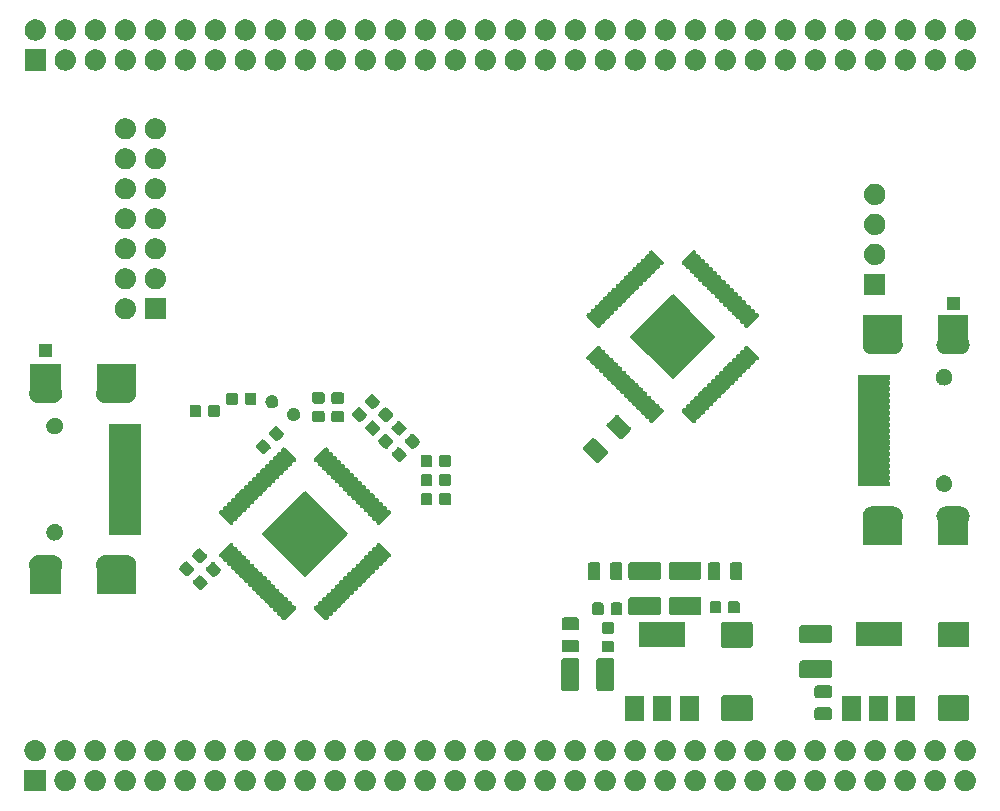
<source format=gts>
G04 #@! TF.GenerationSoftware,KiCad,Pcbnew,(5.1.0-891-gf1f26a919-dirty)*
G04 #@! TF.CreationDate,2019-06-11T00:28:49+04:00*
G04 #@! TF.ProjectId,hdmishield,68646d69-7368-4696-956c-642e6b696361,rev?*
G04 #@! TF.SameCoordinates,Original*
G04 #@! TF.FileFunction,Soldermask,Top*
G04 #@! TF.FilePolarity,Negative*
%FSLAX46Y46*%
G04 Gerber Fmt 4.6, Leading zero omitted, Abs format (unit mm)*
G04 Created by KiCad (PCBNEW (5.1.0-891-gf1f26a919-dirty)) date 2019-06-11 00:28:49*
%MOMM*%
%LPD*%
G04 APERTURE LIST*
%ADD10C,0.150000*%
%ADD11C,0.100000*%
G04 APERTURE END LIST*
D10*
G36*
X74401534Y-74930000D02*
G01*
X70866000Y-78465534D01*
X67330466Y-74930000D01*
X70866000Y-71394466D01*
X74401534Y-74930000D01*
G37*
X74401534Y-74930000D02*
X70866000Y-78465534D01*
X67330466Y-74930000D01*
X70866000Y-71394466D01*
X74401534Y-74930000D01*
G36*
X98463633Y-58237139D02*
G01*
X101999167Y-54701605D01*
X105534701Y-58237139D01*
X101999167Y-61772673D01*
X98463633Y-58237139D01*
G37*
X98463633Y-58237139D02*
X101999167Y-54701605D01*
X105534701Y-58237139D01*
X101999167Y-61772673D01*
X98463633Y-58237139D01*
D11*
G36*
X104088360Y-94923835D02*
G01*
X104169397Y-94950166D01*
X104256663Y-94977848D01*
X104259655Y-94979493D01*
X104268488Y-94982363D01*
X104340466Y-95023919D01*
X104411499Y-95062970D01*
X104418986Y-95069253D01*
X104432511Y-95077061D01*
X104490259Y-95129057D01*
X104546857Y-95176549D01*
X104556962Y-95189118D01*
X104573261Y-95203793D01*
X104615454Y-95261867D01*
X104657579Y-95314260D01*
X104667994Y-95334182D01*
X104684586Y-95357019D01*
X104711297Y-95417012D01*
X104739439Y-95470843D01*
X104747582Y-95498510D01*
X104761621Y-95530042D01*
X104773992Y-95588241D01*
X104789328Y-95640349D01*
X104792518Y-95675401D01*
X104800999Y-95715301D01*
X104800999Y-95768592D01*
X104805343Y-95816324D01*
X104800999Y-95857653D01*
X104800999Y-95904699D01*
X104791217Y-95950721D01*
X104786873Y-95992047D01*
X104772702Y-96037827D01*
X104761621Y-96089958D01*
X104745028Y-96127226D01*
X104734622Y-96160843D01*
X104708789Y-96208620D01*
X104684586Y-96262981D01*
X104664298Y-96290905D01*
X104650580Y-96316276D01*
X104611859Y-96363082D01*
X104573261Y-96416207D01*
X104552284Y-96435095D01*
X104537952Y-96452419D01*
X104485845Y-96494917D01*
X104432511Y-96542939D01*
X104413524Y-96553901D01*
X104401025Y-96564095D01*
X104335780Y-96598786D01*
X104268488Y-96637637D01*
X104253636Y-96642463D01*
X104245003Y-96647053D01*
X104167430Y-96670473D01*
X104088360Y-96696165D01*
X104079114Y-96697137D01*
X104075851Y-96698122D01*
X103984710Y-96707059D01*
X103947211Y-96711000D01*
X103852789Y-96711000D01*
X103711640Y-96696165D01*
X103630603Y-96669834D01*
X103543337Y-96642152D01*
X103540345Y-96640507D01*
X103531512Y-96637637D01*
X103459534Y-96596081D01*
X103388501Y-96557030D01*
X103381014Y-96550747D01*
X103367489Y-96542939D01*
X103309741Y-96490943D01*
X103253143Y-96443451D01*
X103243038Y-96430882D01*
X103226739Y-96416207D01*
X103184546Y-96358133D01*
X103142421Y-96305740D01*
X103132006Y-96285818D01*
X103115414Y-96262981D01*
X103088703Y-96202988D01*
X103060561Y-96149157D01*
X103052418Y-96121490D01*
X103038379Y-96089958D01*
X103026008Y-96031759D01*
X103010672Y-95979651D01*
X103007482Y-95944599D01*
X102999001Y-95904699D01*
X102999001Y-95851408D01*
X102994657Y-95803676D01*
X102999001Y-95762347D01*
X102999001Y-95715301D01*
X103008783Y-95669279D01*
X103013127Y-95627953D01*
X103027298Y-95582173D01*
X103038379Y-95530042D01*
X103054972Y-95492774D01*
X103065378Y-95459157D01*
X103091211Y-95411380D01*
X103115414Y-95357019D01*
X103135702Y-95329095D01*
X103149420Y-95303724D01*
X103188141Y-95256918D01*
X103226739Y-95203793D01*
X103247716Y-95184905D01*
X103262048Y-95167581D01*
X103314155Y-95125083D01*
X103367489Y-95077061D01*
X103386476Y-95066099D01*
X103398975Y-95055905D01*
X103464220Y-95021214D01*
X103531512Y-94982363D01*
X103546364Y-94977537D01*
X103554997Y-94972947D01*
X103632570Y-94949527D01*
X103711640Y-94923835D01*
X103720886Y-94922863D01*
X103724149Y-94921878D01*
X103815290Y-94912941D01*
X103852789Y-94909000D01*
X103947211Y-94909000D01*
X104088360Y-94923835D01*
X104088360Y-94923835D01*
G37*
G36*
X106628360Y-94923835D02*
G01*
X106709397Y-94950166D01*
X106796663Y-94977848D01*
X106799655Y-94979493D01*
X106808488Y-94982363D01*
X106880466Y-95023919D01*
X106951499Y-95062970D01*
X106958986Y-95069253D01*
X106972511Y-95077061D01*
X107030259Y-95129057D01*
X107086857Y-95176549D01*
X107096962Y-95189118D01*
X107113261Y-95203793D01*
X107155454Y-95261867D01*
X107197579Y-95314260D01*
X107207994Y-95334182D01*
X107224586Y-95357019D01*
X107251297Y-95417012D01*
X107279439Y-95470843D01*
X107287582Y-95498510D01*
X107301621Y-95530042D01*
X107313992Y-95588241D01*
X107329328Y-95640349D01*
X107332518Y-95675401D01*
X107340999Y-95715301D01*
X107340999Y-95768592D01*
X107345343Y-95816324D01*
X107340999Y-95857653D01*
X107340999Y-95904699D01*
X107331217Y-95950721D01*
X107326873Y-95992047D01*
X107312702Y-96037827D01*
X107301621Y-96089958D01*
X107285028Y-96127226D01*
X107274622Y-96160843D01*
X107248789Y-96208620D01*
X107224586Y-96262981D01*
X107204298Y-96290905D01*
X107190580Y-96316276D01*
X107151859Y-96363082D01*
X107113261Y-96416207D01*
X107092284Y-96435095D01*
X107077952Y-96452419D01*
X107025845Y-96494917D01*
X106972511Y-96542939D01*
X106953524Y-96553901D01*
X106941025Y-96564095D01*
X106875780Y-96598786D01*
X106808488Y-96637637D01*
X106793636Y-96642463D01*
X106785003Y-96647053D01*
X106707430Y-96670473D01*
X106628360Y-96696165D01*
X106619114Y-96697137D01*
X106615851Y-96698122D01*
X106524710Y-96707059D01*
X106487211Y-96711000D01*
X106392789Y-96711000D01*
X106251640Y-96696165D01*
X106170603Y-96669834D01*
X106083337Y-96642152D01*
X106080345Y-96640507D01*
X106071512Y-96637637D01*
X105999534Y-96596081D01*
X105928501Y-96557030D01*
X105921014Y-96550747D01*
X105907489Y-96542939D01*
X105849741Y-96490943D01*
X105793143Y-96443451D01*
X105783038Y-96430882D01*
X105766739Y-96416207D01*
X105724546Y-96358133D01*
X105682421Y-96305740D01*
X105672006Y-96285818D01*
X105655414Y-96262981D01*
X105628703Y-96202988D01*
X105600561Y-96149157D01*
X105592418Y-96121490D01*
X105578379Y-96089958D01*
X105566008Y-96031759D01*
X105550672Y-95979651D01*
X105547482Y-95944599D01*
X105539001Y-95904699D01*
X105539001Y-95851408D01*
X105534657Y-95803676D01*
X105539001Y-95762347D01*
X105539001Y-95715301D01*
X105548783Y-95669279D01*
X105553127Y-95627953D01*
X105567298Y-95582173D01*
X105578379Y-95530042D01*
X105594972Y-95492774D01*
X105605378Y-95459157D01*
X105631211Y-95411380D01*
X105655414Y-95357019D01*
X105675702Y-95329095D01*
X105689420Y-95303724D01*
X105728141Y-95256918D01*
X105766739Y-95203793D01*
X105787716Y-95184905D01*
X105802048Y-95167581D01*
X105854155Y-95125083D01*
X105907489Y-95077061D01*
X105926476Y-95066099D01*
X105938975Y-95055905D01*
X106004220Y-95021214D01*
X106071512Y-94982363D01*
X106086364Y-94977537D01*
X106094997Y-94972947D01*
X106172570Y-94949527D01*
X106251640Y-94923835D01*
X106260886Y-94922863D01*
X106264149Y-94921878D01*
X106355290Y-94912941D01*
X106392789Y-94909000D01*
X106487211Y-94909000D01*
X106628360Y-94923835D01*
X106628360Y-94923835D01*
G37*
G36*
X124408360Y-94923835D02*
G01*
X124489397Y-94950166D01*
X124576663Y-94977848D01*
X124579655Y-94979493D01*
X124588488Y-94982363D01*
X124660466Y-95023919D01*
X124731499Y-95062970D01*
X124738986Y-95069253D01*
X124752511Y-95077061D01*
X124810259Y-95129057D01*
X124866857Y-95176549D01*
X124876962Y-95189118D01*
X124893261Y-95203793D01*
X124935454Y-95261867D01*
X124977579Y-95314260D01*
X124987994Y-95334182D01*
X125004586Y-95357019D01*
X125031297Y-95417012D01*
X125059439Y-95470843D01*
X125067582Y-95498510D01*
X125081621Y-95530042D01*
X125093992Y-95588241D01*
X125109328Y-95640349D01*
X125112518Y-95675401D01*
X125120999Y-95715301D01*
X125120999Y-95768592D01*
X125125343Y-95816324D01*
X125120999Y-95857653D01*
X125120999Y-95904699D01*
X125111217Y-95950721D01*
X125106873Y-95992047D01*
X125092702Y-96037827D01*
X125081621Y-96089958D01*
X125065028Y-96127226D01*
X125054622Y-96160843D01*
X125028789Y-96208620D01*
X125004586Y-96262981D01*
X124984298Y-96290905D01*
X124970580Y-96316276D01*
X124931859Y-96363082D01*
X124893261Y-96416207D01*
X124872284Y-96435095D01*
X124857952Y-96452419D01*
X124805845Y-96494917D01*
X124752511Y-96542939D01*
X124733524Y-96553901D01*
X124721025Y-96564095D01*
X124655780Y-96598786D01*
X124588488Y-96637637D01*
X124573636Y-96642463D01*
X124565003Y-96647053D01*
X124487430Y-96670473D01*
X124408360Y-96696165D01*
X124399114Y-96697137D01*
X124395851Y-96698122D01*
X124304710Y-96707059D01*
X124267211Y-96711000D01*
X124172789Y-96711000D01*
X124031640Y-96696165D01*
X123950603Y-96669834D01*
X123863337Y-96642152D01*
X123860345Y-96640507D01*
X123851512Y-96637637D01*
X123779534Y-96596081D01*
X123708501Y-96557030D01*
X123701014Y-96550747D01*
X123687489Y-96542939D01*
X123629741Y-96490943D01*
X123573143Y-96443451D01*
X123563038Y-96430882D01*
X123546739Y-96416207D01*
X123504546Y-96358133D01*
X123462421Y-96305740D01*
X123452006Y-96285818D01*
X123435414Y-96262981D01*
X123408703Y-96202988D01*
X123380561Y-96149157D01*
X123372418Y-96121490D01*
X123358379Y-96089958D01*
X123346008Y-96031759D01*
X123330672Y-95979651D01*
X123327482Y-95944599D01*
X123319001Y-95904699D01*
X123319001Y-95851408D01*
X123314657Y-95803676D01*
X123319001Y-95762347D01*
X123319001Y-95715301D01*
X123328783Y-95669279D01*
X123333127Y-95627953D01*
X123347298Y-95582173D01*
X123358379Y-95530042D01*
X123374972Y-95492774D01*
X123385378Y-95459157D01*
X123411211Y-95411380D01*
X123435414Y-95357019D01*
X123455702Y-95329095D01*
X123469420Y-95303724D01*
X123508141Y-95256918D01*
X123546739Y-95203793D01*
X123567716Y-95184905D01*
X123582048Y-95167581D01*
X123634155Y-95125083D01*
X123687489Y-95077061D01*
X123706476Y-95066099D01*
X123718975Y-95055905D01*
X123784220Y-95021214D01*
X123851512Y-94982363D01*
X123866364Y-94977537D01*
X123874997Y-94972947D01*
X123952570Y-94949527D01*
X124031640Y-94923835D01*
X124040886Y-94922863D01*
X124044149Y-94921878D01*
X124135290Y-94912941D01*
X124172789Y-94909000D01*
X124267211Y-94909000D01*
X124408360Y-94923835D01*
X124408360Y-94923835D01*
G37*
G36*
X121868360Y-94923835D02*
G01*
X121949397Y-94950166D01*
X122036663Y-94977848D01*
X122039655Y-94979493D01*
X122048488Y-94982363D01*
X122120466Y-95023919D01*
X122191499Y-95062970D01*
X122198986Y-95069253D01*
X122212511Y-95077061D01*
X122270259Y-95129057D01*
X122326857Y-95176549D01*
X122336962Y-95189118D01*
X122353261Y-95203793D01*
X122395454Y-95261867D01*
X122437579Y-95314260D01*
X122447994Y-95334182D01*
X122464586Y-95357019D01*
X122491297Y-95417012D01*
X122519439Y-95470843D01*
X122527582Y-95498510D01*
X122541621Y-95530042D01*
X122553992Y-95588241D01*
X122569328Y-95640349D01*
X122572518Y-95675401D01*
X122580999Y-95715301D01*
X122580999Y-95768592D01*
X122585343Y-95816324D01*
X122580999Y-95857653D01*
X122580999Y-95904699D01*
X122571217Y-95950721D01*
X122566873Y-95992047D01*
X122552702Y-96037827D01*
X122541621Y-96089958D01*
X122525028Y-96127226D01*
X122514622Y-96160843D01*
X122488789Y-96208620D01*
X122464586Y-96262981D01*
X122444298Y-96290905D01*
X122430580Y-96316276D01*
X122391859Y-96363082D01*
X122353261Y-96416207D01*
X122332284Y-96435095D01*
X122317952Y-96452419D01*
X122265845Y-96494917D01*
X122212511Y-96542939D01*
X122193524Y-96553901D01*
X122181025Y-96564095D01*
X122115780Y-96598786D01*
X122048488Y-96637637D01*
X122033636Y-96642463D01*
X122025003Y-96647053D01*
X121947430Y-96670473D01*
X121868360Y-96696165D01*
X121859114Y-96697137D01*
X121855851Y-96698122D01*
X121764710Y-96707059D01*
X121727211Y-96711000D01*
X121632789Y-96711000D01*
X121491640Y-96696165D01*
X121410603Y-96669834D01*
X121323337Y-96642152D01*
X121320345Y-96640507D01*
X121311512Y-96637637D01*
X121239534Y-96596081D01*
X121168501Y-96557030D01*
X121161014Y-96550747D01*
X121147489Y-96542939D01*
X121089741Y-96490943D01*
X121033143Y-96443451D01*
X121023038Y-96430882D01*
X121006739Y-96416207D01*
X120964546Y-96358133D01*
X120922421Y-96305740D01*
X120912006Y-96285818D01*
X120895414Y-96262981D01*
X120868703Y-96202988D01*
X120840561Y-96149157D01*
X120832418Y-96121490D01*
X120818379Y-96089958D01*
X120806008Y-96031759D01*
X120790672Y-95979651D01*
X120787482Y-95944599D01*
X120779001Y-95904699D01*
X120779001Y-95851408D01*
X120774657Y-95803676D01*
X120779001Y-95762347D01*
X120779001Y-95715301D01*
X120788783Y-95669279D01*
X120793127Y-95627953D01*
X120807298Y-95582173D01*
X120818379Y-95530042D01*
X120834972Y-95492774D01*
X120845378Y-95459157D01*
X120871211Y-95411380D01*
X120895414Y-95357019D01*
X120915702Y-95329095D01*
X120929420Y-95303724D01*
X120968141Y-95256918D01*
X121006739Y-95203793D01*
X121027716Y-95184905D01*
X121042048Y-95167581D01*
X121094155Y-95125083D01*
X121147489Y-95077061D01*
X121166476Y-95066099D01*
X121178975Y-95055905D01*
X121244220Y-95021214D01*
X121311512Y-94982363D01*
X121326364Y-94977537D01*
X121334997Y-94972947D01*
X121412570Y-94949527D01*
X121491640Y-94923835D01*
X121500886Y-94922863D01*
X121504149Y-94921878D01*
X121595290Y-94912941D01*
X121632789Y-94909000D01*
X121727211Y-94909000D01*
X121868360Y-94923835D01*
X121868360Y-94923835D01*
G37*
G36*
X119328360Y-94923835D02*
G01*
X119409397Y-94950166D01*
X119496663Y-94977848D01*
X119499655Y-94979493D01*
X119508488Y-94982363D01*
X119580466Y-95023919D01*
X119651499Y-95062970D01*
X119658986Y-95069253D01*
X119672511Y-95077061D01*
X119730259Y-95129057D01*
X119786857Y-95176549D01*
X119796962Y-95189118D01*
X119813261Y-95203793D01*
X119855454Y-95261867D01*
X119897579Y-95314260D01*
X119907994Y-95334182D01*
X119924586Y-95357019D01*
X119951297Y-95417012D01*
X119979439Y-95470843D01*
X119987582Y-95498510D01*
X120001621Y-95530042D01*
X120013992Y-95588241D01*
X120029328Y-95640349D01*
X120032518Y-95675401D01*
X120040999Y-95715301D01*
X120040999Y-95768592D01*
X120045343Y-95816324D01*
X120040999Y-95857653D01*
X120040999Y-95904699D01*
X120031217Y-95950721D01*
X120026873Y-95992047D01*
X120012702Y-96037827D01*
X120001621Y-96089958D01*
X119985028Y-96127226D01*
X119974622Y-96160843D01*
X119948789Y-96208620D01*
X119924586Y-96262981D01*
X119904298Y-96290905D01*
X119890580Y-96316276D01*
X119851859Y-96363082D01*
X119813261Y-96416207D01*
X119792284Y-96435095D01*
X119777952Y-96452419D01*
X119725845Y-96494917D01*
X119672511Y-96542939D01*
X119653524Y-96553901D01*
X119641025Y-96564095D01*
X119575780Y-96598786D01*
X119508488Y-96637637D01*
X119493636Y-96642463D01*
X119485003Y-96647053D01*
X119407430Y-96670473D01*
X119328360Y-96696165D01*
X119319114Y-96697137D01*
X119315851Y-96698122D01*
X119224710Y-96707059D01*
X119187211Y-96711000D01*
X119092789Y-96711000D01*
X118951640Y-96696165D01*
X118870603Y-96669834D01*
X118783337Y-96642152D01*
X118780345Y-96640507D01*
X118771512Y-96637637D01*
X118699534Y-96596081D01*
X118628501Y-96557030D01*
X118621014Y-96550747D01*
X118607489Y-96542939D01*
X118549741Y-96490943D01*
X118493143Y-96443451D01*
X118483038Y-96430882D01*
X118466739Y-96416207D01*
X118424546Y-96358133D01*
X118382421Y-96305740D01*
X118372006Y-96285818D01*
X118355414Y-96262981D01*
X118328703Y-96202988D01*
X118300561Y-96149157D01*
X118292418Y-96121490D01*
X118278379Y-96089958D01*
X118266008Y-96031759D01*
X118250672Y-95979651D01*
X118247482Y-95944599D01*
X118239001Y-95904699D01*
X118239001Y-95851408D01*
X118234657Y-95803676D01*
X118239001Y-95762347D01*
X118239001Y-95715301D01*
X118248783Y-95669279D01*
X118253127Y-95627953D01*
X118267298Y-95582173D01*
X118278379Y-95530042D01*
X118294972Y-95492774D01*
X118305378Y-95459157D01*
X118331211Y-95411380D01*
X118355414Y-95357019D01*
X118375702Y-95329095D01*
X118389420Y-95303724D01*
X118428141Y-95256918D01*
X118466739Y-95203793D01*
X118487716Y-95184905D01*
X118502048Y-95167581D01*
X118554155Y-95125083D01*
X118607489Y-95077061D01*
X118626476Y-95066099D01*
X118638975Y-95055905D01*
X118704220Y-95021214D01*
X118771512Y-94982363D01*
X118786364Y-94977537D01*
X118794997Y-94972947D01*
X118872570Y-94949527D01*
X118951640Y-94923835D01*
X118960886Y-94922863D01*
X118964149Y-94921878D01*
X119055290Y-94912941D01*
X119092789Y-94909000D01*
X119187211Y-94909000D01*
X119328360Y-94923835D01*
X119328360Y-94923835D01*
G37*
G36*
X116788360Y-94923835D02*
G01*
X116869397Y-94950166D01*
X116956663Y-94977848D01*
X116959655Y-94979493D01*
X116968488Y-94982363D01*
X117040466Y-95023919D01*
X117111499Y-95062970D01*
X117118986Y-95069253D01*
X117132511Y-95077061D01*
X117190259Y-95129057D01*
X117246857Y-95176549D01*
X117256962Y-95189118D01*
X117273261Y-95203793D01*
X117315454Y-95261867D01*
X117357579Y-95314260D01*
X117367994Y-95334182D01*
X117384586Y-95357019D01*
X117411297Y-95417012D01*
X117439439Y-95470843D01*
X117447582Y-95498510D01*
X117461621Y-95530042D01*
X117473992Y-95588241D01*
X117489328Y-95640349D01*
X117492518Y-95675401D01*
X117500999Y-95715301D01*
X117500999Y-95768592D01*
X117505343Y-95816324D01*
X117500999Y-95857653D01*
X117500999Y-95904699D01*
X117491217Y-95950721D01*
X117486873Y-95992047D01*
X117472702Y-96037827D01*
X117461621Y-96089958D01*
X117445028Y-96127226D01*
X117434622Y-96160843D01*
X117408789Y-96208620D01*
X117384586Y-96262981D01*
X117364298Y-96290905D01*
X117350580Y-96316276D01*
X117311859Y-96363082D01*
X117273261Y-96416207D01*
X117252284Y-96435095D01*
X117237952Y-96452419D01*
X117185845Y-96494917D01*
X117132511Y-96542939D01*
X117113524Y-96553901D01*
X117101025Y-96564095D01*
X117035780Y-96598786D01*
X116968488Y-96637637D01*
X116953636Y-96642463D01*
X116945003Y-96647053D01*
X116867430Y-96670473D01*
X116788360Y-96696165D01*
X116779114Y-96697137D01*
X116775851Y-96698122D01*
X116684710Y-96707059D01*
X116647211Y-96711000D01*
X116552789Y-96711000D01*
X116411640Y-96696165D01*
X116330603Y-96669834D01*
X116243337Y-96642152D01*
X116240345Y-96640507D01*
X116231512Y-96637637D01*
X116159534Y-96596081D01*
X116088501Y-96557030D01*
X116081014Y-96550747D01*
X116067489Y-96542939D01*
X116009741Y-96490943D01*
X115953143Y-96443451D01*
X115943038Y-96430882D01*
X115926739Y-96416207D01*
X115884546Y-96358133D01*
X115842421Y-96305740D01*
X115832006Y-96285818D01*
X115815414Y-96262981D01*
X115788703Y-96202988D01*
X115760561Y-96149157D01*
X115752418Y-96121490D01*
X115738379Y-96089958D01*
X115726008Y-96031759D01*
X115710672Y-95979651D01*
X115707482Y-95944599D01*
X115699001Y-95904699D01*
X115699001Y-95851408D01*
X115694657Y-95803676D01*
X115699001Y-95762347D01*
X115699001Y-95715301D01*
X115708783Y-95669279D01*
X115713127Y-95627953D01*
X115727298Y-95582173D01*
X115738379Y-95530042D01*
X115754972Y-95492774D01*
X115765378Y-95459157D01*
X115791211Y-95411380D01*
X115815414Y-95357019D01*
X115835702Y-95329095D01*
X115849420Y-95303724D01*
X115888141Y-95256918D01*
X115926739Y-95203793D01*
X115947716Y-95184905D01*
X115962048Y-95167581D01*
X116014155Y-95125083D01*
X116067489Y-95077061D01*
X116086476Y-95066099D01*
X116098975Y-95055905D01*
X116164220Y-95021214D01*
X116231512Y-94982363D01*
X116246364Y-94977537D01*
X116254997Y-94972947D01*
X116332570Y-94949527D01*
X116411640Y-94923835D01*
X116420886Y-94922863D01*
X116424149Y-94921878D01*
X116515290Y-94912941D01*
X116552789Y-94909000D01*
X116647211Y-94909000D01*
X116788360Y-94923835D01*
X116788360Y-94923835D01*
G37*
G36*
X114248360Y-94923835D02*
G01*
X114329397Y-94950166D01*
X114416663Y-94977848D01*
X114419655Y-94979493D01*
X114428488Y-94982363D01*
X114500466Y-95023919D01*
X114571499Y-95062970D01*
X114578986Y-95069253D01*
X114592511Y-95077061D01*
X114650259Y-95129057D01*
X114706857Y-95176549D01*
X114716962Y-95189118D01*
X114733261Y-95203793D01*
X114775454Y-95261867D01*
X114817579Y-95314260D01*
X114827994Y-95334182D01*
X114844586Y-95357019D01*
X114871297Y-95417012D01*
X114899439Y-95470843D01*
X114907582Y-95498510D01*
X114921621Y-95530042D01*
X114933992Y-95588241D01*
X114949328Y-95640349D01*
X114952518Y-95675401D01*
X114960999Y-95715301D01*
X114960999Y-95768592D01*
X114965343Y-95816324D01*
X114960999Y-95857653D01*
X114960999Y-95904699D01*
X114951217Y-95950721D01*
X114946873Y-95992047D01*
X114932702Y-96037827D01*
X114921621Y-96089958D01*
X114905028Y-96127226D01*
X114894622Y-96160843D01*
X114868789Y-96208620D01*
X114844586Y-96262981D01*
X114824298Y-96290905D01*
X114810580Y-96316276D01*
X114771859Y-96363082D01*
X114733261Y-96416207D01*
X114712284Y-96435095D01*
X114697952Y-96452419D01*
X114645845Y-96494917D01*
X114592511Y-96542939D01*
X114573524Y-96553901D01*
X114561025Y-96564095D01*
X114495780Y-96598786D01*
X114428488Y-96637637D01*
X114413636Y-96642463D01*
X114405003Y-96647053D01*
X114327430Y-96670473D01*
X114248360Y-96696165D01*
X114239114Y-96697137D01*
X114235851Y-96698122D01*
X114144710Y-96707059D01*
X114107211Y-96711000D01*
X114012789Y-96711000D01*
X113871640Y-96696165D01*
X113790603Y-96669834D01*
X113703337Y-96642152D01*
X113700345Y-96640507D01*
X113691512Y-96637637D01*
X113619534Y-96596081D01*
X113548501Y-96557030D01*
X113541014Y-96550747D01*
X113527489Y-96542939D01*
X113469741Y-96490943D01*
X113413143Y-96443451D01*
X113403038Y-96430882D01*
X113386739Y-96416207D01*
X113344546Y-96358133D01*
X113302421Y-96305740D01*
X113292006Y-96285818D01*
X113275414Y-96262981D01*
X113248703Y-96202988D01*
X113220561Y-96149157D01*
X113212418Y-96121490D01*
X113198379Y-96089958D01*
X113186008Y-96031759D01*
X113170672Y-95979651D01*
X113167482Y-95944599D01*
X113159001Y-95904699D01*
X113159001Y-95851408D01*
X113154657Y-95803676D01*
X113159001Y-95762347D01*
X113159001Y-95715301D01*
X113168783Y-95669279D01*
X113173127Y-95627953D01*
X113187298Y-95582173D01*
X113198379Y-95530042D01*
X113214972Y-95492774D01*
X113225378Y-95459157D01*
X113251211Y-95411380D01*
X113275414Y-95357019D01*
X113295702Y-95329095D01*
X113309420Y-95303724D01*
X113348141Y-95256918D01*
X113386739Y-95203793D01*
X113407716Y-95184905D01*
X113422048Y-95167581D01*
X113474155Y-95125083D01*
X113527489Y-95077061D01*
X113546476Y-95066099D01*
X113558975Y-95055905D01*
X113624220Y-95021214D01*
X113691512Y-94982363D01*
X113706364Y-94977537D01*
X113714997Y-94972947D01*
X113792570Y-94949527D01*
X113871640Y-94923835D01*
X113880886Y-94922863D01*
X113884149Y-94921878D01*
X113975290Y-94912941D01*
X114012789Y-94909000D01*
X114107211Y-94909000D01*
X114248360Y-94923835D01*
X114248360Y-94923835D01*
G37*
G36*
X111708360Y-94923835D02*
G01*
X111789397Y-94950166D01*
X111876663Y-94977848D01*
X111879655Y-94979493D01*
X111888488Y-94982363D01*
X111960466Y-95023919D01*
X112031499Y-95062970D01*
X112038986Y-95069253D01*
X112052511Y-95077061D01*
X112110259Y-95129057D01*
X112166857Y-95176549D01*
X112176962Y-95189118D01*
X112193261Y-95203793D01*
X112235454Y-95261867D01*
X112277579Y-95314260D01*
X112287994Y-95334182D01*
X112304586Y-95357019D01*
X112331297Y-95417012D01*
X112359439Y-95470843D01*
X112367582Y-95498510D01*
X112381621Y-95530042D01*
X112393992Y-95588241D01*
X112409328Y-95640349D01*
X112412518Y-95675401D01*
X112420999Y-95715301D01*
X112420999Y-95768592D01*
X112425343Y-95816324D01*
X112420999Y-95857653D01*
X112420999Y-95904699D01*
X112411217Y-95950721D01*
X112406873Y-95992047D01*
X112392702Y-96037827D01*
X112381621Y-96089958D01*
X112365028Y-96127226D01*
X112354622Y-96160843D01*
X112328789Y-96208620D01*
X112304586Y-96262981D01*
X112284298Y-96290905D01*
X112270580Y-96316276D01*
X112231859Y-96363082D01*
X112193261Y-96416207D01*
X112172284Y-96435095D01*
X112157952Y-96452419D01*
X112105845Y-96494917D01*
X112052511Y-96542939D01*
X112033524Y-96553901D01*
X112021025Y-96564095D01*
X111955780Y-96598786D01*
X111888488Y-96637637D01*
X111873636Y-96642463D01*
X111865003Y-96647053D01*
X111787430Y-96670473D01*
X111708360Y-96696165D01*
X111699114Y-96697137D01*
X111695851Y-96698122D01*
X111604710Y-96707059D01*
X111567211Y-96711000D01*
X111472789Y-96711000D01*
X111331640Y-96696165D01*
X111250603Y-96669834D01*
X111163337Y-96642152D01*
X111160345Y-96640507D01*
X111151512Y-96637637D01*
X111079534Y-96596081D01*
X111008501Y-96557030D01*
X111001014Y-96550747D01*
X110987489Y-96542939D01*
X110929741Y-96490943D01*
X110873143Y-96443451D01*
X110863038Y-96430882D01*
X110846739Y-96416207D01*
X110804546Y-96358133D01*
X110762421Y-96305740D01*
X110752006Y-96285818D01*
X110735414Y-96262981D01*
X110708703Y-96202988D01*
X110680561Y-96149157D01*
X110672418Y-96121490D01*
X110658379Y-96089958D01*
X110646008Y-96031759D01*
X110630672Y-95979651D01*
X110627482Y-95944599D01*
X110619001Y-95904699D01*
X110619001Y-95851408D01*
X110614657Y-95803676D01*
X110619001Y-95762347D01*
X110619001Y-95715301D01*
X110628783Y-95669279D01*
X110633127Y-95627953D01*
X110647298Y-95582173D01*
X110658379Y-95530042D01*
X110674972Y-95492774D01*
X110685378Y-95459157D01*
X110711211Y-95411380D01*
X110735414Y-95357019D01*
X110755702Y-95329095D01*
X110769420Y-95303724D01*
X110808141Y-95256918D01*
X110846739Y-95203793D01*
X110867716Y-95184905D01*
X110882048Y-95167581D01*
X110934155Y-95125083D01*
X110987489Y-95077061D01*
X111006476Y-95066099D01*
X111018975Y-95055905D01*
X111084220Y-95021214D01*
X111151512Y-94982363D01*
X111166364Y-94977537D01*
X111174997Y-94972947D01*
X111252570Y-94949527D01*
X111331640Y-94923835D01*
X111340886Y-94922863D01*
X111344149Y-94921878D01*
X111435290Y-94912941D01*
X111472789Y-94909000D01*
X111567211Y-94909000D01*
X111708360Y-94923835D01*
X111708360Y-94923835D01*
G37*
G36*
X109168360Y-94923835D02*
G01*
X109249397Y-94950166D01*
X109336663Y-94977848D01*
X109339655Y-94979493D01*
X109348488Y-94982363D01*
X109420466Y-95023919D01*
X109491499Y-95062970D01*
X109498986Y-95069253D01*
X109512511Y-95077061D01*
X109570259Y-95129057D01*
X109626857Y-95176549D01*
X109636962Y-95189118D01*
X109653261Y-95203793D01*
X109695454Y-95261867D01*
X109737579Y-95314260D01*
X109747994Y-95334182D01*
X109764586Y-95357019D01*
X109791297Y-95417012D01*
X109819439Y-95470843D01*
X109827582Y-95498510D01*
X109841621Y-95530042D01*
X109853992Y-95588241D01*
X109869328Y-95640349D01*
X109872518Y-95675401D01*
X109880999Y-95715301D01*
X109880999Y-95768592D01*
X109885343Y-95816324D01*
X109880999Y-95857653D01*
X109880999Y-95904699D01*
X109871217Y-95950721D01*
X109866873Y-95992047D01*
X109852702Y-96037827D01*
X109841621Y-96089958D01*
X109825028Y-96127226D01*
X109814622Y-96160843D01*
X109788789Y-96208620D01*
X109764586Y-96262981D01*
X109744298Y-96290905D01*
X109730580Y-96316276D01*
X109691859Y-96363082D01*
X109653261Y-96416207D01*
X109632284Y-96435095D01*
X109617952Y-96452419D01*
X109565845Y-96494917D01*
X109512511Y-96542939D01*
X109493524Y-96553901D01*
X109481025Y-96564095D01*
X109415780Y-96598786D01*
X109348488Y-96637637D01*
X109333636Y-96642463D01*
X109325003Y-96647053D01*
X109247430Y-96670473D01*
X109168360Y-96696165D01*
X109159114Y-96697137D01*
X109155851Y-96698122D01*
X109064710Y-96707059D01*
X109027211Y-96711000D01*
X108932789Y-96711000D01*
X108791640Y-96696165D01*
X108710603Y-96669834D01*
X108623337Y-96642152D01*
X108620345Y-96640507D01*
X108611512Y-96637637D01*
X108539534Y-96596081D01*
X108468501Y-96557030D01*
X108461014Y-96550747D01*
X108447489Y-96542939D01*
X108389741Y-96490943D01*
X108333143Y-96443451D01*
X108323038Y-96430882D01*
X108306739Y-96416207D01*
X108264546Y-96358133D01*
X108222421Y-96305740D01*
X108212006Y-96285818D01*
X108195414Y-96262981D01*
X108168703Y-96202988D01*
X108140561Y-96149157D01*
X108132418Y-96121490D01*
X108118379Y-96089958D01*
X108106008Y-96031759D01*
X108090672Y-95979651D01*
X108087482Y-95944599D01*
X108079001Y-95904699D01*
X108079001Y-95851408D01*
X108074657Y-95803676D01*
X108079001Y-95762347D01*
X108079001Y-95715301D01*
X108088783Y-95669279D01*
X108093127Y-95627953D01*
X108107298Y-95582173D01*
X108118379Y-95530042D01*
X108134972Y-95492774D01*
X108145378Y-95459157D01*
X108171211Y-95411380D01*
X108195414Y-95357019D01*
X108215702Y-95329095D01*
X108229420Y-95303724D01*
X108268141Y-95256918D01*
X108306739Y-95203793D01*
X108327716Y-95184905D01*
X108342048Y-95167581D01*
X108394155Y-95125083D01*
X108447489Y-95077061D01*
X108466476Y-95066099D01*
X108478975Y-95055905D01*
X108544220Y-95021214D01*
X108611512Y-94982363D01*
X108626364Y-94977537D01*
X108634997Y-94972947D01*
X108712570Y-94949527D01*
X108791640Y-94923835D01*
X108800886Y-94922863D01*
X108804149Y-94921878D01*
X108895290Y-94912941D01*
X108932789Y-94909000D01*
X109027211Y-94909000D01*
X109168360Y-94923835D01*
X109168360Y-94923835D01*
G37*
G36*
X83768360Y-94923835D02*
G01*
X83849397Y-94950166D01*
X83936663Y-94977848D01*
X83939655Y-94979493D01*
X83948488Y-94982363D01*
X84020466Y-95023919D01*
X84091499Y-95062970D01*
X84098986Y-95069253D01*
X84112511Y-95077061D01*
X84170259Y-95129057D01*
X84226857Y-95176549D01*
X84236962Y-95189118D01*
X84253261Y-95203793D01*
X84295454Y-95261867D01*
X84337579Y-95314260D01*
X84347994Y-95334182D01*
X84364586Y-95357019D01*
X84391297Y-95417012D01*
X84419439Y-95470843D01*
X84427582Y-95498510D01*
X84441621Y-95530042D01*
X84453992Y-95588241D01*
X84469328Y-95640349D01*
X84472518Y-95675401D01*
X84480999Y-95715301D01*
X84480999Y-95768592D01*
X84485343Y-95816324D01*
X84480999Y-95857653D01*
X84480999Y-95904699D01*
X84471217Y-95950721D01*
X84466873Y-95992047D01*
X84452702Y-96037827D01*
X84441621Y-96089958D01*
X84425028Y-96127226D01*
X84414622Y-96160843D01*
X84388789Y-96208620D01*
X84364586Y-96262981D01*
X84344298Y-96290905D01*
X84330580Y-96316276D01*
X84291859Y-96363082D01*
X84253261Y-96416207D01*
X84232284Y-96435095D01*
X84217952Y-96452419D01*
X84165845Y-96494917D01*
X84112511Y-96542939D01*
X84093524Y-96553901D01*
X84081025Y-96564095D01*
X84015780Y-96598786D01*
X83948488Y-96637637D01*
X83933636Y-96642463D01*
X83925003Y-96647053D01*
X83847430Y-96670473D01*
X83768360Y-96696165D01*
X83759114Y-96697137D01*
X83755851Y-96698122D01*
X83664710Y-96707059D01*
X83627211Y-96711000D01*
X83532789Y-96711000D01*
X83391640Y-96696165D01*
X83310603Y-96669834D01*
X83223337Y-96642152D01*
X83220345Y-96640507D01*
X83211512Y-96637637D01*
X83139534Y-96596081D01*
X83068501Y-96557030D01*
X83061014Y-96550747D01*
X83047489Y-96542939D01*
X82989741Y-96490943D01*
X82933143Y-96443451D01*
X82923038Y-96430882D01*
X82906739Y-96416207D01*
X82864546Y-96358133D01*
X82822421Y-96305740D01*
X82812006Y-96285818D01*
X82795414Y-96262981D01*
X82768703Y-96202988D01*
X82740561Y-96149157D01*
X82732418Y-96121490D01*
X82718379Y-96089958D01*
X82706008Y-96031759D01*
X82690672Y-95979651D01*
X82687482Y-95944599D01*
X82679001Y-95904699D01*
X82679001Y-95851408D01*
X82674657Y-95803676D01*
X82679001Y-95762347D01*
X82679001Y-95715301D01*
X82688783Y-95669279D01*
X82693127Y-95627953D01*
X82707298Y-95582173D01*
X82718379Y-95530042D01*
X82734972Y-95492774D01*
X82745378Y-95459157D01*
X82771211Y-95411380D01*
X82795414Y-95357019D01*
X82815702Y-95329095D01*
X82829420Y-95303724D01*
X82868141Y-95256918D01*
X82906739Y-95203793D01*
X82927716Y-95184905D01*
X82942048Y-95167581D01*
X82994155Y-95125083D01*
X83047489Y-95077061D01*
X83066476Y-95066099D01*
X83078975Y-95055905D01*
X83144220Y-95021214D01*
X83211512Y-94982363D01*
X83226364Y-94977537D01*
X83234997Y-94972947D01*
X83312570Y-94949527D01*
X83391640Y-94923835D01*
X83400886Y-94922863D01*
X83404149Y-94921878D01*
X83495290Y-94912941D01*
X83532789Y-94909000D01*
X83627211Y-94909000D01*
X83768360Y-94923835D01*
X83768360Y-94923835D01*
G37*
G36*
X101548360Y-94923835D02*
G01*
X101629397Y-94950166D01*
X101716663Y-94977848D01*
X101719655Y-94979493D01*
X101728488Y-94982363D01*
X101800466Y-95023919D01*
X101871499Y-95062970D01*
X101878986Y-95069253D01*
X101892511Y-95077061D01*
X101950259Y-95129057D01*
X102006857Y-95176549D01*
X102016962Y-95189118D01*
X102033261Y-95203793D01*
X102075454Y-95261867D01*
X102117579Y-95314260D01*
X102127994Y-95334182D01*
X102144586Y-95357019D01*
X102171297Y-95417012D01*
X102199439Y-95470843D01*
X102207582Y-95498510D01*
X102221621Y-95530042D01*
X102233992Y-95588241D01*
X102249328Y-95640349D01*
X102252518Y-95675401D01*
X102260999Y-95715301D01*
X102260999Y-95768592D01*
X102265343Y-95816324D01*
X102260999Y-95857653D01*
X102260999Y-95904699D01*
X102251217Y-95950721D01*
X102246873Y-95992047D01*
X102232702Y-96037827D01*
X102221621Y-96089958D01*
X102205028Y-96127226D01*
X102194622Y-96160843D01*
X102168789Y-96208620D01*
X102144586Y-96262981D01*
X102124298Y-96290905D01*
X102110580Y-96316276D01*
X102071859Y-96363082D01*
X102033261Y-96416207D01*
X102012284Y-96435095D01*
X101997952Y-96452419D01*
X101945845Y-96494917D01*
X101892511Y-96542939D01*
X101873524Y-96553901D01*
X101861025Y-96564095D01*
X101795780Y-96598786D01*
X101728488Y-96637637D01*
X101713636Y-96642463D01*
X101705003Y-96647053D01*
X101627430Y-96670473D01*
X101548360Y-96696165D01*
X101539114Y-96697137D01*
X101535851Y-96698122D01*
X101444710Y-96707059D01*
X101407211Y-96711000D01*
X101312789Y-96711000D01*
X101171640Y-96696165D01*
X101090603Y-96669834D01*
X101003337Y-96642152D01*
X101000345Y-96640507D01*
X100991512Y-96637637D01*
X100919534Y-96596081D01*
X100848501Y-96557030D01*
X100841014Y-96550747D01*
X100827489Y-96542939D01*
X100769741Y-96490943D01*
X100713143Y-96443451D01*
X100703038Y-96430882D01*
X100686739Y-96416207D01*
X100644546Y-96358133D01*
X100602421Y-96305740D01*
X100592006Y-96285818D01*
X100575414Y-96262981D01*
X100548703Y-96202988D01*
X100520561Y-96149157D01*
X100512418Y-96121490D01*
X100498379Y-96089958D01*
X100486008Y-96031759D01*
X100470672Y-95979651D01*
X100467482Y-95944599D01*
X100459001Y-95904699D01*
X100459001Y-95851408D01*
X100454657Y-95803676D01*
X100459001Y-95762347D01*
X100459001Y-95715301D01*
X100468783Y-95669279D01*
X100473127Y-95627953D01*
X100487298Y-95582173D01*
X100498379Y-95530042D01*
X100514972Y-95492774D01*
X100525378Y-95459157D01*
X100551211Y-95411380D01*
X100575414Y-95357019D01*
X100595702Y-95329095D01*
X100609420Y-95303724D01*
X100648141Y-95256918D01*
X100686739Y-95203793D01*
X100707716Y-95184905D01*
X100722048Y-95167581D01*
X100774155Y-95125083D01*
X100827489Y-95077061D01*
X100846476Y-95066099D01*
X100858975Y-95055905D01*
X100924220Y-95021214D01*
X100991512Y-94982363D01*
X101006364Y-94977537D01*
X101014997Y-94972947D01*
X101092570Y-94949527D01*
X101171640Y-94923835D01*
X101180886Y-94922863D01*
X101184149Y-94921878D01*
X101275290Y-94912941D01*
X101312789Y-94909000D01*
X101407211Y-94909000D01*
X101548360Y-94923835D01*
X101548360Y-94923835D01*
G37*
G36*
X99008360Y-94923835D02*
G01*
X99089397Y-94950166D01*
X99176663Y-94977848D01*
X99179655Y-94979493D01*
X99188488Y-94982363D01*
X99260466Y-95023919D01*
X99331499Y-95062970D01*
X99338986Y-95069253D01*
X99352511Y-95077061D01*
X99410259Y-95129057D01*
X99466857Y-95176549D01*
X99476962Y-95189118D01*
X99493261Y-95203793D01*
X99535454Y-95261867D01*
X99577579Y-95314260D01*
X99587994Y-95334182D01*
X99604586Y-95357019D01*
X99631297Y-95417012D01*
X99659439Y-95470843D01*
X99667582Y-95498510D01*
X99681621Y-95530042D01*
X99693992Y-95588241D01*
X99709328Y-95640349D01*
X99712518Y-95675401D01*
X99720999Y-95715301D01*
X99720999Y-95768592D01*
X99725343Y-95816324D01*
X99720999Y-95857653D01*
X99720999Y-95904699D01*
X99711217Y-95950721D01*
X99706873Y-95992047D01*
X99692702Y-96037827D01*
X99681621Y-96089958D01*
X99665028Y-96127226D01*
X99654622Y-96160843D01*
X99628789Y-96208620D01*
X99604586Y-96262981D01*
X99584298Y-96290905D01*
X99570580Y-96316276D01*
X99531859Y-96363082D01*
X99493261Y-96416207D01*
X99472284Y-96435095D01*
X99457952Y-96452419D01*
X99405845Y-96494917D01*
X99352511Y-96542939D01*
X99333524Y-96553901D01*
X99321025Y-96564095D01*
X99255780Y-96598786D01*
X99188488Y-96637637D01*
X99173636Y-96642463D01*
X99165003Y-96647053D01*
X99087430Y-96670473D01*
X99008360Y-96696165D01*
X98999114Y-96697137D01*
X98995851Y-96698122D01*
X98904710Y-96707059D01*
X98867211Y-96711000D01*
X98772789Y-96711000D01*
X98631640Y-96696165D01*
X98550603Y-96669834D01*
X98463337Y-96642152D01*
X98460345Y-96640507D01*
X98451512Y-96637637D01*
X98379534Y-96596081D01*
X98308501Y-96557030D01*
X98301014Y-96550747D01*
X98287489Y-96542939D01*
X98229741Y-96490943D01*
X98173143Y-96443451D01*
X98163038Y-96430882D01*
X98146739Y-96416207D01*
X98104546Y-96358133D01*
X98062421Y-96305740D01*
X98052006Y-96285818D01*
X98035414Y-96262981D01*
X98008703Y-96202988D01*
X97980561Y-96149157D01*
X97972418Y-96121490D01*
X97958379Y-96089958D01*
X97946008Y-96031759D01*
X97930672Y-95979651D01*
X97927482Y-95944599D01*
X97919001Y-95904699D01*
X97919001Y-95851408D01*
X97914657Y-95803676D01*
X97919001Y-95762347D01*
X97919001Y-95715301D01*
X97928783Y-95669279D01*
X97933127Y-95627953D01*
X97947298Y-95582173D01*
X97958379Y-95530042D01*
X97974972Y-95492774D01*
X97985378Y-95459157D01*
X98011211Y-95411380D01*
X98035414Y-95357019D01*
X98055702Y-95329095D01*
X98069420Y-95303724D01*
X98108141Y-95256918D01*
X98146739Y-95203793D01*
X98167716Y-95184905D01*
X98182048Y-95167581D01*
X98234155Y-95125083D01*
X98287489Y-95077061D01*
X98306476Y-95066099D01*
X98318975Y-95055905D01*
X98384220Y-95021214D01*
X98451512Y-94982363D01*
X98466364Y-94977537D01*
X98474997Y-94972947D01*
X98552570Y-94949527D01*
X98631640Y-94923835D01*
X98640886Y-94922863D01*
X98644149Y-94921878D01*
X98735290Y-94912941D01*
X98772789Y-94909000D01*
X98867211Y-94909000D01*
X99008360Y-94923835D01*
X99008360Y-94923835D01*
G37*
G36*
X96468360Y-94923835D02*
G01*
X96549397Y-94950166D01*
X96636663Y-94977848D01*
X96639655Y-94979493D01*
X96648488Y-94982363D01*
X96720466Y-95023919D01*
X96791499Y-95062970D01*
X96798986Y-95069253D01*
X96812511Y-95077061D01*
X96870259Y-95129057D01*
X96926857Y-95176549D01*
X96936962Y-95189118D01*
X96953261Y-95203793D01*
X96995454Y-95261867D01*
X97037579Y-95314260D01*
X97047994Y-95334182D01*
X97064586Y-95357019D01*
X97091297Y-95417012D01*
X97119439Y-95470843D01*
X97127582Y-95498510D01*
X97141621Y-95530042D01*
X97153992Y-95588241D01*
X97169328Y-95640349D01*
X97172518Y-95675401D01*
X97180999Y-95715301D01*
X97180999Y-95768592D01*
X97185343Y-95816324D01*
X97180999Y-95857653D01*
X97180999Y-95904699D01*
X97171217Y-95950721D01*
X97166873Y-95992047D01*
X97152702Y-96037827D01*
X97141621Y-96089958D01*
X97125028Y-96127226D01*
X97114622Y-96160843D01*
X97088789Y-96208620D01*
X97064586Y-96262981D01*
X97044298Y-96290905D01*
X97030580Y-96316276D01*
X96991859Y-96363082D01*
X96953261Y-96416207D01*
X96932284Y-96435095D01*
X96917952Y-96452419D01*
X96865845Y-96494917D01*
X96812511Y-96542939D01*
X96793524Y-96553901D01*
X96781025Y-96564095D01*
X96715780Y-96598786D01*
X96648488Y-96637637D01*
X96633636Y-96642463D01*
X96625003Y-96647053D01*
X96547430Y-96670473D01*
X96468360Y-96696165D01*
X96459114Y-96697137D01*
X96455851Y-96698122D01*
X96364710Y-96707059D01*
X96327211Y-96711000D01*
X96232789Y-96711000D01*
X96091640Y-96696165D01*
X96010603Y-96669834D01*
X95923337Y-96642152D01*
X95920345Y-96640507D01*
X95911512Y-96637637D01*
X95839534Y-96596081D01*
X95768501Y-96557030D01*
X95761014Y-96550747D01*
X95747489Y-96542939D01*
X95689741Y-96490943D01*
X95633143Y-96443451D01*
X95623038Y-96430882D01*
X95606739Y-96416207D01*
X95564546Y-96358133D01*
X95522421Y-96305740D01*
X95512006Y-96285818D01*
X95495414Y-96262981D01*
X95468703Y-96202988D01*
X95440561Y-96149157D01*
X95432418Y-96121490D01*
X95418379Y-96089958D01*
X95406008Y-96031759D01*
X95390672Y-95979651D01*
X95387482Y-95944599D01*
X95379001Y-95904699D01*
X95379001Y-95851408D01*
X95374657Y-95803676D01*
X95379001Y-95762347D01*
X95379001Y-95715301D01*
X95388783Y-95669279D01*
X95393127Y-95627953D01*
X95407298Y-95582173D01*
X95418379Y-95530042D01*
X95434972Y-95492774D01*
X95445378Y-95459157D01*
X95471211Y-95411380D01*
X95495414Y-95357019D01*
X95515702Y-95329095D01*
X95529420Y-95303724D01*
X95568141Y-95256918D01*
X95606739Y-95203793D01*
X95627716Y-95184905D01*
X95642048Y-95167581D01*
X95694155Y-95125083D01*
X95747489Y-95077061D01*
X95766476Y-95066099D01*
X95778975Y-95055905D01*
X95844220Y-95021214D01*
X95911512Y-94982363D01*
X95926364Y-94977537D01*
X95934997Y-94972947D01*
X96012570Y-94949527D01*
X96091640Y-94923835D01*
X96100886Y-94922863D01*
X96104149Y-94921878D01*
X96195290Y-94912941D01*
X96232789Y-94909000D01*
X96327211Y-94909000D01*
X96468360Y-94923835D01*
X96468360Y-94923835D01*
G37*
G36*
X93928360Y-94923835D02*
G01*
X94009397Y-94950166D01*
X94096663Y-94977848D01*
X94099655Y-94979493D01*
X94108488Y-94982363D01*
X94180466Y-95023919D01*
X94251499Y-95062970D01*
X94258986Y-95069253D01*
X94272511Y-95077061D01*
X94330259Y-95129057D01*
X94386857Y-95176549D01*
X94396962Y-95189118D01*
X94413261Y-95203793D01*
X94455454Y-95261867D01*
X94497579Y-95314260D01*
X94507994Y-95334182D01*
X94524586Y-95357019D01*
X94551297Y-95417012D01*
X94579439Y-95470843D01*
X94587582Y-95498510D01*
X94601621Y-95530042D01*
X94613992Y-95588241D01*
X94629328Y-95640349D01*
X94632518Y-95675401D01*
X94640999Y-95715301D01*
X94640999Y-95768592D01*
X94645343Y-95816324D01*
X94640999Y-95857653D01*
X94640999Y-95904699D01*
X94631217Y-95950721D01*
X94626873Y-95992047D01*
X94612702Y-96037827D01*
X94601621Y-96089958D01*
X94585028Y-96127226D01*
X94574622Y-96160843D01*
X94548789Y-96208620D01*
X94524586Y-96262981D01*
X94504298Y-96290905D01*
X94490580Y-96316276D01*
X94451859Y-96363082D01*
X94413261Y-96416207D01*
X94392284Y-96435095D01*
X94377952Y-96452419D01*
X94325845Y-96494917D01*
X94272511Y-96542939D01*
X94253524Y-96553901D01*
X94241025Y-96564095D01*
X94175780Y-96598786D01*
X94108488Y-96637637D01*
X94093636Y-96642463D01*
X94085003Y-96647053D01*
X94007430Y-96670473D01*
X93928360Y-96696165D01*
X93919114Y-96697137D01*
X93915851Y-96698122D01*
X93824710Y-96707059D01*
X93787211Y-96711000D01*
X93692789Y-96711000D01*
X93551640Y-96696165D01*
X93470603Y-96669834D01*
X93383337Y-96642152D01*
X93380345Y-96640507D01*
X93371512Y-96637637D01*
X93299534Y-96596081D01*
X93228501Y-96557030D01*
X93221014Y-96550747D01*
X93207489Y-96542939D01*
X93149741Y-96490943D01*
X93093143Y-96443451D01*
X93083038Y-96430882D01*
X93066739Y-96416207D01*
X93024546Y-96358133D01*
X92982421Y-96305740D01*
X92972006Y-96285818D01*
X92955414Y-96262981D01*
X92928703Y-96202988D01*
X92900561Y-96149157D01*
X92892418Y-96121490D01*
X92878379Y-96089958D01*
X92866008Y-96031759D01*
X92850672Y-95979651D01*
X92847482Y-95944599D01*
X92839001Y-95904699D01*
X92839001Y-95851408D01*
X92834657Y-95803676D01*
X92839001Y-95762347D01*
X92839001Y-95715301D01*
X92848783Y-95669279D01*
X92853127Y-95627953D01*
X92867298Y-95582173D01*
X92878379Y-95530042D01*
X92894972Y-95492774D01*
X92905378Y-95459157D01*
X92931211Y-95411380D01*
X92955414Y-95357019D01*
X92975702Y-95329095D01*
X92989420Y-95303724D01*
X93028141Y-95256918D01*
X93066739Y-95203793D01*
X93087716Y-95184905D01*
X93102048Y-95167581D01*
X93154155Y-95125083D01*
X93207489Y-95077061D01*
X93226476Y-95066099D01*
X93238975Y-95055905D01*
X93304220Y-95021214D01*
X93371512Y-94982363D01*
X93386364Y-94977537D01*
X93394997Y-94972947D01*
X93472570Y-94949527D01*
X93551640Y-94923835D01*
X93560886Y-94922863D01*
X93564149Y-94921878D01*
X93655290Y-94912941D01*
X93692789Y-94909000D01*
X93787211Y-94909000D01*
X93928360Y-94923835D01*
X93928360Y-94923835D01*
G37*
G36*
X91388360Y-94923835D02*
G01*
X91469397Y-94950166D01*
X91556663Y-94977848D01*
X91559655Y-94979493D01*
X91568488Y-94982363D01*
X91640466Y-95023919D01*
X91711499Y-95062970D01*
X91718986Y-95069253D01*
X91732511Y-95077061D01*
X91790259Y-95129057D01*
X91846857Y-95176549D01*
X91856962Y-95189118D01*
X91873261Y-95203793D01*
X91915454Y-95261867D01*
X91957579Y-95314260D01*
X91967994Y-95334182D01*
X91984586Y-95357019D01*
X92011297Y-95417012D01*
X92039439Y-95470843D01*
X92047582Y-95498510D01*
X92061621Y-95530042D01*
X92073992Y-95588241D01*
X92089328Y-95640349D01*
X92092518Y-95675401D01*
X92100999Y-95715301D01*
X92100999Y-95768592D01*
X92105343Y-95816324D01*
X92100999Y-95857653D01*
X92100999Y-95904699D01*
X92091217Y-95950721D01*
X92086873Y-95992047D01*
X92072702Y-96037827D01*
X92061621Y-96089958D01*
X92045028Y-96127226D01*
X92034622Y-96160843D01*
X92008789Y-96208620D01*
X91984586Y-96262981D01*
X91964298Y-96290905D01*
X91950580Y-96316276D01*
X91911859Y-96363082D01*
X91873261Y-96416207D01*
X91852284Y-96435095D01*
X91837952Y-96452419D01*
X91785845Y-96494917D01*
X91732511Y-96542939D01*
X91713524Y-96553901D01*
X91701025Y-96564095D01*
X91635780Y-96598786D01*
X91568488Y-96637637D01*
X91553636Y-96642463D01*
X91545003Y-96647053D01*
X91467430Y-96670473D01*
X91388360Y-96696165D01*
X91379114Y-96697137D01*
X91375851Y-96698122D01*
X91284710Y-96707059D01*
X91247211Y-96711000D01*
X91152789Y-96711000D01*
X91011640Y-96696165D01*
X90930603Y-96669834D01*
X90843337Y-96642152D01*
X90840345Y-96640507D01*
X90831512Y-96637637D01*
X90759534Y-96596081D01*
X90688501Y-96557030D01*
X90681014Y-96550747D01*
X90667489Y-96542939D01*
X90609741Y-96490943D01*
X90553143Y-96443451D01*
X90543038Y-96430882D01*
X90526739Y-96416207D01*
X90484546Y-96358133D01*
X90442421Y-96305740D01*
X90432006Y-96285818D01*
X90415414Y-96262981D01*
X90388703Y-96202988D01*
X90360561Y-96149157D01*
X90352418Y-96121490D01*
X90338379Y-96089958D01*
X90326008Y-96031759D01*
X90310672Y-95979651D01*
X90307482Y-95944599D01*
X90299001Y-95904699D01*
X90299001Y-95851408D01*
X90294657Y-95803676D01*
X90299001Y-95762347D01*
X90299001Y-95715301D01*
X90308783Y-95669279D01*
X90313127Y-95627953D01*
X90327298Y-95582173D01*
X90338379Y-95530042D01*
X90354972Y-95492774D01*
X90365378Y-95459157D01*
X90391211Y-95411380D01*
X90415414Y-95357019D01*
X90435702Y-95329095D01*
X90449420Y-95303724D01*
X90488141Y-95256918D01*
X90526739Y-95203793D01*
X90547716Y-95184905D01*
X90562048Y-95167581D01*
X90614155Y-95125083D01*
X90667489Y-95077061D01*
X90686476Y-95066099D01*
X90698975Y-95055905D01*
X90764220Y-95021214D01*
X90831512Y-94982363D01*
X90846364Y-94977537D01*
X90854997Y-94972947D01*
X90932570Y-94949527D01*
X91011640Y-94923835D01*
X91020886Y-94922863D01*
X91024149Y-94921878D01*
X91115290Y-94912941D01*
X91152789Y-94909000D01*
X91247211Y-94909000D01*
X91388360Y-94923835D01*
X91388360Y-94923835D01*
G37*
G36*
X88848360Y-94923835D02*
G01*
X88929397Y-94950166D01*
X89016663Y-94977848D01*
X89019655Y-94979493D01*
X89028488Y-94982363D01*
X89100466Y-95023919D01*
X89171499Y-95062970D01*
X89178986Y-95069253D01*
X89192511Y-95077061D01*
X89250259Y-95129057D01*
X89306857Y-95176549D01*
X89316962Y-95189118D01*
X89333261Y-95203793D01*
X89375454Y-95261867D01*
X89417579Y-95314260D01*
X89427994Y-95334182D01*
X89444586Y-95357019D01*
X89471297Y-95417012D01*
X89499439Y-95470843D01*
X89507582Y-95498510D01*
X89521621Y-95530042D01*
X89533992Y-95588241D01*
X89549328Y-95640349D01*
X89552518Y-95675401D01*
X89560999Y-95715301D01*
X89560999Y-95768592D01*
X89565343Y-95816324D01*
X89560999Y-95857653D01*
X89560999Y-95904699D01*
X89551217Y-95950721D01*
X89546873Y-95992047D01*
X89532702Y-96037827D01*
X89521621Y-96089958D01*
X89505028Y-96127226D01*
X89494622Y-96160843D01*
X89468789Y-96208620D01*
X89444586Y-96262981D01*
X89424298Y-96290905D01*
X89410580Y-96316276D01*
X89371859Y-96363082D01*
X89333261Y-96416207D01*
X89312284Y-96435095D01*
X89297952Y-96452419D01*
X89245845Y-96494917D01*
X89192511Y-96542939D01*
X89173524Y-96553901D01*
X89161025Y-96564095D01*
X89095780Y-96598786D01*
X89028488Y-96637637D01*
X89013636Y-96642463D01*
X89005003Y-96647053D01*
X88927430Y-96670473D01*
X88848360Y-96696165D01*
X88839114Y-96697137D01*
X88835851Y-96698122D01*
X88744710Y-96707059D01*
X88707211Y-96711000D01*
X88612789Y-96711000D01*
X88471640Y-96696165D01*
X88390603Y-96669834D01*
X88303337Y-96642152D01*
X88300345Y-96640507D01*
X88291512Y-96637637D01*
X88219534Y-96596081D01*
X88148501Y-96557030D01*
X88141014Y-96550747D01*
X88127489Y-96542939D01*
X88069741Y-96490943D01*
X88013143Y-96443451D01*
X88003038Y-96430882D01*
X87986739Y-96416207D01*
X87944546Y-96358133D01*
X87902421Y-96305740D01*
X87892006Y-96285818D01*
X87875414Y-96262981D01*
X87848703Y-96202988D01*
X87820561Y-96149157D01*
X87812418Y-96121490D01*
X87798379Y-96089958D01*
X87786008Y-96031759D01*
X87770672Y-95979651D01*
X87767482Y-95944599D01*
X87759001Y-95904699D01*
X87759001Y-95851408D01*
X87754657Y-95803676D01*
X87759001Y-95762347D01*
X87759001Y-95715301D01*
X87768783Y-95669279D01*
X87773127Y-95627953D01*
X87787298Y-95582173D01*
X87798379Y-95530042D01*
X87814972Y-95492774D01*
X87825378Y-95459157D01*
X87851211Y-95411380D01*
X87875414Y-95357019D01*
X87895702Y-95329095D01*
X87909420Y-95303724D01*
X87948141Y-95256918D01*
X87986739Y-95203793D01*
X88007716Y-95184905D01*
X88022048Y-95167581D01*
X88074155Y-95125083D01*
X88127489Y-95077061D01*
X88146476Y-95066099D01*
X88158975Y-95055905D01*
X88224220Y-95021214D01*
X88291512Y-94982363D01*
X88306364Y-94977537D01*
X88314997Y-94972947D01*
X88392570Y-94949527D01*
X88471640Y-94923835D01*
X88480886Y-94922863D01*
X88484149Y-94921878D01*
X88575290Y-94912941D01*
X88612789Y-94909000D01*
X88707211Y-94909000D01*
X88848360Y-94923835D01*
X88848360Y-94923835D01*
G37*
G36*
X63448360Y-94923835D02*
G01*
X63529397Y-94950166D01*
X63616663Y-94977848D01*
X63619655Y-94979493D01*
X63628488Y-94982363D01*
X63700466Y-95023919D01*
X63771499Y-95062970D01*
X63778986Y-95069253D01*
X63792511Y-95077061D01*
X63850259Y-95129057D01*
X63906857Y-95176549D01*
X63916962Y-95189118D01*
X63933261Y-95203793D01*
X63975454Y-95261867D01*
X64017579Y-95314260D01*
X64027994Y-95334182D01*
X64044586Y-95357019D01*
X64071297Y-95417012D01*
X64099439Y-95470843D01*
X64107582Y-95498510D01*
X64121621Y-95530042D01*
X64133992Y-95588241D01*
X64149328Y-95640349D01*
X64152518Y-95675401D01*
X64160999Y-95715301D01*
X64160999Y-95768592D01*
X64165343Y-95816324D01*
X64160999Y-95857653D01*
X64160999Y-95904699D01*
X64151217Y-95950721D01*
X64146873Y-95992047D01*
X64132702Y-96037827D01*
X64121621Y-96089958D01*
X64105028Y-96127226D01*
X64094622Y-96160843D01*
X64068789Y-96208620D01*
X64044586Y-96262981D01*
X64024298Y-96290905D01*
X64010580Y-96316276D01*
X63971859Y-96363082D01*
X63933261Y-96416207D01*
X63912284Y-96435095D01*
X63897952Y-96452419D01*
X63845845Y-96494917D01*
X63792511Y-96542939D01*
X63773524Y-96553901D01*
X63761025Y-96564095D01*
X63695780Y-96598786D01*
X63628488Y-96637637D01*
X63613636Y-96642463D01*
X63605003Y-96647053D01*
X63527430Y-96670473D01*
X63448360Y-96696165D01*
X63439114Y-96697137D01*
X63435851Y-96698122D01*
X63344710Y-96707059D01*
X63307211Y-96711000D01*
X63212789Y-96711000D01*
X63071640Y-96696165D01*
X62990603Y-96669834D01*
X62903337Y-96642152D01*
X62900345Y-96640507D01*
X62891512Y-96637637D01*
X62819534Y-96596081D01*
X62748501Y-96557030D01*
X62741014Y-96550747D01*
X62727489Y-96542939D01*
X62669741Y-96490943D01*
X62613143Y-96443451D01*
X62603038Y-96430882D01*
X62586739Y-96416207D01*
X62544546Y-96358133D01*
X62502421Y-96305740D01*
X62492006Y-96285818D01*
X62475414Y-96262981D01*
X62448703Y-96202988D01*
X62420561Y-96149157D01*
X62412418Y-96121490D01*
X62398379Y-96089958D01*
X62386008Y-96031759D01*
X62370672Y-95979651D01*
X62367482Y-95944599D01*
X62359001Y-95904699D01*
X62359001Y-95851408D01*
X62354657Y-95803676D01*
X62359001Y-95762347D01*
X62359001Y-95715301D01*
X62368783Y-95669279D01*
X62373127Y-95627953D01*
X62387298Y-95582173D01*
X62398379Y-95530042D01*
X62414972Y-95492774D01*
X62425378Y-95459157D01*
X62451211Y-95411380D01*
X62475414Y-95357019D01*
X62495702Y-95329095D01*
X62509420Y-95303724D01*
X62548141Y-95256918D01*
X62586739Y-95203793D01*
X62607716Y-95184905D01*
X62622048Y-95167581D01*
X62674155Y-95125083D01*
X62727489Y-95077061D01*
X62746476Y-95066099D01*
X62758975Y-95055905D01*
X62824220Y-95021214D01*
X62891512Y-94982363D01*
X62906364Y-94977537D01*
X62914997Y-94972947D01*
X62992570Y-94949527D01*
X63071640Y-94923835D01*
X63080886Y-94922863D01*
X63084149Y-94921878D01*
X63175290Y-94912941D01*
X63212789Y-94909000D01*
X63307211Y-94909000D01*
X63448360Y-94923835D01*
X63448360Y-94923835D01*
G37*
G36*
X48921000Y-96711000D02*
G01*
X47119000Y-96711000D01*
X47119000Y-94909000D01*
X48921000Y-94909000D01*
X48921000Y-96711000D01*
X48921000Y-96711000D01*
G37*
G36*
X126948360Y-94923835D02*
G01*
X127029397Y-94950166D01*
X127116663Y-94977848D01*
X127119655Y-94979493D01*
X127128488Y-94982363D01*
X127200466Y-95023919D01*
X127271499Y-95062970D01*
X127278986Y-95069253D01*
X127292511Y-95077061D01*
X127350259Y-95129057D01*
X127406857Y-95176549D01*
X127416962Y-95189118D01*
X127433261Y-95203793D01*
X127475454Y-95261867D01*
X127517579Y-95314260D01*
X127527994Y-95334182D01*
X127544586Y-95357019D01*
X127571297Y-95417012D01*
X127599439Y-95470843D01*
X127607582Y-95498510D01*
X127621621Y-95530042D01*
X127633992Y-95588241D01*
X127649328Y-95640349D01*
X127652518Y-95675401D01*
X127660999Y-95715301D01*
X127660999Y-95768592D01*
X127665343Y-95816324D01*
X127660999Y-95857653D01*
X127660999Y-95904699D01*
X127651217Y-95950721D01*
X127646873Y-95992047D01*
X127632702Y-96037827D01*
X127621621Y-96089958D01*
X127605028Y-96127226D01*
X127594622Y-96160843D01*
X127568789Y-96208620D01*
X127544586Y-96262981D01*
X127524298Y-96290905D01*
X127510580Y-96316276D01*
X127471859Y-96363082D01*
X127433261Y-96416207D01*
X127412284Y-96435095D01*
X127397952Y-96452419D01*
X127345845Y-96494917D01*
X127292511Y-96542939D01*
X127273524Y-96553901D01*
X127261025Y-96564095D01*
X127195780Y-96598786D01*
X127128488Y-96637637D01*
X127113636Y-96642463D01*
X127105003Y-96647053D01*
X127027430Y-96670473D01*
X126948360Y-96696165D01*
X126939114Y-96697137D01*
X126935851Y-96698122D01*
X126844710Y-96707059D01*
X126807211Y-96711000D01*
X126712789Y-96711000D01*
X126571640Y-96696165D01*
X126490603Y-96669834D01*
X126403337Y-96642152D01*
X126400345Y-96640507D01*
X126391512Y-96637637D01*
X126319534Y-96596081D01*
X126248501Y-96557030D01*
X126241014Y-96550747D01*
X126227489Y-96542939D01*
X126169741Y-96490943D01*
X126113143Y-96443451D01*
X126103038Y-96430882D01*
X126086739Y-96416207D01*
X126044546Y-96358133D01*
X126002421Y-96305740D01*
X125992006Y-96285818D01*
X125975414Y-96262981D01*
X125948703Y-96202988D01*
X125920561Y-96149157D01*
X125912418Y-96121490D01*
X125898379Y-96089958D01*
X125886008Y-96031759D01*
X125870672Y-95979651D01*
X125867482Y-95944599D01*
X125859001Y-95904699D01*
X125859001Y-95851408D01*
X125854657Y-95803676D01*
X125859001Y-95762347D01*
X125859001Y-95715301D01*
X125868783Y-95669279D01*
X125873127Y-95627953D01*
X125887298Y-95582173D01*
X125898379Y-95530042D01*
X125914972Y-95492774D01*
X125925378Y-95459157D01*
X125951211Y-95411380D01*
X125975414Y-95357019D01*
X125995702Y-95329095D01*
X126009420Y-95303724D01*
X126048141Y-95256918D01*
X126086739Y-95203793D01*
X126107716Y-95184905D01*
X126122048Y-95167581D01*
X126174155Y-95125083D01*
X126227489Y-95077061D01*
X126246476Y-95066099D01*
X126258975Y-95055905D01*
X126324220Y-95021214D01*
X126391512Y-94982363D01*
X126406364Y-94977537D01*
X126414997Y-94972947D01*
X126492570Y-94949527D01*
X126571640Y-94923835D01*
X126580886Y-94922863D01*
X126584149Y-94921878D01*
X126675290Y-94912941D01*
X126712789Y-94909000D01*
X126807211Y-94909000D01*
X126948360Y-94923835D01*
X126948360Y-94923835D01*
G37*
G36*
X81228360Y-94923835D02*
G01*
X81309397Y-94950166D01*
X81396663Y-94977848D01*
X81399655Y-94979493D01*
X81408488Y-94982363D01*
X81480466Y-95023919D01*
X81551499Y-95062970D01*
X81558986Y-95069253D01*
X81572511Y-95077061D01*
X81630259Y-95129057D01*
X81686857Y-95176549D01*
X81696962Y-95189118D01*
X81713261Y-95203793D01*
X81755454Y-95261867D01*
X81797579Y-95314260D01*
X81807994Y-95334182D01*
X81824586Y-95357019D01*
X81851297Y-95417012D01*
X81879439Y-95470843D01*
X81887582Y-95498510D01*
X81901621Y-95530042D01*
X81913992Y-95588241D01*
X81929328Y-95640349D01*
X81932518Y-95675401D01*
X81940999Y-95715301D01*
X81940999Y-95768592D01*
X81945343Y-95816324D01*
X81940999Y-95857653D01*
X81940999Y-95904699D01*
X81931217Y-95950721D01*
X81926873Y-95992047D01*
X81912702Y-96037827D01*
X81901621Y-96089958D01*
X81885028Y-96127226D01*
X81874622Y-96160843D01*
X81848789Y-96208620D01*
X81824586Y-96262981D01*
X81804298Y-96290905D01*
X81790580Y-96316276D01*
X81751859Y-96363082D01*
X81713261Y-96416207D01*
X81692284Y-96435095D01*
X81677952Y-96452419D01*
X81625845Y-96494917D01*
X81572511Y-96542939D01*
X81553524Y-96553901D01*
X81541025Y-96564095D01*
X81475780Y-96598786D01*
X81408488Y-96637637D01*
X81393636Y-96642463D01*
X81385003Y-96647053D01*
X81307430Y-96670473D01*
X81228360Y-96696165D01*
X81219114Y-96697137D01*
X81215851Y-96698122D01*
X81124710Y-96707059D01*
X81087211Y-96711000D01*
X80992789Y-96711000D01*
X80851640Y-96696165D01*
X80770603Y-96669834D01*
X80683337Y-96642152D01*
X80680345Y-96640507D01*
X80671512Y-96637637D01*
X80599534Y-96596081D01*
X80528501Y-96557030D01*
X80521014Y-96550747D01*
X80507489Y-96542939D01*
X80449741Y-96490943D01*
X80393143Y-96443451D01*
X80383038Y-96430882D01*
X80366739Y-96416207D01*
X80324546Y-96358133D01*
X80282421Y-96305740D01*
X80272006Y-96285818D01*
X80255414Y-96262981D01*
X80228703Y-96202988D01*
X80200561Y-96149157D01*
X80192418Y-96121490D01*
X80178379Y-96089958D01*
X80166008Y-96031759D01*
X80150672Y-95979651D01*
X80147482Y-95944599D01*
X80139001Y-95904699D01*
X80139001Y-95851408D01*
X80134657Y-95803676D01*
X80139001Y-95762347D01*
X80139001Y-95715301D01*
X80148783Y-95669279D01*
X80153127Y-95627953D01*
X80167298Y-95582173D01*
X80178379Y-95530042D01*
X80194972Y-95492774D01*
X80205378Y-95459157D01*
X80231211Y-95411380D01*
X80255414Y-95357019D01*
X80275702Y-95329095D01*
X80289420Y-95303724D01*
X80328141Y-95256918D01*
X80366739Y-95203793D01*
X80387716Y-95184905D01*
X80402048Y-95167581D01*
X80454155Y-95125083D01*
X80507489Y-95077061D01*
X80526476Y-95066099D01*
X80538975Y-95055905D01*
X80604220Y-95021214D01*
X80671512Y-94982363D01*
X80686364Y-94977537D01*
X80694997Y-94972947D01*
X80772570Y-94949527D01*
X80851640Y-94923835D01*
X80860886Y-94922863D01*
X80864149Y-94921878D01*
X80955290Y-94912941D01*
X80992789Y-94909000D01*
X81087211Y-94909000D01*
X81228360Y-94923835D01*
X81228360Y-94923835D01*
G37*
G36*
X78688360Y-94923835D02*
G01*
X78769397Y-94950166D01*
X78856663Y-94977848D01*
X78859655Y-94979493D01*
X78868488Y-94982363D01*
X78940466Y-95023919D01*
X79011499Y-95062970D01*
X79018986Y-95069253D01*
X79032511Y-95077061D01*
X79090259Y-95129057D01*
X79146857Y-95176549D01*
X79156962Y-95189118D01*
X79173261Y-95203793D01*
X79215454Y-95261867D01*
X79257579Y-95314260D01*
X79267994Y-95334182D01*
X79284586Y-95357019D01*
X79311297Y-95417012D01*
X79339439Y-95470843D01*
X79347582Y-95498510D01*
X79361621Y-95530042D01*
X79373992Y-95588241D01*
X79389328Y-95640349D01*
X79392518Y-95675401D01*
X79400999Y-95715301D01*
X79400999Y-95768592D01*
X79405343Y-95816324D01*
X79400999Y-95857653D01*
X79400999Y-95904699D01*
X79391217Y-95950721D01*
X79386873Y-95992047D01*
X79372702Y-96037827D01*
X79361621Y-96089958D01*
X79345028Y-96127226D01*
X79334622Y-96160843D01*
X79308789Y-96208620D01*
X79284586Y-96262981D01*
X79264298Y-96290905D01*
X79250580Y-96316276D01*
X79211859Y-96363082D01*
X79173261Y-96416207D01*
X79152284Y-96435095D01*
X79137952Y-96452419D01*
X79085845Y-96494917D01*
X79032511Y-96542939D01*
X79013524Y-96553901D01*
X79001025Y-96564095D01*
X78935780Y-96598786D01*
X78868488Y-96637637D01*
X78853636Y-96642463D01*
X78845003Y-96647053D01*
X78767430Y-96670473D01*
X78688360Y-96696165D01*
X78679114Y-96697137D01*
X78675851Y-96698122D01*
X78584710Y-96707059D01*
X78547211Y-96711000D01*
X78452789Y-96711000D01*
X78311640Y-96696165D01*
X78230603Y-96669834D01*
X78143337Y-96642152D01*
X78140345Y-96640507D01*
X78131512Y-96637637D01*
X78059534Y-96596081D01*
X77988501Y-96557030D01*
X77981014Y-96550747D01*
X77967489Y-96542939D01*
X77909741Y-96490943D01*
X77853143Y-96443451D01*
X77843038Y-96430882D01*
X77826739Y-96416207D01*
X77784546Y-96358133D01*
X77742421Y-96305740D01*
X77732006Y-96285818D01*
X77715414Y-96262981D01*
X77688703Y-96202988D01*
X77660561Y-96149157D01*
X77652418Y-96121490D01*
X77638379Y-96089958D01*
X77626008Y-96031759D01*
X77610672Y-95979651D01*
X77607482Y-95944599D01*
X77599001Y-95904699D01*
X77599001Y-95851408D01*
X77594657Y-95803676D01*
X77599001Y-95762347D01*
X77599001Y-95715301D01*
X77608783Y-95669279D01*
X77613127Y-95627953D01*
X77627298Y-95582173D01*
X77638379Y-95530042D01*
X77654972Y-95492774D01*
X77665378Y-95459157D01*
X77691211Y-95411380D01*
X77715414Y-95357019D01*
X77735702Y-95329095D01*
X77749420Y-95303724D01*
X77788141Y-95256918D01*
X77826739Y-95203793D01*
X77847716Y-95184905D01*
X77862048Y-95167581D01*
X77914155Y-95125083D01*
X77967489Y-95077061D01*
X77986476Y-95066099D01*
X77998975Y-95055905D01*
X78064220Y-95021214D01*
X78131512Y-94982363D01*
X78146364Y-94977537D01*
X78154997Y-94972947D01*
X78232570Y-94949527D01*
X78311640Y-94923835D01*
X78320886Y-94922863D01*
X78324149Y-94921878D01*
X78415290Y-94912941D01*
X78452789Y-94909000D01*
X78547211Y-94909000D01*
X78688360Y-94923835D01*
X78688360Y-94923835D01*
G37*
G36*
X76148360Y-94923835D02*
G01*
X76229397Y-94950166D01*
X76316663Y-94977848D01*
X76319655Y-94979493D01*
X76328488Y-94982363D01*
X76400466Y-95023919D01*
X76471499Y-95062970D01*
X76478986Y-95069253D01*
X76492511Y-95077061D01*
X76550259Y-95129057D01*
X76606857Y-95176549D01*
X76616962Y-95189118D01*
X76633261Y-95203793D01*
X76675454Y-95261867D01*
X76717579Y-95314260D01*
X76727994Y-95334182D01*
X76744586Y-95357019D01*
X76771297Y-95417012D01*
X76799439Y-95470843D01*
X76807582Y-95498510D01*
X76821621Y-95530042D01*
X76833992Y-95588241D01*
X76849328Y-95640349D01*
X76852518Y-95675401D01*
X76860999Y-95715301D01*
X76860999Y-95768592D01*
X76865343Y-95816324D01*
X76860999Y-95857653D01*
X76860999Y-95904699D01*
X76851217Y-95950721D01*
X76846873Y-95992047D01*
X76832702Y-96037827D01*
X76821621Y-96089958D01*
X76805028Y-96127226D01*
X76794622Y-96160843D01*
X76768789Y-96208620D01*
X76744586Y-96262981D01*
X76724298Y-96290905D01*
X76710580Y-96316276D01*
X76671859Y-96363082D01*
X76633261Y-96416207D01*
X76612284Y-96435095D01*
X76597952Y-96452419D01*
X76545845Y-96494917D01*
X76492511Y-96542939D01*
X76473524Y-96553901D01*
X76461025Y-96564095D01*
X76395780Y-96598786D01*
X76328488Y-96637637D01*
X76313636Y-96642463D01*
X76305003Y-96647053D01*
X76227430Y-96670473D01*
X76148360Y-96696165D01*
X76139114Y-96697137D01*
X76135851Y-96698122D01*
X76044710Y-96707059D01*
X76007211Y-96711000D01*
X75912789Y-96711000D01*
X75771640Y-96696165D01*
X75690603Y-96669834D01*
X75603337Y-96642152D01*
X75600345Y-96640507D01*
X75591512Y-96637637D01*
X75519534Y-96596081D01*
X75448501Y-96557030D01*
X75441014Y-96550747D01*
X75427489Y-96542939D01*
X75369741Y-96490943D01*
X75313143Y-96443451D01*
X75303038Y-96430882D01*
X75286739Y-96416207D01*
X75244546Y-96358133D01*
X75202421Y-96305740D01*
X75192006Y-96285818D01*
X75175414Y-96262981D01*
X75148703Y-96202988D01*
X75120561Y-96149157D01*
X75112418Y-96121490D01*
X75098379Y-96089958D01*
X75086008Y-96031759D01*
X75070672Y-95979651D01*
X75067482Y-95944599D01*
X75059001Y-95904699D01*
X75059001Y-95851408D01*
X75054657Y-95803676D01*
X75059001Y-95762347D01*
X75059001Y-95715301D01*
X75068783Y-95669279D01*
X75073127Y-95627953D01*
X75087298Y-95582173D01*
X75098379Y-95530042D01*
X75114972Y-95492774D01*
X75125378Y-95459157D01*
X75151211Y-95411380D01*
X75175414Y-95357019D01*
X75195702Y-95329095D01*
X75209420Y-95303724D01*
X75248141Y-95256918D01*
X75286739Y-95203793D01*
X75307716Y-95184905D01*
X75322048Y-95167581D01*
X75374155Y-95125083D01*
X75427489Y-95077061D01*
X75446476Y-95066099D01*
X75458975Y-95055905D01*
X75524220Y-95021214D01*
X75591512Y-94982363D01*
X75606364Y-94977537D01*
X75614997Y-94972947D01*
X75692570Y-94949527D01*
X75771640Y-94923835D01*
X75780886Y-94922863D01*
X75784149Y-94921878D01*
X75875290Y-94912941D01*
X75912789Y-94909000D01*
X76007211Y-94909000D01*
X76148360Y-94923835D01*
X76148360Y-94923835D01*
G37*
G36*
X73608360Y-94923835D02*
G01*
X73689397Y-94950166D01*
X73776663Y-94977848D01*
X73779655Y-94979493D01*
X73788488Y-94982363D01*
X73860466Y-95023919D01*
X73931499Y-95062970D01*
X73938986Y-95069253D01*
X73952511Y-95077061D01*
X74010259Y-95129057D01*
X74066857Y-95176549D01*
X74076962Y-95189118D01*
X74093261Y-95203793D01*
X74135454Y-95261867D01*
X74177579Y-95314260D01*
X74187994Y-95334182D01*
X74204586Y-95357019D01*
X74231297Y-95417012D01*
X74259439Y-95470843D01*
X74267582Y-95498510D01*
X74281621Y-95530042D01*
X74293992Y-95588241D01*
X74309328Y-95640349D01*
X74312518Y-95675401D01*
X74320999Y-95715301D01*
X74320999Y-95768592D01*
X74325343Y-95816324D01*
X74320999Y-95857653D01*
X74320999Y-95904699D01*
X74311217Y-95950721D01*
X74306873Y-95992047D01*
X74292702Y-96037827D01*
X74281621Y-96089958D01*
X74265028Y-96127226D01*
X74254622Y-96160843D01*
X74228789Y-96208620D01*
X74204586Y-96262981D01*
X74184298Y-96290905D01*
X74170580Y-96316276D01*
X74131859Y-96363082D01*
X74093261Y-96416207D01*
X74072284Y-96435095D01*
X74057952Y-96452419D01*
X74005845Y-96494917D01*
X73952511Y-96542939D01*
X73933524Y-96553901D01*
X73921025Y-96564095D01*
X73855780Y-96598786D01*
X73788488Y-96637637D01*
X73773636Y-96642463D01*
X73765003Y-96647053D01*
X73687430Y-96670473D01*
X73608360Y-96696165D01*
X73599114Y-96697137D01*
X73595851Y-96698122D01*
X73504710Y-96707059D01*
X73467211Y-96711000D01*
X73372789Y-96711000D01*
X73231640Y-96696165D01*
X73150603Y-96669834D01*
X73063337Y-96642152D01*
X73060345Y-96640507D01*
X73051512Y-96637637D01*
X72979534Y-96596081D01*
X72908501Y-96557030D01*
X72901014Y-96550747D01*
X72887489Y-96542939D01*
X72829741Y-96490943D01*
X72773143Y-96443451D01*
X72763038Y-96430882D01*
X72746739Y-96416207D01*
X72704546Y-96358133D01*
X72662421Y-96305740D01*
X72652006Y-96285818D01*
X72635414Y-96262981D01*
X72608703Y-96202988D01*
X72580561Y-96149157D01*
X72572418Y-96121490D01*
X72558379Y-96089958D01*
X72546008Y-96031759D01*
X72530672Y-95979651D01*
X72527482Y-95944599D01*
X72519001Y-95904699D01*
X72519001Y-95851408D01*
X72514657Y-95803676D01*
X72519001Y-95762347D01*
X72519001Y-95715301D01*
X72528783Y-95669279D01*
X72533127Y-95627953D01*
X72547298Y-95582173D01*
X72558379Y-95530042D01*
X72574972Y-95492774D01*
X72585378Y-95459157D01*
X72611211Y-95411380D01*
X72635414Y-95357019D01*
X72655702Y-95329095D01*
X72669420Y-95303724D01*
X72708141Y-95256918D01*
X72746739Y-95203793D01*
X72767716Y-95184905D01*
X72782048Y-95167581D01*
X72834155Y-95125083D01*
X72887489Y-95077061D01*
X72906476Y-95066099D01*
X72918975Y-95055905D01*
X72984220Y-95021214D01*
X73051512Y-94982363D01*
X73066364Y-94977537D01*
X73074997Y-94972947D01*
X73152570Y-94949527D01*
X73231640Y-94923835D01*
X73240886Y-94922863D01*
X73244149Y-94921878D01*
X73335290Y-94912941D01*
X73372789Y-94909000D01*
X73467211Y-94909000D01*
X73608360Y-94923835D01*
X73608360Y-94923835D01*
G37*
G36*
X71068360Y-94923835D02*
G01*
X71149397Y-94950166D01*
X71236663Y-94977848D01*
X71239655Y-94979493D01*
X71248488Y-94982363D01*
X71320466Y-95023919D01*
X71391499Y-95062970D01*
X71398986Y-95069253D01*
X71412511Y-95077061D01*
X71470259Y-95129057D01*
X71526857Y-95176549D01*
X71536962Y-95189118D01*
X71553261Y-95203793D01*
X71595454Y-95261867D01*
X71637579Y-95314260D01*
X71647994Y-95334182D01*
X71664586Y-95357019D01*
X71691297Y-95417012D01*
X71719439Y-95470843D01*
X71727582Y-95498510D01*
X71741621Y-95530042D01*
X71753992Y-95588241D01*
X71769328Y-95640349D01*
X71772518Y-95675401D01*
X71780999Y-95715301D01*
X71780999Y-95768592D01*
X71785343Y-95816324D01*
X71780999Y-95857653D01*
X71780999Y-95904699D01*
X71771217Y-95950721D01*
X71766873Y-95992047D01*
X71752702Y-96037827D01*
X71741621Y-96089958D01*
X71725028Y-96127226D01*
X71714622Y-96160843D01*
X71688789Y-96208620D01*
X71664586Y-96262981D01*
X71644298Y-96290905D01*
X71630580Y-96316276D01*
X71591859Y-96363082D01*
X71553261Y-96416207D01*
X71532284Y-96435095D01*
X71517952Y-96452419D01*
X71465845Y-96494917D01*
X71412511Y-96542939D01*
X71393524Y-96553901D01*
X71381025Y-96564095D01*
X71315780Y-96598786D01*
X71248488Y-96637637D01*
X71233636Y-96642463D01*
X71225003Y-96647053D01*
X71147430Y-96670473D01*
X71068360Y-96696165D01*
X71059114Y-96697137D01*
X71055851Y-96698122D01*
X70964710Y-96707059D01*
X70927211Y-96711000D01*
X70832789Y-96711000D01*
X70691640Y-96696165D01*
X70610603Y-96669834D01*
X70523337Y-96642152D01*
X70520345Y-96640507D01*
X70511512Y-96637637D01*
X70439534Y-96596081D01*
X70368501Y-96557030D01*
X70361014Y-96550747D01*
X70347489Y-96542939D01*
X70289741Y-96490943D01*
X70233143Y-96443451D01*
X70223038Y-96430882D01*
X70206739Y-96416207D01*
X70164546Y-96358133D01*
X70122421Y-96305740D01*
X70112006Y-96285818D01*
X70095414Y-96262981D01*
X70068703Y-96202988D01*
X70040561Y-96149157D01*
X70032418Y-96121490D01*
X70018379Y-96089958D01*
X70006008Y-96031759D01*
X69990672Y-95979651D01*
X69987482Y-95944599D01*
X69979001Y-95904699D01*
X69979001Y-95851408D01*
X69974657Y-95803676D01*
X69979001Y-95762347D01*
X69979001Y-95715301D01*
X69988783Y-95669279D01*
X69993127Y-95627953D01*
X70007298Y-95582173D01*
X70018379Y-95530042D01*
X70034972Y-95492774D01*
X70045378Y-95459157D01*
X70071211Y-95411380D01*
X70095414Y-95357019D01*
X70115702Y-95329095D01*
X70129420Y-95303724D01*
X70168141Y-95256918D01*
X70206739Y-95203793D01*
X70227716Y-95184905D01*
X70242048Y-95167581D01*
X70294155Y-95125083D01*
X70347489Y-95077061D01*
X70366476Y-95066099D01*
X70378975Y-95055905D01*
X70444220Y-95021214D01*
X70511512Y-94982363D01*
X70526364Y-94977537D01*
X70534997Y-94972947D01*
X70612570Y-94949527D01*
X70691640Y-94923835D01*
X70700886Y-94922863D01*
X70704149Y-94921878D01*
X70795290Y-94912941D01*
X70832789Y-94909000D01*
X70927211Y-94909000D01*
X71068360Y-94923835D01*
X71068360Y-94923835D01*
G37*
G36*
X68528360Y-94923835D02*
G01*
X68609397Y-94950166D01*
X68696663Y-94977848D01*
X68699655Y-94979493D01*
X68708488Y-94982363D01*
X68780466Y-95023919D01*
X68851499Y-95062970D01*
X68858986Y-95069253D01*
X68872511Y-95077061D01*
X68930259Y-95129057D01*
X68986857Y-95176549D01*
X68996962Y-95189118D01*
X69013261Y-95203793D01*
X69055454Y-95261867D01*
X69097579Y-95314260D01*
X69107994Y-95334182D01*
X69124586Y-95357019D01*
X69151297Y-95417012D01*
X69179439Y-95470843D01*
X69187582Y-95498510D01*
X69201621Y-95530042D01*
X69213992Y-95588241D01*
X69229328Y-95640349D01*
X69232518Y-95675401D01*
X69240999Y-95715301D01*
X69240999Y-95768592D01*
X69245343Y-95816324D01*
X69240999Y-95857653D01*
X69240999Y-95904699D01*
X69231217Y-95950721D01*
X69226873Y-95992047D01*
X69212702Y-96037827D01*
X69201621Y-96089958D01*
X69185028Y-96127226D01*
X69174622Y-96160843D01*
X69148789Y-96208620D01*
X69124586Y-96262981D01*
X69104298Y-96290905D01*
X69090580Y-96316276D01*
X69051859Y-96363082D01*
X69013261Y-96416207D01*
X68992284Y-96435095D01*
X68977952Y-96452419D01*
X68925845Y-96494917D01*
X68872511Y-96542939D01*
X68853524Y-96553901D01*
X68841025Y-96564095D01*
X68775780Y-96598786D01*
X68708488Y-96637637D01*
X68693636Y-96642463D01*
X68685003Y-96647053D01*
X68607430Y-96670473D01*
X68528360Y-96696165D01*
X68519114Y-96697137D01*
X68515851Y-96698122D01*
X68424710Y-96707059D01*
X68387211Y-96711000D01*
X68292789Y-96711000D01*
X68151640Y-96696165D01*
X68070603Y-96669834D01*
X67983337Y-96642152D01*
X67980345Y-96640507D01*
X67971512Y-96637637D01*
X67899534Y-96596081D01*
X67828501Y-96557030D01*
X67821014Y-96550747D01*
X67807489Y-96542939D01*
X67749741Y-96490943D01*
X67693143Y-96443451D01*
X67683038Y-96430882D01*
X67666739Y-96416207D01*
X67624546Y-96358133D01*
X67582421Y-96305740D01*
X67572006Y-96285818D01*
X67555414Y-96262981D01*
X67528703Y-96202988D01*
X67500561Y-96149157D01*
X67492418Y-96121490D01*
X67478379Y-96089958D01*
X67466008Y-96031759D01*
X67450672Y-95979651D01*
X67447482Y-95944599D01*
X67439001Y-95904699D01*
X67439001Y-95851408D01*
X67434657Y-95803676D01*
X67439001Y-95762347D01*
X67439001Y-95715301D01*
X67448783Y-95669279D01*
X67453127Y-95627953D01*
X67467298Y-95582173D01*
X67478379Y-95530042D01*
X67494972Y-95492774D01*
X67505378Y-95459157D01*
X67531211Y-95411380D01*
X67555414Y-95357019D01*
X67575702Y-95329095D01*
X67589420Y-95303724D01*
X67628141Y-95256918D01*
X67666739Y-95203793D01*
X67687716Y-95184905D01*
X67702048Y-95167581D01*
X67754155Y-95125083D01*
X67807489Y-95077061D01*
X67826476Y-95066099D01*
X67838975Y-95055905D01*
X67904220Y-95021214D01*
X67971512Y-94982363D01*
X67986364Y-94977537D01*
X67994997Y-94972947D01*
X68072570Y-94949527D01*
X68151640Y-94923835D01*
X68160886Y-94922863D01*
X68164149Y-94921878D01*
X68255290Y-94912941D01*
X68292789Y-94909000D01*
X68387211Y-94909000D01*
X68528360Y-94923835D01*
X68528360Y-94923835D01*
G37*
G36*
X65988360Y-94923835D02*
G01*
X66069397Y-94950166D01*
X66156663Y-94977848D01*
X66159655Y-94979493D01*
X66168488Y-94982363D01*
X66240466Y-95023919D01*
X66311499Y-95062970D01*
X66318986Y-95069253D01*
X66332511Y-95077061D01*
X66390259Y-95129057D01*
X66446857Y-95176549D01*
X66456962Y-95189118D01*
X66473261Y-95203793D01*
X66515454Y-95261867D01*
X66557579Y-95314260D01*
X66567994Y-95334182D01*
X66584586Y-95357019D01*
X66611297Y-95417012D01*
X66639439Y-95470843D01*
X66647582Y-95498510D01*
X66661621Y-95530042D01*
X66673992Y-95588241D01*
X66689328Y-95640349D01*
X66692518Y-95675401D01*
X66700999Y-95715301D01*
X66700999Y-95768592D01*
X66705343Y-95816324D01*
X66700999Y-95857653D01*
X66700999Y-95904699D01*
X66691217Y-95950721D01*
X66686873Y-95992047D01*
X66672702Y-96037827D01*
X66661621Y-96089958D01*
X66645028Y-96127226D01*
X66634622Y-96160843D01*
X66608789Y-96208620D01*
X66584586Y-96262981D01*
X66564298Y-96290905D01*
X66550580Y-96316276D01*
X66511859Y-96363082D01*
X66473261Y-96416207D01*
X66452284Y-96435095D01*
X66437952Y-96452419D01*
X66385845Y-96494917D01*
X66332511Y-96542939D01*
X66313524Y-96553901D01*
X66301025Y-96564095D01*
X66235780Y-96598786D01*
X66168488Y-96637637D01*
X66153636Y-96642463D01*
X66145003Y-96647053D01*
X66067430Y-96670473D01*
X65988360Y-96696165D01*
X65979114Y-96697137D01*
X65975851Y-96698122D01*
X65884710Y-96707059D01*
X65847211Y-96711000D01*
X65752789Y-96711000D01*
X65611640Y-96696165D01*
X65530603Y-96669834D01*
X65443337Y-96642152D01*
X65440345Y-96640507D01*
X65431512Y-96637637D01*
X65359534Y-96596081D01*
X65288501Y-96557030D01*
X65281014Y-96550747D01*
X65267489Y-96542939D01*
X65209741Y-96490943D01*
X65153143Y-96443451D01*
X65143038Y-96430882D01*
X65126739Y-96416207D01*
X65084546Y-96358133D01*
X65042421Y-96305740D01*
X65032006Y-96285818D01*
X65015414Y-96262981D01*
X64988703Y-96202988D01*
X64960561Y-96149157D01*
X64952418Y-96121490D01*
X64938379Y-96089958D01*
X64926008Y-96031759D01*
X64910672Y-95979651D01*
X64907482Y-95944599D01*
X64899001Y-95904699D01*
X64899001Y-95851408D01*
X64894657Y-95803676D01*
X64899001Y-95762347D01*
X64899001Y-95715301D01*
X64908783Y-95669279D01*
X64913127Y-95627953D01*
X64927298Y-95582173D01*
X64938379Y-95530042D01*
X64954972Y-95492774D01*
X64965378Y-95459157D01*
X64991211Y-95411380D01*
X65015414Y-95357019D01*
X65035702Y-95329095D01*
X65049420Y-95303724D01*
X65088141Y-95256918D01*
X65126739Y-95203793D01*
X65147716Y-95184905D01*
X65162048Y-95167581D01*
X65214155Y-95125083D01*
X65267489Y-95077061D01*
X65286476Y-95066099D01*
X65298975Y-95055905D01*
X65364220Y-95021214D01*
X65431512Y-94982363D01*
X65446364Y-94977537D01*
X65454997Y-94972947D01*
X65532570Y-94949527D01*
X65611640Y-94923835D01*
X65620886Y-94922863D01*
X65624149Y-94921878D01*
X65715290Y-94912941D01*
X65752789Y-94909000D01*
X65847211Y-94909000D01*
X65988360Y-94923835D01*
X65988360Y-94923835D01*
G37*
G36*
X86308360Y-94923835D02*
G01*
X86389397Y-94950166D01*
X86476663Y-94977848D01*
X86479655Y-94979493D01*
X86488488Y-94982363D01*
X86560466Y-95023919D01*
X86631499Y-95062970D01*
X86638986Y-95069253D01*
X86652511Y-95077061D01*
X86710259Y-95129057D01*
X86766857Y-95176549D01*
X86776962Y-95189118D01*
X86793261Y-95203793D01*
X86835454Y-95261867D01*
X86877579Y-95314260D01*
X86887994Y-95334182D01*
X86904586Y-95357019D01*
X86931297Y-95417012D01*
X86959439Y-95470843D01*
X86967582Y-95498510D01*
X86981621Y-95530042D01*
X86993992Y-95588241D01*
X87009328Y-95640349D01*
X87012518Y-95675401D01*
X87020999Y-95715301D01*
X87020999Y-95768592D01*
X87025343Y-95816324D01*
X87020999Y-95857653D01*
X87020999Y-95904699D01*
X87011217Y-95950721D01*
X87006873Y-95992047D01*
X86992702Y-96037827D01*
X86981621Y-96089958D01*
X86965028Y-96127226D01*
X86954622Y-96160843D01*
X86928789Y-96208620D01*
X86904586Y-96262981D01*
X86884298Y-96290905D01*
X86870580Y-96316276D01*
X86831859Y-96363082D01*
X86793261Y-96416207D01*
X86772284Y-96435095D01*
X86757952Y-96452419D01*
X86705845Y-96494917D01*
X86652511Y-96542939D01*
X86633524Y-96553901D01*
X86621025Y-96564095D01*
X86555780Y-96598786D01*
X86488488Y-96637637D01*
X86473636Y-96642463D01*
X86465003Y-96647053D01*
X86387430Y-96670473D01*
X86308360Y-96696165D01*
X86299114Y-96697137D01*
X86295851Y-96698122D01*
X86204710Y-96707059D01*
X86167211Y-96711000D01*
X86072789Y-96711000D01*
X85931640Y-96696165D01*
X85850603Y-96669834D01*
X85763337Y-96642152D01*
X85760345Y-96640507D01*
X85751512Y-96637637D01*
X85679534Y-96596081D01*
X85608501Y-96557030D01*
X85601014Y-96550747D01*
X85587489Y-96542939D01*
X85529741Y-96490943D01*
X85473143Y-96443451D01*
X85463038Y-96430882D01*
X85446739Y-96416207D01*
X85404546Y-96358133D01*
X85362421Y-96305740D01*
X85352006Y-96285818D01*
X85335414Y-96262981D01*
X85308703Y-96202988D01*
X85280561Y-96149157D01*
X85272418Y-96121490D01*
X85258379Y-96089958D01*
X85246008Y-96031759D01*
X85230672Y-95979651D01*
X85227482Y-95944599D01*
X85219001Y-95904699D01*
X85219001Y-95851408D01*
X85214657Y-95803676D01*
X85219001Y-95762347D01*
X85219001Y-95715301D01*
X85228783Y-95669279D01*
X85233127Y-95627953D01*
X85247298Y-95582173D01*
X85258379Y-95530042D01*
X85274972Y-95492774D01*
X85285378Y-95459157D01*
X85311211Y-95411380D01*
X85335414Y-95357019D01*
X85355702Y-95329095D01*
X85369420Y-95303724D01*
X85408141Y-95256918D01*
X85446739Y-95203793D01*
X85467716Y-95184905D01*
X85482048Y-95167581D01*
X85534155Y-95125083D01*
X85587489Y-95077061D01*
X85606476Y-95066099D01*
X85618975Y-95055905D01*
X85684220Y-95021214D01*
X85751512Y-94982363D01*
X85766364Y-94977537D01*
X85774997Y-94972947D01*
X85852570Y-94949527D01*
X85931640Y-94923835D01*
X85940886Y-94922863D01*
X85944149Y-94921878D01*
X86035290Y-94912941D01*
X86072789Y-94909000D01*
X86167211Y-94909000D01*
X86308360Y-94923835D01*
X86308360Y-94923835D01*
G37*
G36*
X60908360Y-94923835D02*
G01*
X60989397Y-94950166D01*
X61076663Y-94977848D01*
X61079655Y-94979493D01*
X61088488Y-94982363D01*
X61160466Y-95023919D01*
X61231499Y-95062970D01*
X61238986Y-95069253D01*
X61252511Y-95077061D01*
X61310259Y-95129057D01*
X61366857Y-95176549D01*
X61376962Y-95189118D01*
X61393261Y-95203793D01*
X61435454Y-95261867D01*
X61477579Y-95314260D01*
X61487994Y-95334182D01*
X61504586Y-95357019D01*
X61531297Y-95417012D01*
X61559439Y-95470843D01*
X61567582Y-95498510D01*
X61581621Y-95530042D01*
X61593992Y-95588241D01*
X61609328Y-95640349D01*
X61612518Y-95675401D01*
X61620999Y-95715301D01*
X61620999Y-95768592D01*
X61625343Y-95816324D01*
X61620999Y-95857653D01*
X61620999Y-95904699D01*
X61611217Y-95950721D01*
X61606873Y-95992047D01*
X61592702Y-96037827D01*
X61581621Y-96089958D01*
X61565028Y-96127226D01*
X61554622Y-96160843D01*
X61528789Y-96208620D01*
X61504586Y-96262981D01*
X61484298Y-96290905D01*
X61470580Y-96316276D01*
X61431859Y-96363082D01*
X61393261Y-96416207D01*
X61372284Y-96435095D01*
X61357952Y-96452419D01*
X61305845Y-96494917D01*
X61252511Y-96542939D01*
X61233524Y-96553901D01*
X61221025Y-96564095D01*
X61155780Y-96598786D01*
X61088488Y-96637637D01*
X61073636Y-96642463D01*
X61065003Y-96647053D01*
X60987430Y-96670473D01*
X60908360Y-96696165D01*
X60899114Y-96697137D01*
X60895851Y-96698122D01*
X60804710Y-96707059D01*
X60767211Y-96711000D01*
X60672789Y-96711000D01*
X60531640Y-96696165D01*
X60450603Y-96669834D01*
X60363337Y-96642152D01*
X60360345Y-96640507D01*
X60351512Y-96637637D01*
X60279534Y-96596081D01*
X60208501Y-96557030D01*
X60201014Y-96550747D01*
X60187489Y-96542939D01*
X60129741Y-96490943D01*
X60073143Y-96443451D01*
X60063038Y-96430882D01*
X60046739Y-96416207D01*
X60004546Y-96358133D01*
X59962421Y-96305740D01*
X59952006Y-96285818D01*
X59935414Y-96262981D01*
X59908703Y-96202988D01*
X59880561Y-96149157D01*
X59872418Y-96121490D01*
X59858379Y-96089958D01*
X59846008Y-96031759D01*
X59830672Y-95979651D01*
X59827482Y-95944599D01*
X59819001Y-95904699D01*
X59819001Y-95851408D01*
X59814657Y-95803676D01*
X59819001Y-95762347D01*
X59819001Y-95715301D01*
X59828783Y-95669279D01*
X59833127Y-95627953D01*
X59847298Y-95582173D01*
X59858379Y-95530042D01*
X59874972Y-95492774D01*
X59885378Y-95459157D01*
X59911211Y-95411380D01*
X59935414Y-95357019D01*
X59955702Y-95329095D01*
X59969420Y-95303724D01*
X60008141Y-95256918D01*
X60046739Y-95203793D01*
X60067716Y-95184905D01*
X60082048Y-95167581D01*
X60134155Y-95125083D01*
X60187489Y-95077061D01*
X60206476Y-95066099D01*
X60218975Y-95055905D01*
X60284220Y-95021214D01*
X60351512Y-94982363D01*
X60366364Y-94977537D01*
X60374997Y-94972947D01*
X60452570Y-94949527D01*
X60531640Y-94923835D01*
X60540886Y-94922863D01*
X60544149Y-94921878D01*
X60635290Y-94912941D01*
X60672789Y-94909000D01*
X60767211Y-94909000D01*
X60908360Y-94923835D01*
X60908360Y-94923835D01*
G37*
G36*
X58368360Y-94923835D02*
G01*
X58449397Y-94950166D01*
X58536663Y-94977848D01*
X58539655Y-94979493D01*
X58548488Y-94982363D01*
X58620466Y-95023919D01*
X58691499Y-95062970D01*
X58698986Y-95069253D01*
X58712511Y-95077061D01*
X58770259Y-95129057D01*
X58826857Y-95176549D01*
X58836962Y-95189118D01*
X58853261Y-95203793D01*
X58895454Y-95261867D01*
X58937579Y-95314260D01*
X58947994Y-95334182D01*
X58964586Y-95357019D01*
X58991297Y-95417012D01*
X59019439Y-95470843D01*
X59027582Y-95498510D01*
X59041621Y-95530042D01*
X59053992Y-95588241D01*
X59069328Y-95640349D01*
X59072518Y-95675401D01*
X59080999Y-95715301D01*
X59080999Y-95768592D01*
X59085343Y-95816324D01*
X59080999Y-95857653D01*
X59080999Y-95904699D01*
X59071217Y-95950721D01*
X59066873Y-95992047D01*
X59052702Y-96037827D01*
X59041621Y-96089958D01*
X59025028Y-96127226D01*
X59014622Y-96160843D01*
X58988789Y-96208620D01*
X58964586Y-96262981D01*
X58944298Y-96290905D01*
X58930580Y-96316276D01*
X58891859Y-96363082D01*
X58853261Y-96416207D01*
X58832284Y-96435095D01*
X58817952Y-96452419D01*
X58765845Y-96494917D01*
X58712511Y-96542939D01*
X58693524Y-96553901D01*
X58681025Y-96564095D01*
X58615780Y-96598786D01*
X58548488Y-96637637D01*
X58533636Y-96642463D01*
X58525003Y-96647053D01*
X58447430Y-96670473D01*
X58368360Y-96696165D01*
X58359114Y-96697137D01*
X58355851Y-96698122D01*
X58264710Y-96707059D01*
X58227211Y-96711000D01*
X58132789Y-96711000D01*
X57991640Y-96696165D01*
X57910603Y-96669834D01*
X57823337Y-96642152D01*
X57820345Y-96640507D01*
X57811512Y-96637637D01*
X57739534Y-96596081D01*
X57668501Y-96557030D01*
X57661014Y-96550747D01*
X57647489Y-96542939D01*
X57589741Y-96490943D01*
X57533143Y-96443451D01*
X57523038Y-96430882D01*
X57506739Y-96416207D01*
X57464546Y-96358133D01*
X57422421Y-96305740D01*
X57412006Y-96285818D01*
X57395414Y-96262981D01*
X57368703Y-96202988D01*
X57340561Y-96149157D01*
X57332418Y-96121490D01*
X57318379Y-96089958D01*
X57306008Y-96031759D01*
X57290672Y-95979651D01*
X57287482Y-95944599D01*
X57279001Y-95904699D01*
X57279001Y-95851408D01*
X57274657Y-95803676D01*
X57279001Y-95762347D01*
X57279001Y-95715301D01*
X57288783Y-95669279D01*
X57293127Y-95627953D01*
X57307298Y-95582173D01*
X57318379Y-95530042D01*
X57334972Y-95492774D01*
X57345378Y-95459157D01*
X57371211Y-95411380D01*
X57395414Y-95357019D01*
X57415702Y-95329095D01*
X57429420Y-95303724D01*
X57468141Y-95256918D01*
X57506739Y-95203793D01*
X57527716Y-95184905D01*
X57542048Y-95167581D01*
X57594155Y-95125083D01*
X57647489Y-95077061D01*
X57666476Y-95066099D01*
X57678975Y-95055905D01*
X57744220Y-95021214D01*
X57811512Y-94982363D01*
X57826364Y-94977537D01*
X57834997Y-94972947D01*
X57912570Y-94949527D01*
X57991640Y-94923835D01*
X58000886Y-94922863D01*
X58004149Y-94921878D01*
X58095290Y-94912941D01*
X58132789Y-94909000D01*
X58227211Y-94909000D01*
X58368360Y-94923835D01*
X58368360Y-94923835D01*
G37*
G36*
X55828360Y-94923835D02*
G01*
X55909397Y-94950166D01*
X55996663Y-94977848D01*
X55999655Y-94979493D01*
X56008488Y-94982363D01*
X56080466Y-95023919D01*
X56151499Y-95062970D01*
X56158986Y-95069253D01*
X56172511Y-95077061D01*
X56230259Y-95129057D01*
X56286857Y-95176549D01*
X56296962Y-95189118D01*
X56313261Y-95203793D01*
X56355454Y-95261867D01*
X56397579Y-95314260D01*
X56407994Y-95334182D01*
X56424586Y-95357019D01*
X56451297Y-95417012D01*
X56479439Y-95470843D01*
X56487582Y-95498510D01*
X56501621Y-95530042D01*
X56513992Y-95588241D01*
X56529328Y-95640349D01*
X56532518Y-95675401D01*
X56540999Y-95715301D01*
X56540999Y-95768592D01*
X56545343Y-95816324D01*
X56540999Y-95857653D01*
X56540999Y-95904699D01*
X56531217Y-95950721D01*
X56526873Y-95992047D01*
X56512702Y-96037827D01*
X56501621Y-96089958D01*
X56485028Y-96127226D01*
X56474622Y-96160843D01*
X56448789Y-96208620D01*
X56424586Y-96262981D01*
X56404298Y-96290905D01*
X56390580Y-96316276D01*
X56351859Y-96363082D01*
X56313261Y-96416207D01*
X56292284Y-96435095D01*
X56277952Y-96452419D01*
X56225845Y-96494917D01*
X56172511Y-96542939D01*
X56153524Y-96553901D01*
X56141025Y-96564095D01*
X56075780Y-96598786D01*
X56008488Y-96637637D01*
X55993636Y-96642463D01*
X55985003Y-96647053D01*
X55907430Y-96670473D01*
X55828360Y-96696165D01*
X55819114Y-96697137D01*
X55815851Y-96698122D01*
X55724710Y-96707059D01*
X55687211Y-96711000D01*
X55592789Y-96711000D01*
X55451640Y-96696165D01*
X55370603Y-96669834D01*
X55283337Y-96642152D01*
X55280345Y-96640507D01*
X55271512Y-96637637D01*
X55199534Y-96596081D01*
X55128501Y-96557030D01*
X55121014Y-96550747D01*
X55107489Y-96542939D01*
X55049741Y-96490943D01*
X54993143Y-96443451D01*
X54983038Y-96430882D01*
X54966739Y-96416207D01*
X54924546Y-96358133D01*
X54882421Y-96305740D01*
X54872006Y-96285818D01*
X54855414Y-96262981D01*
X54828703Y-96202988D01*
X54800561Y-96149157D01*
X54792418Y-96121490D01*
X54778379Y-96089958D01*
X54766008Y-96031759D01*
X54750672Y-95979651D01*
X54747482Y-95944599D01*
X54739001Y-95904699D01*
X54739001Y-95851408D01*
X54734657Y-95803676D01*
X54739001Y-95762347D01*
X54739001Y-95715301D01*
X54748783Y-95669279D01*
X54753127Y-95627953D01*
X54767298Y-95582173D01*
X54778379Y-95530042D01*
X54794972Y-95492774D01*
X54805378Y-95459157D01*
X54831211Y-95411380D01*
X54855414Y-95357019D01*
X54875702Y-95329095D01*
X54889420Y-95303724D01*
X54928141Y-95256918D01*
X54966739Y-95203793D01*
X54987716Y-95184905D01*
X55002048Y-95167581D01*
X55054155Y-95125083D01*
X55107489Y-95077061D01*
X55126476Y-95066099D01*
X55138975Y-95055905D01*
X55204220Y-95021214D01*
X55271512Y-94982363D01*
X55286364Y-94977537D01*
X55294997Y-94972947D01*
X55372570Y-94949527D01*
X55451640Y-94923835D01*
X55460886Y-94922863D01*
X55464149Y-94921878D01*
X55555290Y-94912941D01*
X55592789Y-94909000D01*
X55687211Y-94909000D01*
X55828360Y-94923835D01*
X55828360Y-94923835D01*
G37*
G36*
X53288360Y-94923835D02*
G01*
X53369397Y-94950166D01*
X53456663Y-94977848D01*
X53459655Y-94979493D01*
X53468488Y-94982363D01*
X53540466Y-95023919D01*
X53611499Y-95062970D01*
X53618986Y-95069253D01*
X53632511Y-95077061D01*
X53690259Y-95129057D01*
X53746857Y-95176549D01*
X53756962Y-95189118D01*
X53773261Y-95203793D01*
X53815454Y-95261867D01*
X53857579Y-95314260D01*
X53867994Y-95334182D01*
X53884586Y-95357019D01*
X53911297Y-95417012D01*
X53939439Y-95470843D01*
X53947582Y-95498510D01*
X53961621Y-95530042D01*
X53973992Y-95588241D01*
X53989328Y-95640349D01*
X53992518Y-95675401D01*
X54000999Y-95715301D01*
X54000999Y-95768592D01*
X54005343Y-95816324D01*
X54000999Y-95857653D01*
X54000999Y-95904699D01*
X53991217Y-95950721D01*
X53986873Y-95992047D01*
X53972702Y-96037827D01*
X53961621Y-96089958D01*
X53945028Y-96127226D01*
X53934622Y-96160843D01*
X53908789Y-96208620D01*
X53884586Y-96262981D01*
X53864298Y-96290905D01*
X53850580Y-96316276D01*
X53811859Y-96363082D01*
X53773261Y-96416207D01*
X53752284Y-96435095D01*
X53737952Y-96452419D01*
X53685845Y-96494917D01*
X53632511Y-96542939D01*
X53613524Y-96553901D01*
X53601025Y-96564095D01*
X53535780Y-96598786D01*
X53468488Y-96637637D01*
X53453636Y-96642463D01*
X53445003Y-96647053D01*
X53367430Y-96670473D01*
X53288360Y-96696165D01*
X53279114Y-96697137D01*
X53275851Y-96698122D01*
X53184710Y-96707059D01*
X53147211Y-96711000D01*
X53052789Y-96711000D01*
X52911640Y-96696165D01*
X52830603Y-96669834D01*
X52743337Y-96642152D01*
X52740345Y-96640507D01*
X52731512Y-96637637D01*
X52659534Y-96596081D01*
X52588501Y-96557030D01*
X52581014Y-96550747D01*
X52567489Y-96542939D01*
X52509741Y-96490943D01*
X52453143Y-96443451D01*
X52443038Y-96430882D01*
X52426739Y-96416207D01*
X52384546Y-96358133D01*
X52342421Y-96305740D01*
X52332006Y-96285818D01*
X52315414Y-96262981D01*
X52288703Y-96202988D01*
X52260561Y-96149157D01*
X52252418Y-96121490D01*
X52238379Y-96089958D01*
X52226008Y-96031759D01*
X52210672Y-95979651D01*
X52207482Y-95944599D01*
X52199001Y-95904699D01*
X52199001Y-95851408D01*
X52194657Y-95803676D01*
X52199001Y-95762347D01*
X52199001Y-95715301D01*
X52208783Y-95669279D01*
X52213127Y-95627953D01*
X52227298Y-95582173D01*
X52238379Y-95530042D01*
X52254972Y-95492774D01*
X52265378Y-95459157D01*
X52291211Y-95411380D01*
X52315414Y-95357019D01*
X52335702Y-95329095D01*
X52349420Y-95303724D01*
X52388141Y-95256918D01*
X52426739Y-95203793D01*
X52447716Y-95184905D01*
X52462048Y-95167581D01*
X52514155Y-95125083D01*
X52567489Y-95077061D01*
X52586476Y-95066099D01*
X52598975Y-95055905D01*
X52664220Y-95021214D01*
X52731512Y-94982363D01*
X52746364Y-94977537D01*
X52754997Y-94972947D01*
X52832570Y-94949527D01*
X52911640Y-94923835D01*
X52920886Y-94922863D01*
X52924149Y-94921878D01*
X53015290Y-94912941D01*
X53052789Y-94909000D01*
X53147211Y-94909000D01*
X53288360Y-94923835D01*
X53288360Y-94923835D01*
G37*
G36*
X50748360Y-94923835D02*
G01*
X50829397Y-94950166D01*
X50916663Y-94977848D01*
X50919655Y-94979493D01*
X50928488Y-94982363D01*
X51000466Y-95023919D01*
X51071499Y-95062970D01*
X51078986Y-95069253D01*
X51092511Y-95077061D01*
X51150259Y-95129057D01*
X51206857Y-95176549D01*
X51216962Y-95189118D01*
X51233261Y-95203793D01*
X51275454Y-95261867D01*
X51317579Y-95314260D01*
X51327994Y-95334182D01*
X51344586Y-95357019D01*
X51371297Y-95417012D01*
X51399439Y-95470843D01*
X51407582Y-95498510D01*
X51421621Y-95530042D01*
X51433992Y-95588241D01*
X51449328Y-95640349D01*
X51452518Y-95675401D01*
X51460999Y-95715301D01*
X51460999Y-95768592D01*
X51465343Y-95816324D01*
X51460999Y-95857653D01*
X51460999Y-95904699D01*
X51451217Y-95950721D01*
X51446873Y-95992047D01*
X51432702Y-96037827D01*
X51421621Y-96089958D01*
X51405028Y-96127226D01*
X51394622Y-96160843D01*
X51368789Y-96208620D01*
X51344586Y-96262981D01*
X51324298Y-96290905D01*
X51310580Y-96316276D01*
X51271859Y-96363082D01*
X51233261Y-96416207D01*
X51212284Y-96435095D01*
X51197952Y-96452419D01*
X51145845Y-96494917D01*
X51092511Y-96542939D01*
X51073524Y-96553901D01*
X51061025Y-96564095D01*
X50995780Y-96598786D01*
X50928488Y-96637637D01*
X50913636Y-96642463D01*
X50905003Y-96647053D01*
X50827430Y-96670473D01*
X50748360Y-96696165D01*
X50739114Y-96697137D01*
X50735851Y-96698122D01*
X50644710Y-96707059D01*
X50607211Y-96711000D01*
X50512789Y-96711000D01*
X50371640Y-96696165D01*
X50290603Y-96669834D01*
X50203337Y-96642152D01*
X50200345Y-96640507D01*
X50191512Y-96637637D01*
X50119534Y-96596081D01*
X50048501Y-96557030D01*
X50041014Y-96550747D01*
X50027489Y-96542939D01*
X49969741Y-96490943D01*
X49913143Y-96443451D01*
X49903038Y-96430882D01*
X49886739Y-96416207D01*
X49844546Y-96358133D01*
X49802421Y-96305740D01*
X49792006Y-96285818D01*
X49775414Y-96262981D01*
X49748703Y-96202988D01*
X49720561Y-96149157D01*
X49712418Y-96121490D01*
X49698379Y-96089958D01*
X49686008Y-96031759D01*
X49670672Y-95979651D01*
X49667482Y-95944599D01*
X49659001Y-95904699D01*
X49659001Y-95851408D01*
X49654657Y-95803676D01*
X49659001Y-95762347D01*
X49659001Y-95715301D01*
X49668783Y-95669279D01*
X49673127Y-95627953D01*
X49687298Y-95582173D01*
X49698379Y-95530042D01*
X49714972Y-95492774D01*
X49725378Y-95459157D01*
X49751211Y-95411380D01*
X49775414Y-95357019D01*
X49795702Y-95329095D01*
X49809420Y-95303724D01*
X49848141Y-95256918D01*
X49886739Y-95203793D01*
X49907716Y-95184905D01*
X49922048Y-95167581D01*
X49974155Y-95125083D01*
X50027489Y-95077061D01*
X50046476Y-95066099D01*
X50058975Y-95055905D01*
X50124220Y-95021214D01*
X50191512Y-94982363D01*
X50206364Y-94977537D01*
X50214997Y-94972947D01*
X50292570Y-94949527D01*
X50371640Y-94923835D01*
X50380886Y-94922863D01*
X50384149Y-94921878D01*
X50475290Y-94912941D01*
X50512789Y-94909000D01*
X50607211Y-94909000D01*
X50748360Y-94923835D01*
X50748360Y-94923835D01*
G37*
G36*
X114248360Y-92383835D02*
G01*
X114329397Y-92410166D01*
X114416663Y-92437848D01*
X114419655Y-92439493D01*
X114428488Y-92442363D01*
X114500466Y-92483919D01*
X114571499Y-92522970D01*
X114578986Y-92529253D01*
X114592511Y-92537061D01*
X114650259Y-92589057D01*
X114706857Y-92636549D01*
X114716962Y-92649118D01*
X114733261Y-92663793D01*
X114775454Y-92721867D01*
X114817579Y-92774260D01*
X114827994Y-92794182D01*
X114844586Y-92817019D01*
X114871297Y-92877012D01*
X114899439Y-92930843D01*
X114907582Y-92958510D01*
X114921621Y-92990042D01*
X114933992Y-93048241D01*
X114949328Y-93100349D01*
X114952518Y-93135401D01*
X114960999Y-93175301D01*
X114960999Y-93228592D01*
X114965343Y-93276324D01*
X114960999Y-93317653D01*
X114960999Y-93364699D01*
X114951217Y-93410721D01*
X114946873Y-93452047D01*
X114932702Y-93497827D01*
X114921621Y-93549958D01*
X114905028Y-93587226D01*
X114894622Y-93620843D01*
X114868789Y-93668620D01*
X114844586Y-93722981D01*
X114824298Y-93750905D01*
X114810580Y-93776276D01*
X114771859Y-93823082D01*
X114733261Y-93876207D01*
X114712284Y-93895095D01*
X114697952Y-93912419D01*
X114645845Y-93954917D01*
X114592511Y-94002939D01*
X114573524Y-94013901D01*
X114561025Y-94024095D01*
X114495780Y-94058786D01*
X114428488Y-94097637D01*
X114413636Y-94102463D01*
X114405003Y-94107053D01*
X114327430Y-94130473D01*
X114248360Y-94156165D01*
X114239114Y-94157137D01*
X114235851Y-94158122D01*
X114144710Y-94167059D01*
X114107211Y-94171000D01*
X114012789Y-94171000D01*
X113871640Y-94156165D01*
X113790603Y-94129834D01*
X113703337Y-94102152D01*
X113700345Y-94100507D01*
X113691512Y-94097637D01*
X113619534Y-94056081D01*
X113548501Y-94017030D01*
X113541014Y-94010747D01*
X113527489Y-94002939D01*
X113469741Y-93950943D01*
X113413143Y-93903451D01*
X113403038Y-93890882D01*
X113386739Y-93876207D01*
X113344546Y-93818133D01*
X113302421Y-93765740D01*
X113292006Y-93745818D01*
X113275414Y-93722981D01*
X113248703Y-93662988D01*
X113220561Y-93609157D01*
X113212418Y-93581490D01*
X113198379Y-93549958D01*
X113186008Y-93491759D01*
X113170672Y-93439651D01*
X113167482Y-93404599D01*
X113159001Y-93364699D01*
X113159001Y-93311408D01*
X113154657Y-93263676D01*
X113159001Y-93222347D01*
X113159001Y-93175301D01*
X113168783Y-93129279D01*
X113173127Y-93087953D01*
X113187298Y-93042173D01*
X113198379Y-92990042D01*
X113214972Y-92952774D01*
X113225378Y-92919157D01*
X113251211Y-92871380D01*
X113275414Y-92817019D01*
X113295702Y-92789095D01*
X113309420Y-92763724D01*
X113348141Y-92716918D01*
X113386739Y-92663793D01*
X113407716Y-92644905D01*
X113422048Y-92627581D01*
X113474155Y-92585083D01*
X113527489Y-92537061D01*
X113546476Y-92526099D01*
X113558975Y-92515905D01*
X113624220Y-92481214D01*
X113691512Y-92442363D01*
X113706364Y-92437537D01*
X113714997Y-92432947D01*
X113792570Y-92409527D01*
X113871640Y-92383835D01*
X113880886Y-92382863D01*
X113884149Y-92381878D01*
X113975290Y-92372941D01*
X114012789Y-92369000D01*
X114107211Y-92369000D01*
X114248360Y-92383835D01*
X114248360Y-92383835D01*
G37*
G36*
X116788360Y-92383835D02*
G01*
X116869397Y-92410166D01*
X116956663Y-92437848D01*
X116959655Y-92439493D01*
X116968488Y-92442363D01*
X117040466Y-92483919D01*
X117111499Y-92522970D01*
X117118986Y-92529253D01*
X117132511Y-92537061D01*
X117190259Y-92589057D01*
X117246857Y-92636549D01*
X117256962Y-92649118D01*
X117273261Y-92663793D01*
X117315454Y-92721867D01*
X117357579Y-92774260D01*
X117367994Y-92794182D01*
X117384586Y-92817019D01*
X117411297Y-92877012D01*
X117439439Y-92930843D01*
X117447582Y-92958510D01*
X117461621Y-92990042D01*
X117473992Y-93048241D01*
X117489328Y-93100349D01*
X117492518Y-93135401D01*
X117500999Y-93175301D01*
X117500999Y-93228592D01*
X117505343Y-93276324D01*
X117500999Y-93317653D01*
X117500999Y-93364699D01*
X117491217Y-93410721D01*
X117486873Y-93452047D01*
X117472702Y-93497827D01*
X117461621Y-93549958D01*
X117445028Y-93587226D01*
X117434622Y-93620843D01*
X117408789Y-93668620D01*
X117384586Y-93722981D01*
X117364298Y-93750905D01*
X117350580Y-93776276D01*
X117311859Y-93823082D01*
X117273261Y-93876207D01*
X117252284Y-93895095D01*
X117237952Y-93912419D01*
X117185845Y-93954917D01*
X117132511Y-94002939D01*
X117113524Y-94013901D01*
X117101025Y-94024095D01*
X117035780Y-94058786D01*
X116968488Y-94097637D01*
X116953636Y-94102463D01*
X116945003Y-94107053D01*
X116867430Y-94130473D01*
X116788360Y-94156165D01*
X116779114Y-94157137D01*
X116775851Y-94158122D01*
X116684710Y-94167059D01*
X116647211Y-94171000D01*
X116552789Y-94171000D01*
X116411640Y-94156165D01*
X116330603Y-94129834D01*
X116243337Y-94102152D01*
X116240345Y-94100507D01*
X116231512Y-94097637D01*
X116159534Y-94056081D01*
X116088501Y-94017030D01*
X116081014Y-94010747D01*
X116067489Y-94002939D01*
X116009741Y-93950943D01*
X115953143Y-93903451D01*
X115943038Y-93890882D01*
X115926739Y-93876207D01*
X115884546Y-93818133D01*
X115842421Y-93765740D01*
X115832006Y-93745818D01*
X115815414Y-93722981D01*
X115788703Y-93662988D01*
X115760561Y-93609157D01*
X115752418Y-93581490D01*
X115738379Y-93549958D01*
X115726008Y-93491759D01*
X115710672Y-93439651D01*
X115707482Y-93404599D01*
X115699001Y-93364699D01*
X115699001Y-93311408D01*
X115694657Y-93263676D01*
X115699001Y-93222347D01*
X115699001Y-93175301D01*
X115708783Y-93129279D01*
X115713127Y-93087953D01*
X115727298Y-93042173D01*
X115738379Y-92990042D01*
X115754972Y-92952774D01*
X115765378Y-92919157D01*
X115791211Y-92871380D01*
X115815414Y-92817019D01*
X115835702Y-92789095D01*
X115849420Y-92763724D01*
X115888141Y-92716918D01*
X115926739Y-92663793D01*
X115947716Y-92644905D01*
X115962048Y-92627581D01*
X116014155Y-92585083D01*
X116067489Y-92537061D01*
X116086476Y-92526099D01*
X116098975Y-92515905D01*
X116164220Y-92481214D01*
X116231512Y-92442363D01*
X116246364Y-92437537D01*
X116254997Y-92432947D01*
X116332570Y-92409527D01*
X116411640Y-92383835D01*
X116420886Y-92382863D01*
X116424149Y-92381878D01*
X116515290Y-92372941D01*
X116552789Y-92369000D01*
X116647211Y-92369000D01*
X116788360Y-92383835D01*
X116788360Y-92383835D01*
G37*
G36*
X111708360Y-92383835D02*
G01*
X111789397Y-92410166D01*
X111876663Y-92437848D01*
X111879655Y-92439493D01*
X111888488Y-92442363D01*
X111960466Y-92483919D01*
X112031499Y-92522970D01*
X112038986Y-92529253D01*
X112052511Y-92537061D01*
X112110259Y-92589057D01*
X112166857Y-92636549D01*
X112176962Y-92649118D01*
X112193261Y-92663793D01*
X112235454Y-92721867D01*
X112277579Y-92774260D01*
X112287994Y-92794182D01*
X112304586Y-92817019D01*
X112331297Y-92877012D01*
X112359439Y-92930843D01*
X112367582Y-92958510D01*
X112381621Y-92990042D01*
X112393992Y-93048241D01*
X112409328Y-93100349D01*
X112412518Y-93135401D01*
X112420999Y-93175301D01*
X112420999Y-93228592D01*
X112425343Y-93276324D01*
X112420999Y-93317653D01*
X112420999Y-93364699D01*
X112411217Y-93410721D01*
X112406873Y-93452047D01*
X112392702Y-93497827D01*
X112381621Y-93549958D01*
X112365028Y-93587226D01*
X112354622Y-93620843D01*
X112328789Y-93668620D01*
X112304586Y-93722981D01*
X112284298Y-93750905D01*
X112270580Y-93776276D01*
X112231859Y-93823082D01*
X112193261Y-93876207D01*
X112172284Y-93895095D01*
X112157952Y-93912419D01*
X112105845Y-93954917D01*
X112052511Y-94002939D01*
X112033524Y-94013901D01*
X112021025Y-94024095D01*
X111955780Y-94058786D01*
X111888488Y-94097637D01*
X111873636Y-94102463D01*
X111865003Y-94107053D01*
X111787430Y-94130473D01*
X111708360Y-94156165D01*
X111699114Y-94157137D01*
X111695851Y-94158122D01*
X111604710Y-94167059D01*
X111567211Y-94171000D01*
X111472789Y-94171000D01*
X111331640Y-94156165D01*
X111250603Y-94129834D01*
X111163337Y-94102152D01*
X111160345Y-94100507D01*
X111151512Y-94097637D01*
X111079534Y-94056081D01*
X111008501Y-94017030D01*
X111001014Y-94010747D01*
X110987489Y-94002939D01*
X110929741Y-93950943D01*
X110873143Y-93903451D01*
X110863038Y-93890882D01*
X110846739Y-93876207D01*
X110804546Y-93818133D01*
X110762421Y-93765740D01*
X110752006Y-93745818D01*
X110735414Y-93722981D01*
X110708703Y-93662988D01*
X110680561Y-93609157D01*
X110672418Y-93581490D01*
X110658379Y-93549958D01*
X110646008Y-93491759D01*
X110630672Y-93439651D01*
X110627482Y-93404599D01*
X110619001Y-93364699D01*
X110619001Y-93311408D01*
X110614657Y-93263676D01*
X110619001Y-93222347D01*
X110619001Y-93175301D01*
X110628783Y-93129279D01*
X110633127Y-93087953D01*
X110647298Y-93042173D01*
X110658379Y-92990042D01*
X110674972Y-92952774D01*
X110685378Y-92919157D01*
X110711211Y-92871380D01*
X110735414Y-92817019D01*
X110755702Y-92789095D01*
X110769420Y-92763724D01*
X110808141Y-92716918D01*
X110846739Y-92663793D01*
X110867716Y-92644905D01*
X110882048Y-92627581D01*
X110934155Y-92585083D01*
X110987489Y-92537061D01*
X111006476Y-92526099D01*
X111018975Y-92515905D01*
X111084220Y-92481214D01*
X111151512Y-92442363D01*
X111166364Y-92437537D01*
X111174997Y-92432947D01*
X111252570Y-92409527D01*
X111331640Y-92383835D01*
X111340886Y-92382863D01*
X111344149Y-92381878D01*
X111435290Y-92372941D01*
X111472789Y-92369000D01*
X111567211Y-92369000D01*
X111708360Y-92383835D01*
X111708360Y-92383835D01*
G37*
G36*
X109168360Y-92383835D02*
G01*
X109249397Y-92410166D01*
X109336663Y-92437848D01*
X109339655Y-92439493D01*
X109348488Y-92442363D01*
X109420466Y-92483919D01*
X109491499Y-92522970D01*
X109498986Y-92529253D01*
X109512511Y-92537061D01*
X109570259Y-92589057D01*
X109626857Y-92636549D01*
X109636962Y-92649118D01*
X109653261Y-92663793D01*
X109695454Y-92721867D01*
X109737579Y-92774260D01*
X109747994Y-92794182D01*
X109764586Y-92817019D01*
X109791297Y-92877012D01*
X109819439Y-92930843D01*
X109827582Y-92958510D01*
X109841621Y-92990042D01*
X109853992Y-93048241D01*
X109869328Y-93100349D01*
X109872518Y-93135401D01*
X109880999Y-93175301D01*
X109880999Y-93228592D01*
X109885343Y-93276324D01*
X109880999Y-93317653D01*
X109880999Y-93364699D01*
X109871217Y-93410721D01*
X109866873Y-93452047D01*
X109852702Y-93497827D01*
X109841621Y-93549958D01*
X109825028Y-93587226D01*
X109814622Y-93620843D01*
X109788789Y-93668620D01*
X109764586Y-93722981D01*
X109744298Y-93750905D01*
X109730580Y-93776276D01*
X109691859Y-93823082D01*
X109653261Y-93876207D01*
X109632284Y-93895095D01*
X109617952Y-93912419D01*
X109565845Y-93954917D01*
X109512511Y-94002939D01*
X109493524Y-94013901D01*
X109481025Y-94024095D01*
X109415780Y-94058786D01*
X109348488Y-94097637D01*
X109333636Y-94102463D01*
X109325003Y-94107053D01*
X109247430Y-94130473D01*
X109168360Y-94156165D01*
X109159114Y-94157137D01*
X109155851Y-94158122D01*
X109064710Y-94167059D01*
X109027211Y-94171000D01*
X108932789Y-94171000D01*
X108791640Y-94156165D01*
X108710603Y-94129834D01*
X108623337Y-94102152D01*
X108620345Y-94100507D01*
X108611512Y-94097637D01*
X108539534Y-94056081D01*
X108468501Y-94017030D01*
X108461014Y-94010747D01*
X108447489Y-94002939D01*
X108389741Y-93950943D01*
X108333143Y-93903451D01*
X108323038Y-93890882D01*
X108306739Y-93876207D01*
X108264546Y-93818133D01*
X108222421Y-93765740D01*
X108212006Y-93745818D01*
X108195414Y-93722981D01*
X108168703Y-93662988D01*
X108140561Y-93609157D01*
X108132418Y-93581490D01*
X108118379Y-93549958D01*
X108106008Y-93491759D01*
X108090672Y-93439651D01*
X108087482Y-93404599D01*
X108079001Y-93364699D01*
X108079001Y-93311408D01*
X108074657Y-93263676D01*
X108079001Y-93222347D01*
X108079001Y-93175301D01*
X108088783Y-93129279D01*
X108093127Y-93087953D01*
X108107298Y-93042173D01*
X108118379Y-92990042D01*
X108134972Y-92952774D01*
X108145378Y-92919157D01*
X108171211Y-92871380D01*
X108195414Y-92817019D01*
X108215702Y-92789095D01*
X108229420Y-92763724D01*
X108268141Y-92716918D01*
X108306739Y-92663793D01*
X108327716Y-92644905D01*
X108342048Y-92627581D01*
X108394155Y-92585083D01*
X108447489Y-92537061D01*
X108466476Y-92526099D01*
X108478975Y-92515905D01*
X108544220Y-92481214D01*
X108611512Y-92442363D01*
X108626364Y-92437537D01*
X108634997Y-92432947D01*
X108712570Y-92409527D01*
X108791640Y-92383835D01*
X108800886Y-92382863D01*
X108804149Y-92381878D01*
X108895290Y-92372941D01*
X108932789Y-92369000D01*
X109027211Y-92369000D01*
X109168360Y-92383835D01*
X109168360Y-92383835D01*
G37*
G36*
X106628360Y-92383835D02*
G01*
X106709397Y-92410166D01*
X106796663Y-92437848D01*
X106799655Y-92439493D01*
X106808488Y-92442363D01*
X106880466Y-92483919D01*
X106951499Y-92522970D01*
X106958986Y-92529253D01*
X106972511Y-92537061D01*
X107030259Y-92589057D01*
X107086857Y-92636549D01*
X107096962Y-92649118D01*
X107113261Y-92663793D01*
X107155454Y-92721867D01*
X107197579Y-92774260D01*
X107207994Y-92794182D01*
X107224586Y-92817019D01*
X107251297Y-92877012D01*
X107279439Y-92930843D01*
X107287582Y-92958510D01*
X107301621Y-92990042D01*
X107313992Y-93048241D01*
X107329328Y-93100349D01*
X107332518Y-93135401D01*
X107340999Y-93175301D01*
X107340999Y-93228592D01*
X107345343Y-93276324D01*
X107340999Y-93317653D01*
X107340999Y-93364699D01*
X107331217Y-93410721D01*
X107326873Y-93452047D01*
X107312702Y-93497827D01*
X107301621Y-93549958D01*
X107285028Y-93587226D01*
X107274622Y-93620843D01*
X107248789Y-93668620D01*
X107224586Y-93722981D01*
X107204298Y-93750905D01*
X107190580Y-93776276D01*
X107151859Y-93823082D01*
X107113261Y-93876207D01*
X107092284Y-93895095D01*
X107077952Y-93912419D01*
X107025845Y-93954917D01*
X106972511Y-94002939D01*
X106953524Y-94013901D01*
X106941025Y-94024095D01*
X106875780Y-94058786D01*
X106808488Y-94097637D01*
X106793636Y-94102463D01*
X106785003Y-94107053D01*
X106707430Y-94130473D01*
X106628360Y-94156165D01*
X106619114Y-94157137D01*
X106615851Y-94158122D01*
X106524710Y-94167059D01*
X106487211Y-94171000D01*
X106392789Y-94171000D01*
X106251640Y-94156165D01*
X106170603Y-94129834D01*
X106083337Y-94102152D01*
X106080345Y-94100507D01*
X106071512Y-94097637D01*
X105999534Y-94056081D01*
X105928501Y-94017030D01*
X105921014Y-94010747D01*
X105907489Y-94002939D01*
X105849741Y-93950943D01*
X105793143Y-93903451D01*
X105783038Y-93890882D01*
X105766739Y-93876207D01*
X105724546Y-93818133D01*
X105682421Y-93765740D01*
X105672006Y-93745818D01*
X105655414Y-93722981D01*
X105628703Y-93662988D01*
X105600561Y-93609157D01*
X105592418Y-93581490D01*
X105578379Y-93549958D01*
X105566008Y-93491759D01*
X105550672Y-93439651D01*
X105547482Y-93404599D01*
X105539001Y-93364699D01*
X105539001Y-93311408D01*
X105534657Y-93263676D01*
X105539001Y-93222347D01*
X105539001Y-93175301D01*
X105548783Y-93129279D01*
X105553127Y-93087953D01*
X105567298Y-93042173D01*
X105578379Y-92990042D01*
X105594972Y-92952774D01*
X105605378Y-92919157D01*
X105631211Y-92871380D01*
X105655414Y-92817019D01*
X105675702Y-92789095D01*
X105689420Y-92763724D01*
X105728141Y-92716918D01*
X105766739Y-92663793D01*
X105787716Y-92644905D01*
X105802048Y-92627581D01*
X105854155Y-92585083D01*
X105907489Y-92537061D01*
X105926476Y-92526099D01*
X105938975Y-92515905D01*
X106004220Y-92481214D01*
X106071512Y-92442363D01*
X106086364Y-92437537D01*
X106094997Y-92432947D01*
X106172570Y-92409527D01*
X106251640Y-92383835D01*
X106260886Y-92382863D01*
X106264149Y-92381878D01*
X106355290Y-92372941D01*
X106392789Y-92369000D01*
X106487211Y-92369000D01*
X106628360Y-92383835D01*
X106628360Y-92383835D01*
G37*
G36*
X104088360Y-92383835D02*
G01*
X104169397Y-92410166D01*
X104256663Y-92437848D01*
X104259655Y-92439493D01*
X104268488Y-92442363D01*
X104340466Y-92483919D01*
X104411499Y-92522970D01*
X104418986Y-92529253D01*
X104432511Y-92537061D01*
X104490259Y-92589057D01*
X104546857Y-92636549D01*
X104556962Y-92649118D01*
X104573261Y-92663793D01*
X104615454Y-92721867D01*
X104657579Y-92774260D01*
X104667994Y-92794182D01*
X104684586Y-92817019D01*
X104711297Y-92877012D01*
X104739439Y-92930843D01*
X104747582Y-92958510D01*
X104761621Y-92990042D01*
X104773992Y-93048241D01*
X104789328Y-93100349D01*
X104792518Y-93135401D01*
X104800999Y-93175301D01*
X104800999Y-93228592D01*
X104805343Y-93276324D01*
X104800999Y-93317653D01*
X104800999Y-93364699D01*
X104791217Y-93410721D01*
X104786873Y-93452047D01*
X104772702Y-93497827D01*
X104761621Y-93549958D01*
X104745028Y-93587226D01*
X104734622Y-93620843D01*
X104708789Y-93668620D01*
X104684586Y-93722981D01*
X104664298Y-93750905D01*
X104650580Y-93776276D01*
X104611859Y-93823082D01*
X104573261Y-93876207D01*
X104552284Y-93895095D01*
X104537952Y-93912419D01*
X104485845Y-93954917D01*
X104432511Y-94002939D01*
X104413524Y-94013901D01*
X104401025Y-94024095D01*
X104335780Y-94058786D01*
X104268488Y-94097637D01*
X104253636Y-94102463D01*
X104245003Y-94107053D01*
X104167430Y-94130473D01*
X104088360Y-94156165D01*
X104079114Y-94157137D01*
X104075851Y-94158122D01*
X103984710Y-94167059D01*
X103947211Y-94171000D01*
X103852789Y-94171000D01*
X103711640Y-94156165D01*
X103630603Y-94129834D01*
X103543337Y-94102152D01*
X103540345Y-94100507D01*
X103531512Y-94097637D01*
X103459534Y-94056081D01*
X103388501Y-94017030D01*
X103381014Y-94010747D01*
X103367489Y-94002939D01*
X103309741Y-93950943D01*
X103253143Y-93903451D01*
X103243038Y-93890882D01*
X103226739Y-93876207D01*
X103184546Y-93818133D01*
X103142421Y-93765740D01*
X103132006Y-93745818D01*
X103115414Y-93722981D01*
X103088703Y-93662988D01*
X103060561Y-93609157D01*
X103052418Y-93581490D01*
X103038379Y-93549958D01*
X103026008Y-93491759D01*
X103010672Y-93439651D01*
X103007482Y-93404599D01*
X102999001Y-93364699D01*
X102999001Y-93311408D01*
X102994657Y-93263676D01*
X102999001Y-93222347D01*
X102999001Y-93175301D01*
X103008783Y-93129279D01*
X103013127Y-93087953D01*
X103027298Y-93042173D01*
X103038379Y-92990042D01*
X103054972Y-92952774D01*
X103065378Y-92919157D01*
X103091211Y-92871380D01*
X103115414Y-92817019D01*
X103135702Y-92789095D01*
X103149420Y-92763724D01*
X103188141Y-92716918D01*
X103226739Y-92663793D01*
X103247716Y-92644905D01*
X103262048Y-92627581D01*
X103314155Y-92585083D01*
X103367489Y-92537061D01*
X103386476Y-92526099D01*
X103398975Y-92515905D01*
X103464220Y-92481214D01*
X103531512Y-92442363D01*
X103546364Y-92437537D01*
X103554997Y-92432947D01*
X103632570Y-92409527D01*
X103711640Y-92383835D01*
X103720886Y-92382863D01*
X103724149Y-92381878D01*
X103815290Y-92372941D01*
X103852789Y-92369000D01*
X103947211Y-92369000D01*
X104088360Y-92383835D01*
X104088360Y-92383835D01*
G37*
G36*
X73608360Y-92383835D02*
G01*
X73689397Y-92410166D01*
X73776663Y-92437848D01*
X73779655Y-92439493D01*
X73788488Y-92442363D01*
X73860466Y-92483919D01*
X73931499Y-92522970D01*
X73938986Y-92529253D01*
X73952511Y-92537061D01*
X74010259Y-92589057D01*
X74066857Y-92636549D01*
X74076962Y-92649118D01*
X74093261Y-92663793D01*
X74135454Y-92721867D01*
X74177579Y-92774260D01*
X74187994Y-92794182D01*
X74204586Y-92817019D01*
X74231297Y-92877012D01*
X74259439Y-92930843D01*
X74267582Y-92958510D01*
X74281621Y-92990042D01*
X74293992Y-93048241D01*
X74309328Y-93100349D01*
X74312518Y-93135401D01*
X74320999Y-93175301D01*
X74320999Y-93228592D01*
X74325343Y-93276324D01*
X74320999Y-93317653D01*
X74320999Y-93364699D01*
X74311217Y-93410721D01*
X74306873Y-93452047D01*
X74292702Y-93497827D01*
X74281621Y-93549958D01*
X74265028Y-93587226D01*
X74254622Y-93620843D01*
X74228789Y-93668620D01*
X74204586Y-93722981D01*
X74184298Y-93750905D01*
X74170580Y-93776276D01*
X74131859Y-93823082D01*
X74093261Y-93876207D01*
X74072284Y-93895095D01*
X74057952Y-93912419D01*
X74005845Y-93954917D01*
X73952511Y-94002939D01*
X73933524Y-94013901D01*
X73921025Y-94024095D01*
X73855780Y-94058786D01*
X73788488Y-94097637D01*
X73773636Y-94102463D01*
X73765003Y-94107053D01*
X73687430Y-94130473D01*
X73608360Y-94156165D01*
X73599114Y-94157137D01*
X73595851Y-94158122D01*
X73504710Y-94167059D01*
X73467211Y-94171000D01*
X73372789Y-94171000D01*
X73231640Y-94156165D01*
X73150603Y-94129834D01*
X73063337Y-94102152D01*
X73060345Y-94100507D01*
X73051512Y-94097637D01*
X72979534Y-94056081D01*
X72908501Y-94017030D01*
X72901014Y-94010747D01*
X72887489Y-94002939D01*
X72829741Y-93950943D01*
X72773143Y-93903451D01*
X72763038Y-93890882D01*
X72746739Y-93876207D01*
X72704546Y-93818133D01*
X72662421Y-93765740D01*
X72652006Y-93745818D01*
X72635414Y-93722981D01*
X72608703Y-93662988D01*
X72580561Y-93609157D01*
X72572418Y-93581490D01*
X72558379Y-93549958D01*
X72546008Y-93491759D01*
X72530672Y-93439651D01*
X72527482Y-93404599D01*
X72519001Y-93364699D01*
X72519001Y-93311408D01*
X72514657Y-93263676D01*
X72519001Y-93222347D01*
X72519001Y-93175301D01*
X72528783Y-93129279D01*
X72533127Y-93087953D01*
X72547298Y-93042173D01*
X72558379Y-92990042D01*
X72574972Y-92952774D01*
X72585378Y-92919157D01*
X72611211Y-92871380D01*
X72635414Y-92817019D01*
X72655702Y-92789095D01*
X72669420Y-92763724D01*
X72708141Y-92716918D01*
X72746739Y-92663793D01*
X72767716Y-92644905D01*
X72782048Y-92627581D01*
X72834155Y-92585083D01*
X72887489Y-92537061D01*
X72906476Y-92526099D01*
X72918975Y-92515905D01*
X72984220Y-92481214D01*
X73051512Y-92442363D01*
X73066364Y-92437537D01*
X73074997Y-92432947D01*
X73152570Y-92409527D01*
X73231640Y-92383835D01*
X73240886Y-92382863D01*
X73244149Y-92381878D01*
X73335290Y-92372941D01*
X73372789Y-92369000D01*
X73467211Y-92369000D01*
X73608360Y-92383835D01*
X73608360Y-92383835D01*
G37*
G36*
X99008360Y-92383835D02*
G01*
X99089397Y-92410166D01*
X99176663Y-92437848D01*
X99179655Y-92439493D01*
X99188488Y-92442363D01*
X99260466Y-92483919D01*
X99331499Y-92522970D01*
X99338986Y-92529253D01*
X99352511Y-92537061D01*
X99410259Y-92589057D01*
X99466857Y-92636549D01*
X99476962Y-92649118D01*
X99493261Y-92663793D01*
X99535454Y-92721867D01*
X99577579Y-92774260D01*
X99587994Y-92794182D01*
X99604586Y-92817019D01*
X99631297Y-92877012D01*
X99659439Y-92930843D01*
X99667582Y-92958510D01*
X99681621Y-92990042D01*
X99693992Y-93048241D01*
X99709328Y-93100349D01*
X99712518Y-93135401D01*
X99720999Y-93175301D01*
X99720999Y-93228592D01*
X99725343Y-93276324D01*
X99720999Y-93317653D01*
X99720999Y-93364699D01*
X99711217Y-93410721D01*
X99706873Y-93452047D01*
X99692702Y-93497827D01*
X99681621Y-93549958D01*
X99665028Y-93587226D01*
X99654622Y-93620843D01*
X99628789Y-93668620D01*
X99604586Y-93722981D01*
X99584298Y-93750905D01*
X99570580Y-93776276D01*
X99531859Y-93823082D01*
X99493261Y-93876207D01*
X99472284Y-93895095D01*
X99457952Y-93912419D01*
X99405845Y-93954917D01*
X99352511Y-94002939D01*
X99333524Y-94013901D01*
X99321025Y-94024095D01*
X99255780Y-94058786D01*
X99188488Y-94097637D01*
X99173636Y-94102463D01*
X99165003Y-94107053D01*
X99087430Y-94130473D01*
X99008360Y-94156165D01*
X98999114Y-94157137D01*
X98995851Y-94158122D01*
X98904710Y-94167059D01*
X98867211Y-94171000D01*
X98772789Y-94171000D01*
X98631640Y-94156165D01*
X98550603Y-94129834D01*
X98463337Y-94102152D01*
X98460345Y-94100507D01*
X98451512Y-94097637D01*
X98379534Y-94056081D01*
X98308501Y-94017030D01*
X98301014Y-94010747D01*
X98287489Y-94002939D01*
X98229741Y-93950943D01*
X98173143Y-93903451D01*
X98163038Y-93890882D01*
X98146739Y-93876207D01*
X98104546Y-93818133D01*
X98062421Y-93765740D01*
X98052006Y-93745818D01*
X98035414Y-93722981D01*
X98008703Y-93662988D01*
X97980561Y-93609157D01*
X97972418Y-93581490D01*
X97958379Y-93549958D01*
X97946008Y-93491759D01*
X97930672Y-93439651D01*
X97927482Y-93404599D01*
X97919001Y-93364699D01*
X97919001Y-93311408D01*
X97914657Y-93263676D01*
X97919001Y-93222347D01*
X97919001Y-93175301D01*
X97928783Y-93129279D01*
X97933127Y-93087953D01*
X97947298Y-93042173D01*
X97958379Y-92990042D01*
X97974972Y-92952774D01*
X97985378Y-92919157D01*
X98011211Y-92871380D01*
X98035414Y-92817019D01*
X98055702Y-92789095D01*
X98069420Y-92763724D01*
X98108141Y-92716918D01*
X98146739Y-92663793D01*
X98167716Y-92644905D01*
X98182048Y-92627581D01*
X98234155Y-92585083D01*
X98287489Y-92537061D01*
X98306476Y-92526099D01*
X98318975Y-92515905D01*
X98384220Y-92481214D01*
X98451512Y-92442363D01*
X98466364Y-92437537D01*
X98474997Y-92432947D01*
X98552570Y-92409527D01*
X98631640Y-92383835D01*
X98640886Y-92382863D01*
X98644149Y-92381878D01*
X98735290Y-92372941D01*
X98772789Y-92369000D01*
X98867211Y-92369000D01*
X99008360Y-92383835D01*
X99008360Y-92383835D01*
G37*
G36*
X96468360Y-92383835D02*
G01*
X96549397Y-92410166D01*
X96636663Y-92437848D01*
X96639655Y-92439493D01*
X96648488Y-92442363D01*
X96720466Y-92483919D01*
X96791499Y-92522970D01*
X96798986Y-92529253D01*
X96812511Y-92537061D01*
X96870259Y-92589057D01*
X96926857Y-92636549D01*
X96936962Y-92649118D01*
X96953261Y-92663793D01*
X96995454Y-92721867D01*
X97037579Y-92774260D01*
X97047994Y-92794182D01*
X97064586Y-92817019D01*
X97091297Y-92877012D01*
X97119439Y-92930843D01*
X97127582Y-92958510D01*
X97141621Y-92990042D01*
X97153992Y-93048241D01*
X97169328Y-93100349D01*
X97172518Y-93135401D01*
X97180999Y-93175301D01*
X97180999Y-93228592D01*
X97185343Y-93276324D01*
X97180999Y-93317653D01*
X97180999Y-93364699D01*
X97171217Y-93410721D01*
X97166873Y-93452047D01*
X97152702Y-93497827D01*
X97141621Y-93549958D01*
X97125028Y-93587226D01*
X97114622Y-93620843D01*
X97088789Y-93668620D01*
X97064586Y-93722981D01*
X97044298Y-93750905D01*
X97030580Y-93776276D01*
X96991859Y-93823082D01*
X96953261Y-93876207D01*
X96932284Y-93895095D01*
X96917952Y-93912419D01*
X96865845Y-93954917D01*
X96812511Y-94002939D01*
X96793524Y-94013901D01*
X96781025Y-94024095D01*
X96715780Y-94058786D01*
X96648488Y-94097637D01*
X96633636Y-94102463D01*
X96625003Y-94107053D01*
X96547430Y-94130473D01*
X96468360Y-94156165D01*
X96459114Y-94157137D01*
X96455851Y-94158122D01*
X96364710Y-94167059D01*
X96327211Y-94171000D01*
X96232789Y-94171000D01*
X96091640Y-94156165D01*
X96010603Y-94129834D01*
X95923337Y-94102152D01*
X95920345Y-94100507D01*
X95911512Y-94097637D01*
X95839534Y-94056081D01*
X95768501Y-94017030D01*
X95761014Y-94010747D01*
X95747489Y-94002939D01*
X95689741Y-93950943D01*
X95633143Y-93903451D01*
X95623038Y-93890882D01*
X95606739Y-93876207D01*
X95564546Y-93818133D01*
X95522421Y-93765740D01*
X95512006Y-93745818D01*
X95495414Y-93722981D01*
X95468703Y-93662988D01*
X95440561Y-93609157D01*
X95432418Y-93581490D01*
X95418379Y-93549958D01*
X95406008Y-93491759D01*
X95390672Y-93439651D01*
X95387482Y-93404599D01*
X95379001Y-93364699D01*
X95379001Y-93311408D01*
X95374657Y-93263676D01*
X95379001Y-93222347D01*
X95379001Y-93175301D01*
X95388783Y-93129279D01*
X95393127Y-93087953D01*
X95407298Y-93042173D01*
X95418379Y-92990042D01*
X95434972Y-92952774D01*
X95445378Y-92919157D01*
X95471211Y-92871380D01*
X95495414Y-92817019D01*
X95515702Y-92789095D01*
X95529420Y-92763724D01*
X95568141Y-92716918D01*
X95606739Y-92663793D01*
X95627716Y-92644905D01*
X95642048Y-92627581D01*
X95694155Y-92585083D01*
X95747489Y-92537061D01*
X95766476Y-92526099D01*
X95778975Y-92515905D01*
X95844220Y-92481214D01*
X95911512Y-92442363D01*
X95926364Y-92437537D01*
X95934997Y-92432947D01*
X96012570Y-92409527D01*
X96091640Y-92383835D01*
X96100886Y-92382863D01*
X96104149Y-92381878D01*
X96195290Y-92372941D01*
X96232789Y-92369000D01*
X96327211Y-92369000D01*
X96468360Y-92383835D01*
X96468360Y-92383835D01*
G37*
G36*
X93928360Y-92383835D02*
G01*
X94009397Y-92410166D01*
X94096663Y-92437848D01*
X94099655Y-92439493D01*
X94108488Y-92442363D01*
X94180466Y-92483919D01*
X94251499Y-92522970D01*
X94258986Y-92529253D01*
X94272511Y-92537061D01*
X94330259Y-92589057D01*
X94386857Y-92636549D01*
X94396962Y-92649118D01*
X94413261Y-92663793D01*
X94455454Y-92721867D01*
X94497579Y-92774260D01*
X94507994Y-92794182D01*
X94524586Y-92817019D01*
X94551297Y-92877012D01*
X94579439Y-92930843D01*
X94587582Y-92958510D01*
X94601621Y-92990042D01*
X94613992Y-93048241D01*
X94629328Y-93100349D01*
X94632518Y-93135401D01*
X94640999Y-93175301D01*
X94640999Y-93228592D01*
X94645343Y-93276324D01*
X94640999Y-93317653D01*
X94640999Y-93364699D01*
X94631217Y-93410721D01*
X94626873Y-93452047D01*
X94612702Y-93497827D01*
X94601621Y-93549958D01*
X94585028Y-93587226D01*
X94574622Y-93620843D01*
X94548789Y-93668620D01*
X94524586Y-93722981D01*
X94504298Y-93750905D01*
X94490580Y-93776276D01*
X94451859Y-93823082D01*
X94413261Y-93876207D01*
X94392284Y-93895095D01*
X94377952Y-93912419D01*
X94325845Y-93954917D01*
X94272511Y-94002939D01*
X94253524Y-94013901D01*
X94241025Y-94024095D01*
X94175780Y-94058786D01*
X94108488Y-94097637D01*
X94093636Y-94102463D01*
X94085003Y-94107053D01*
X94007430Y-94130473D01*
X93928360Y-94156165D01*
X93919114Y-94157137D01*
X93915851Y-94158122D01*
X93824710Y-94167059D01*
X93787211Y-94171000D01*
X93692789Y-94171000D01*
X93551640Y-94156165D01*
X93470603Y-94129834D01*
X93383337Y-94102152D01*
X93380345Y-94100507D01*
X93371512Y-94097637D01*
X93299534Y-94056081D01*
X93228501Y-94017030D01*
X93221014Y-94010747D01*
X93207489Y-94002939D01*
X93149741Y-93950943D01*
X93093143Y-93903451D01*
X93083038Y-93890882D01*
X93066739Y-93876207D01*
X93024546Y-93818133D01*
X92982421Y-93765740D01*
X92972006Y-93745818D01*
X92955414Y-93722981D01*
X92928703Y-93662988D01*
X92900561Y-93609157D01*
X92892418Y-93581490D01*
X92878379Y-93549958D01*
X92866008Y-93491759D01*
X92850672Y-93439651D01*
X92847482Y-93404599D01*
X92839001Y-93364699D01*
X92839001Y-93311408D01*
X92834657Y-93263676D01*
X92839001Y-93222347D01*
X92839001Y-93175301D01*
X92848783Y-93129279D01*
X92853127Y-93087953D01*
X92867298Y-93042173D01*
X92878379Y-92990042D01*
X92894972Y-92952774D01*
X92905378Y-92919157D01*
X92931211Y-92871380D01*
X92955414Y-92817019D01*
X92975702Y-92789095D01*
X92989420Y-92763724D01*
X93028141Y-92716918D01*
X93066739Y-92663793D01*
X93087716Y-92644905D01*
X93102048Y-92627581D01*
X93154155Y-92585083D01*
X93207489Y-92537061D01*
X93226476Y-92526099D01*
X93238975Y-92515905D01*
X93304220Y-92481214D01*
X93371512Y-92442363D01*
X93386364Y-92437537D01*
X93394997Y-92432947D01*
X93472570Y-92409527D01*
X93551640Y-92383835D01*
X93560886Y-92382863D01*
X93564149Y-92381878D01*
X93655290Y-92372941D01*
X93692789Y-92369000D01*
X93787211Y-92369000D01*
X93928360Y-92383835D01*
X93928360Y-92383835D01*
G37*
G36*
X91388360Y-92383835D02*
G01*
X91469397Y-92410166D01*
X91556663Y-92437848D01*
X91559655Y-92439493D01*
X91568488Y-92442363D01*
X91640466Y-92483919D01*
X91711499Y-92522970D01*
X91718986Y-92529253D01*
X91732511Y-92537061D01*
X91790259Y-92589057D01*
X91846857Y-92636549D01*
X91856962Y-92649118D01*
X91873261Y-92663793D01*
X91915454Y-92721867D01*
X91957579Y-92774260D01*
X91967994Y-92794182D01*
X91984586Y-92817019D01*
X92011297Y-92877012D01*
X92039439Y-92930843D01*
X92047582Y-92958510D01*
X92061621Y-92990042D01*
X92073992Y-93048241D01*
X92089328Y-93100349D01*
X92092518Y-93135401D01*
X92100999Y-93175301D01*
X92100999Y-93228592D01*
X92105343Y-93276324D01*
X92100999Y-93317653D01*
X92100999Y-93364699D01*
X92091217Y-93410721D01*
X92086873Y-93452047D01*
X92072702Y-93497827D01*
X92061621Y-93549958D01*
X92045028Y-93587226D01*
X92034622Y-93620843D01*
X92008789Y-93668620D01*
X91984586Y-93722981D01*
X91964298Y-93750905D01*
X91950580Y-93776276D01*
X91911859Y-93823082D01*
X91873261Y-93876207D01*
X91852284Y-93895095D01*
X91837952Y-93912419D01*
X91785845Y-93954917D01*
X91732511Y-94002939D01*
X91713524Y-94013901D01*
X91701025Y-94024095D01*
X91635780Y-94058786D01*
X91568488Y-94097637D01*
X91553636Y-94102463D01*
X91545003Y-94107053D01*
X91467430Y-94130473D01*
X91388360Y-94156165D01*
X91379114Y-94157137D01*
X91375851Y-94158122D01*
X91284710Y-94167059D01*
X91247211Y-94171000D01*
X91152789Y-94171000D01*
X91011640Y-94156165D01*
X90930603Y-94129834D01*
X90843337Y-94102152D01*
X90840345Y-94100507D01*
X90831512Y-94097637D01*
X90759534Y-94056081D01*
X90688501Y-94017030D01*
X90681014Y-94010747D01*
X90667489Y-94002939D01*
X90609741Y-93950943D01*
X90553143Y-93903451D01*
X90543038Y-93890882D01*
X90526739Y-93876207D01*
X90484546Y-93818133D01*
X90442421Y-93765740D01*
X90432006Y-93745818D01*
X90415414Y-93722981D01*
X90388703Y-93662988D01*
X90360561Y-93609157D01*
X90352418Y-93581490D01*
X90338379Y-93549958D01*
X90326008Y-93491759D01*
X90310672Y-93439651D01*
X90307482Y-93404599D01*
X90299001Y-93364699D01*
X90299001Y-93311408D01*
X90294657Y-93263676D01*
X90299001Y-93222347D01*
X90299001Y-93175301D01*
X90308783Y-93129279D01*
X90313127Y-93087953D01*
X90327298Y-93042173D01*
X90338379Y-92990042D01*
X90354972Y-92952774D01*
X90365378Y-92919157D01*
X90391211Y-92871380D01*
X90415414Y-92817019D01*
X90435702Y-92789095D01*
X90449420Y-92763724D01*
X90488141Y-92716918D01*
X90526739Y-92663793D01*
X90547716Y-92644905D01*
X90562048Y-92627581D01*
X90614155Y-92585083D01*
X90667489Y-92537061D01*
X90686476Y-92526099D01*
X90698975Y-92515905D01*
X90764220Y-92481214D01*
X90831512Y-92442363D01*
X90846364Y-92437537D01*
X90854997Y-92432947D01*
X90932570Y-92409527D01*
X91011640Y-92383835D01*
X91020886Y-92382863D01*
X91024149Y-92381878D01*
X91115290Y-92372941D01*
X91152789Y-92369000D01*
X91247211Y-92369000D01*
X91388360Y-92383835D01*
X91388360Y-92383835D01*
G37*
G36*
X88848360Y-92383835D02*
G01*
X88929397Y-92410166D01*
X89016663Y-92437848D01*
X89019655Y-92439493D01*
X89028488Y-92442363D01*
X89100466Y-92483919D01*
X89171499Y-92522970D01*
X89178986Y-92529253D01*
X89192511Y-92537061D01*
X89250259Y-92589057D01*
X89306857Y-92636549D01*
X89316962Y-92649118D01*
X89333261Y-92663793D01*
X89375454Y-92721867D01*
X89417579Y-92774260D01*
X89427994Y-92794182D01*
X89444586Y-92817019D01*
X89471297Y-92877012D01*
X89499439Y-92930843D01*
X89507582Y-92958510D01*
X89521621Y-92990042D01*
X89533992Y-93048241D01*
X89549328Y-93100349D01*
X89552518Y-93135401D01*
X89560999Y-93175301D01*
X89560999Y-93228592D01*
X89565343Y-93276324D01*
X89560999Y-93317653D01*
X89560999Y-93364699D01*
X89551217Y-93410721D01*
X89546873Y-93452047D01*
X89532702Y-93497827D01*
X89521621Y-93549958D01*
X89505028Y-93587226D01*
X89494622Y-93620843D01*
X89468789Y-93668620D01*
X89444586Y-93722981D01*
X89424298Y-93750905D01*
X89410580Y-93776276D01*
X89371859Y-93823082D01*
X89333261Y-93876207D01*
X89312284Y-93895095D01*
X89297952Y-93912419D01*
X89245845Y-93954917D01*
X89192511Y-94002939D01*
X89173524Y-94013901D01*
X89161025Y-94024095D01*
X89095780Y-94058786D01*
X89028488Y-94097637D01*
X89013636Y-94102463D01*
X89005003Y-94107053D01*
X88927430Y-94130473D01*
X88848360Y-94156165D01*
X88839114Y-94157137D01*
X88835851Y-94158122D01*
X88744710Y-94167059D01*
X88707211Y-94171000D01*
X88612789Y-94171000D01*
X88471640Y-94156165D01*
X88390603Y-94129834D01*
X88303337Y-94102152D01*
X88300345Y-94100507D01*
X88291512Y-94097637D01*
X88219534Y-94056081D01*
X88148501Y-94017030D01*
X88141014Y-94010747D01*
X88127489Y-94002939D01*
X88069741Y-93950943D01*
X88013143Y-93903451D01*
X88003038Y-93890882D01*
X87986739Y-93876207D01*
X87944546Y-93818133D01*
X87902421Y-93765740D01*
X87892006Y-93745818D01*
X87875414Y-93722981D01*
X87848703Y-93662988D01*
X87820561Y-93609157D01*
X87812418Y-93581490D01*
X87798379Y-93549958D01*
X87786008Y-93491759D01*
X87770672Y-93439651D01*
X87767482Y-93404599D01*
X87759001Y-93364699D01*
X87759001Y-93311408D01*
X87754657Y-93263676D01*
X87759001Y-93222347D01*
X87759001Y-93175301D01*
X87768783Y-93129279D01*
X87773127Y-93087953D01*
X87787298Y-93042173D01*
X87798379Y-92990042D01*
X87814972Y-92952774D01*
X87825378Y-92919157D01*
X87851211Y-92871380D01*
X87875414Y-92817019D01*
X87895702Y-92789095D01*
X87909420Y-92763724D01*
X87948141Y-92716918D01*
X87986739Y-92663793D01*
X88007716Y-92644905D01*
X88022048Y-92627581D01*
X88074155Y-92585083D01*
X88127489Y-92537061D01*
X88146476Y-92526099D01*
X88158975Y-92515905D01*
X88224220Y-92481214D01*
X88291512Y-92442363D01*
X88306364Y-92437537D01*
X88314997Y-92432947D01*
X88392570Y-92409527D01*
X88471640Y-92383835D01*
X88480886Y-92382863D01*
X88484149Y-92381878D01*
X88575290Y-92372941D01*
X88612789Y-92369000D01*
X88707211Y-92369000D01*
X88848360Y-92383835D01*
X88848360Y-92383835D01*
G37*
G36*
X83768360Y-92383835D02*
G01*
X83849397Y-92410166D01*
X83936663Y-92437848D01*
X83939655Y-92439493D01*
X83948488Y-92442363D01*
X84020466Y-92483919D01*
X84091499Y-92522970D01*
X84098986Y-92529253D01*
X84112511Y-92537061D01*
X84170259Y-92589057D01*
X84226857Y-92636549D01*
X84236962Y-92649118D01*
X84253261Y-92663793D01*
X84295454Y-92721867D01*
X84337579Y-92774260D01*
X84347994Y-92794182D01*
X84364586Y-92817019D01*
X84391297Y-92877012D01*
X84419439Y-92930843D01*
X84427582Y-92958510D01*
X84441621Y-92990042D01*
X84453992Y-93048241D01*
X84469328Y-93100349D01*
X84472518Y-93135401D01*
X84480999Y-93175301D01*
X84480999Y-93228592D01*
X84485343Y-93276324D01*
X84480999Y-93317653D01*
X84480999Y-93364699D01*
X84471217Y-93410721D01*
X84466873Y-93452047D01*
X84452702Y-93497827D01*
X84441621Y-93549958D01*
X84425028Y-93587226D01*
X84414622Y-93620843D01*
X84388789Y-93668620D01*
X84364586Y-93722981D01*
X84344298Y-93750905D01*
X84330580Y-93776276D01*
X84291859Y-93823082D01*
X84253261Y-93876207D01*
X84232284Y-93895095D01*
X84217952Y-93912419D01*
X84165845Y-93954917D01*
X84112511Y-94002939D01*
X84093524Y-94013901D01*
X84081025Y-94024095D01*
X84015780Y-94058786D01*
X83948488Y-94097637D01*
X83933636Y-94102463D01*
X83925003Y-94107053D01*
X83847430Y-94130473D01*
X83768360Y-94156165D01*
X83759114Y-94157137D01*
X83755851Y-94158122D01*
X83664710Y-94167059D01*
X83627211Y-94171000D01*
X83532789Y-94171000D01*
X83391640Y-94156165D01*
X83310603Y-94129834D01*
X83223337Y-94102152D01*
X83220345Y-94100507D01*
X83211512Y-94097637D01*
X83139534Y-94056081D01*
X83068501Y-94017030D01*
X83061014Y-94010747D01*
X83047489Y-94002939D01*
X82989741Y-93950943D01*
X82933143Y-93903451D01*
X82923038Y-93890882D01*
X82906739Y-93876207D01*
X82864546Y-93818133D01*
X82822421Y-93765740D01*
X82812006Y-93745818D01*
X82795414Y-93722981D01*
X82768703Y-93662988D01*
X82740561Y-93609157D01*
X82732418Y-93581490D01*
X82718379Y-93549958D01*
X82706008Y-93491759D01*
X82690672Y-93439651D01*
X82687482Y-93404599D01*
X82679001Y-93364699D01*
X82679001Y-93311408D01*
X82674657Y-93263676D01*
X82679001Y-93222347D01*
X82679001Y-93175301D01*
X82688783Y-93129279D01*
X82693127Y-93087953D01*
X82707298Y-93042173D01*
X82718379Y-92990042D01*
X82734972Y-92952774D01*
X82745378Y-92919157D01*
X82771211Y-92871380D01*
X82795414Y-92817019D01*
X82815702Y-92789095D01*
X82829420Y-92763724D01*
X82868141Y-92716918D01*
X82906739Y-92663793D01*
X82927716Y-92644905D01*
X82942048Y-92627581D01*
X82994155Y-92585083D01*
X83047489Y-92537061D01*
X83066476Y-92526099D01*
X83078975Y-92515905D01*
X83144220Y-92481214D01*
X83211512Y-92442363D01*
X83226364Y-92437537D01*
X83234997Y-92432947D01*
X83312570Y-92409527D01*
X83391640Y-92383835D01*
X83400886Y-92382863D01*
X83404149Y-92381878D01*
X83495290Y-92372941D01*
X83532789Y-92369000D01*
X83627211Y-92369000D01*
X83768360Y-92383835D01*
X83768360Y-92383835D01*
G37*
G36*
X81228360Y-92383835D02*
G01*
X81309397Y-92410166D01*
X81396663Y-92437848D01*
X81399655Y-92439493D01*
X81408488Y-92442363D01*
X81480466Y-92483919D01*
X81551499Y-92522970D01*
X81558986Y-92529253D01*
X81572511Y-92537061D01*
X81630259Y-92589057D01*
X81686857Y-92636549D01*
X81696962Y-92649118D01*
X81713261Y-92663793D01*
X81755454Y-92721867D01*
X81797579Y-92774260D01*
X81807994Y-92794182D01*
X81824586Y-92817019D01*
X81851297Y-92877012D01*
X81879439Y-92930843D01*
X81887582Y-92958510D01*
X81901621Y-92990042D01*
X81913992Y-93048241D01*
X81929328Y-93100349D01*
X81932518Y-93135401D01*
X81940999Y-93175301D01*
X81940999Y-93228592D01*
X81945343Y-93276324D01*
X81940999Y-93317653D01*
X81940999Y-93364699D01*
X81931217Y-93410721D01*
X81926873Y-93452047D01*
X81912702Y-93497827D01*
X81901621Y-93549958D01*
X81885028Y-93587226D01*
X81874622Y-93620843D01*
X81848789Y-93668620D01*
X81824586Y-93722981D01*
X81804298Y-93750905D01*
X81790580Y-93776276D01*
X81751859Y-93823082D01*
X81713261Y-93876207D01*
X81692284Y-93895095D01*
X81677952Y-93912419D01*
X81625845Y-93954917D01*
X81572511Y-94002939D01*
X81553524Y-94013901D01*
X81541025Y-94024095D01*
X81475780Y-94058786D01*
X81408488Y-94097637D01*
X81393636Y-94102463D01*
X81385003Y-94107053D01*
X81307430Y-94130473D01*
X81228360Y-94156165D01*
X81219114Y-94157137D01*
X81215851Y-94158122D01*
X81124710Y-94167059D01*
X81087211Y-94171000D01*
X80992789Y-94171000D01*
X80851640Y-94156165D01*
X80770603Y-94129834D01*
X80683337Y-94102152D01*
X80680345Y-94100507D01*
X80671512Y-94097637D01*
X80599534Y-94056081D01*
X80528501Y-94017030D01*
X80521014Y-94010747D01*
X80507489Y-94002939D01*
X80449741Y-93950943D01*
X80393143Y-93903451D01*
X80383038Y-93890882D01*
X80366739Y-93876207D01*
X80324546Y-93818133D01*
X80282421Y-93765740D01*
X80272006Y-93745818D01*
X80255414Y-93722981D01*
X80228703Y-93662988D01*
X80200561Y-93609157D01*
X80192418Y-93581490D01*
X80178379Y-93549958D01*
X80166008Y-93491759D01*
X80150672Y-93439651D01*
X80147482Y-93404599D01*
X80139001Y-93364699D01*
X80139001Y-93311408D01*
X80134657Y-93263676D01*
X80139001Y-93222347D01*
X80139001Y-93175301D01*
X80148783Y-93129279D01*
X80153127Y-93087953D01*
X80167298Y-93042173D01*
X80178379Y-92990042D01*
X80194972Y-92952774D01*
X80205378Y-92919157D01*
X80231211Y-92871380D01*
X80255414Y-92817019D01*
X80275702Y-92789095D01*
X80289420Y-92763724D01*
X80328141Y-92716918D01*
X80366739Y-92663793D01*
X80387716Y-92644905D01*
X80402048Y-92627581D01*
X80454155Y-92585083D01*
X80507489Y-92537061D01*
X80526476Y-92526099D01*
X80538975Y-92515905D01*
X80604220Y-92481214D01*
X80671512Y-92442363D01*
X80686364Y-92437537D01*
X80694997Y-92432947D01*
X80772570Y-92409527D01*
X80851640Y-92383835D01*
X80860886Y-92382863D01*
X80864149Y-92381878D01*
X80955290Y-92372941D01*
X80992789Y-92369000D01*
X81087211Y-92369000D01*
X81228360Y-92383835D01*
X81228360Y-92383835D01*
G37*
G36*
X78688360Y-92383835D02*
G01*
X78769397Y-92410166D01*
X78856663Y-92437848D01*
X78859655Y-92439493D01*
X78868488Y-92442363D01*
X78940466Y-92483919D01*
X79011499Y-92522970D01*
X79018986Y-92529253D01*
X79032511Y-92537061D01*
X79090259Y-92589057D01*
X79146857Y-92636549D01*
X79156962Y-92649118D01*
X79173261Y-92663793D01*
X79215454Y-92721867D01*
X79257579Y-92774260D01*
X79267994Y-92794182D01*
X79284586Y-92817019D01*
X79311297Y-92877012D01*
X79339439Y-92930843D01*
X79347582Y-92958510D01*
X79361621Y-92990042D01*
X79373992Y-93048241D01*
X79389328Y-93100349D01*
X79392518Y-93135401D01*
X79400999Y-93175301D01*
X79400999Y-93228592D01*
X79405343Y-93276324D01*
X79400999Y-93317653D01*
X79400999Y-93364699D01*
X79391217Y-93410721D01*
X79386873Y-93452047D01*
X79372702Y-93497827D01*
X79361621Y-93549958D01*
X79345028Y-93587226D01*
X79334622Y-93620843D01*
X79308789Y-93668620D01*
X79284586Y-93722981D01*
X79264298Y-93750905D01*
X79250580Y-93776276D01*
X79211859Y-93823082D01*
X79173261Y-93876207D01*
X79152284Y-93895095D01*
X79137952Y-93912419D01*
X79085845Y-93954917D01*
X79032511Y-94002939D01*
X79013524Y-94013901D01*
X79001025Y-94024095D01*
X78935780Y-94058786D01*
X78868488Y-94097637D01*
X78853636Y-94102463D01*
X78845003Y-94107053D01*
X78767430Y-94130473D01*
X78688360Y-94156165D01*
X78679114Y-94157137D01*
X78675851Y-94158122D01*
X78584710Y-94167059D01*
X78547211Y-94171000D01*
X78452789Y-94171000D01*
X78311640Y-94156165D01*
X78230603Y-94129834D01*
X78143337Y-94102152D01*
X78140345Y-94100507D01*
X78131512Y-94097637D01*
X78059534Y-94056081D01*
X77988501Y-94017030D01*
X77981014Y-94010747D01*
X77967489Y-94002939D01*
X77909741Y-93950943D01*
X77853143Y-93903451D01*
X77843038Y-93890882D01*
X77826739Y-93876207D01*
X77784546Y-93818133D01*
X77742421Y-93765740D01*
X77732006Y-93745818D01*
X77715414Y-93722981D01*
X77688703Y-93662988D01*
X77660561Y-93609157D01*
X77652418Y-93581490D01*
X77638379Y-93549958D01*
X77626008Y-93491759D01*
X77610672Y-93439651D01*
X77607482Y-93404599D01*
X77599001Y-93364699D01*
X77599001Y-93311408D01*
X77594657Y-93263676D01*
X77599001Y-93222347D01*
X77599001Y-93175301D01*
X77608783Y-93129279D01*
X77613127Y-93087953D01*
X77627298Y-93042173D01*
X77638379Y-92990042D01*
X77654972Y-92952774D01*
X77665378Y-92919157D01*
X77691211Y-92871380D01*
X77715414Y-92817019D01*
X77735702Y-92789095D01*
X77749420Y-92763724D01*
X77788141Y-92716918D01*
X77826739Y-92663793D01*
X77847716Y-92644905D01*
X77862048Y-92627581D01*
X77914155Y-92585083D01*
X77967489Y-92537061D01*
X77986476Y-92526099D01*
X77998975Y-92515905D01*
X78064220Y-92481214D01*
X78131512Y-92442363D01*
X78146364Y-92437537D01*
X78154997Y-92432947D01*
X78232570Y-92409527D01*
X78311640Y-92383835D01*
X78320886Y-92382863D01*
X78324149Y-92381878D01*
X78415290Y-92372941D01*
X78452789Y-92369000D01*
X78547211Y-92369000D01*
X78688360Y-92383835D01*
X78688360Y-92383835D01*
G37*
G36*
X76148360Y-92383835D02*
G01*
X76229397Y-92410166D01*
X76316663Y-92437848D01*
X76319655Y-92439493D01*
X76328488Y-92442363D01*
X76400466Y-92483919D01*
X76471499Y-92522970D01*
X76478986Y-92529253D01*
X76492511Y-92537061D01*
X76550259Y-92589057D01*
X76606857Y-92636549D01*
X76616962Y-92649118D01*
X76633261Y-92663793D01*
X76675454Y-92721867D01*
X76717579Y-92774260D01*
X76727994Y-92794182D01*
X76744586Y-92817019D01*
X76771297Y-92877012D01*
X76799439Y-92930843D01*
X76807582Y-92958510D01*
X76821621Y-92990042D01*
X76833992Y-93048241D01*
X76849328Y-93100349D01*
X76852518Y-93135401D01*
X76860999Y-93175301D01*
X76860999Y-93228592D01*
X76865343Y-93276324D01*
X76860999Y-93317653D01*
X76860999Y-93364699D01*
X76851217Y-93410721D01*
X76846873Y-93452047D01*
X76832702Y-93497827D01*
X76821621Y-93549958D01*
X76805028Y-93587226D01*
X76794622Y-93620843D01*
X76768789Y-93668620D01*
X76744586Y-93722981D01*
X76724298Y-93750905D01*
X76710580Y-93776276D01*
X76671859Y-93823082D01*
X76633261Y-93876207D01*
X76612284Y-93895095D01*
X76597952Y-93912419D01*
X76545845Y-93954917D01*
X76492511Y-94002939D01*
X76473524Y-94013901D01*
X76461025Y-94024095D01*
X76395780Y-94058786D01*
X76328488Y-94097637D01*
X76313636Y-94102463D01*
X76305003Y-94107053D01*
X76227430Y-94130473D01*
X76148360Y-94156165D01*
X76139114Y-94157137D01*
X76135851Y-94158122D01*
X76044710Y-94167059D01*
X76007211Y-94171000D01*
X75912789Y-94171000D01*
X75771640Y-94156165D01*
X75690603Y-94129834D01*
X75603337Y-94102152D01*
X75600345Y-94100507D01*
X75591512Y-94097637D01*
X75519534Y-94056081D01*
X75448501Y-94017030D01*
X75441014Y-94010747D01*
X75427489Y-94002939D01*
X75369741Y-93950943D01*
X75313143Y-93903451D01*
X75303038Y-93890882D01*
X75286739Y-93876207D01*
X75244546Y-93818133D01*
X75202421Y-93765740D01*
X75192006Y-93745818D01*
X75175414Y-93722981D01*
X75148703Y-93662988D01*
X75120561Y-93609157D01*
X75112418Y-93581490D01*
X75098379Y-93549958D01*
X75086008Y-93491759D01*
X75070672Y-93439651D01*
X75067482Y-93404599D01*
X75059001Y-93364699D01*
X75059001Y-93311408D01*
X75054657Y-93263676D01*
X75059001Y-93222347D01*
X75059001Y-93175301D01*
X75068783Y-93129279D01*
X75073127Y-93087953D01*
X75087298Y-93042173D01*
X75098379Y-92990042D01*
X75114972Y-92952774D01*
X75125378Y-92919157D01*
X75151211Y-92871380D01*
X75175414Y-92817019D01*
X75195702Y-92789095D01*
X75209420Y-92763724D01*
X75248141Y-92716918D01*
X75286739Y-92663793D01*
X75307716Y-92644905D01*
X75322048Y-92627581D01*
X75374155Y-92585083D01*
X75427489Y-92537061D01*
X75446476Y-92526099D01*
X75458975Y-92515905D01*
X75524220Y-92481214D01*
X75591512Y-92442363D01*
X75606364Y-92437537D01*
X75614997Y-92432947D01*
X75692570Y-92409527D01*
X75771640Y-92383835D01*
X75780886Y-92382863D01*
X75784149Y-92381878D01*
X75875290Y-92372941D01*
X75912789Y-92369000D01*
X76007211Y-92369000D01*
X76148360Y-92383835D01*
X76148360Y-92383835D01*
G37*
G36*
X121868360Y-92383835D02*
G01*
X121949397Y-92410166D01*
X122036663Y-92437848D01*
X122039655Y-92439493D01*
X122048488Y-92442363D01*
X122120466Y-92483919D01*
X122191499Y-92522970D01*
X122198986Y-92529253D01*
X122212511Y-92537061D01*
X122270259Y-92589057D01*
X122326857Y-92636549D01*
X122336962Y-92649118D01*
X122353261Y-92663793D01*
X122395454Y-92721867D01*
X122437579Y-92774260D01*
X122447994Y-92794182D01*
X122464586Y-92817019D01*
X122491297Y-92877012D01*
X122519439Y-92930843D01*
X122527582Y-92958510D01*
X122541621Y-92990042D01*
X122553992Y-93048241D01*
X122569328Y-93100349D01*
X122572518Y-93135401D01*
X122580999Y-93175301D01*
X122580999Y-93228592D01*
X122585343Y-93276324D01*
X122580999Y-93317653D01*
X122580999Y-93364699D01*
X122571217Y-93410721D01*
X122566873Y-93452047D01*
X122552702Y-93497827D01*
X122541621Y-93549958D01*
X122525028Y-93587226D01*
X122514622Y-93620843D01*
X122488789Y-93668620D01*
X122464586Y-93722981D01*
X122444298Y-93750905D01*
X122430580Y-93776276D01*
X122391859Y-93823082D01*
X122353261Y-93876207D01*
X122332284Y-93895095D01*
X122317952Y-93912419D01*
X122265845Y-93954917D01*
X122212511Y-94002939D01*
X122193524Y-94013901D01*
X122181025Y-94024095D01*
X122115780Y-94058786D01*
X122048488Y-94097637D01*
X122033636Y-94102463D01*
X122025003Y-94107053D01*
X121947430Y-94130473D01*
X121868360Y-94156165D01*
X121859114Y-94157137D01*
X121855851Y-94158122D01*
X121764710Y-94167059D01*
X121727211Y-94171000D01*
X121632789Y-94171000D01*
X121491640Y-94156165D01*
X121410603Y-94129834D01*
X121323337Y-94102152D01*
X121320345Y-94100507D01*
X121311512Y-94097637D01*
X121239534Y-94056081D01*
X121168501Y-94017030D01*
X121161014Y-94010747D01*
X121147489Y-94002939D01*
X121089741Y-93950943D01*
X121033143Y-93903451D01*
X121023038Y-93890882D01*
X121006739Y-93876207D01*
X120964546Y-93818133D01*
X120922421Y-93765740D01*
X120912006Y-93745818D01*
X120895414Y-93722981D01*
X120868703Y-93662988D01*
X120840561Y-93609157D01*
X120832418Y-93581490D01*
X120818379Y-93549958D01*
X120806008Y-93491759D01*
X120790672Y-93439651D01*
X120787482Y-93404599D01*
X120779001Y-93364699D01*
X120779001Y-93311408D01*
X120774657Y-93263676D01*
X120779001Y-93222347D01*
X120779001Y-93175301D01*
X120788783Y-93129279D01*
X120793127Y-93087953D01*
X120807298Y-93042173D01*
X120818379Y-92990042D01*
X120834972Y-92952774D01*
X120845378Y-92919157D01*
X120871211Y-92871380D01*
X120895414Y-92817019D01*
X120915702Y-92789095D01*
X120929420Y-92763724D01*
X120968141Y-92716918D01*
X121006739Y-92663793D01*
X121027716Y-92644905D01*
X121042048Y-92627581D01*
X121094155Y-92585083D01*
X121147489Y-92537061D01*
X121166476Y-92526099D01*
X121178975Y-92515905D01*
X121244220Y-92481214D01*
X121311512Y-92442363D01*
X121326364Y-92437537D01*
X121334997Y-92432947D01*
X121412570Y-92409527D01*
X121491640Y-92383835D01*
X121500886Y-92382863D01*
X121504149Y-92381878D01*
X121595290Y-92372941D01*
X121632789Y-92369000D01*
X121727211Y-92369000D01*
X121868360Y-92383835D01*
X121868360Y-92383835D01*
G37*
G36*
X119328360Y-92383835D02*
G01*
X119409397Y-92410166D01*
X119496663Y-92437848D01*
X119499655Y-92439493D01*
X119508488Y-92442363D01*
X119580466Y-92483919D01*
X119651499Y-92522970D01*
X119658986Y-92529253D01*
X119672511Y-92537061D01*
X119730259Y-92589057D01*
X119786857Y-92636549D01*
X119796962Y-92649118D01*
X119813261Y-92663793D01*
X119855454Y-92721867D01*
X119897579Y-92774260D01*
X119907994Y-92794182D01*
X119924586Y-92817019D01*
X119951297Y-92877012D01*
X119979439Y-92930843D01*
X119987582Y-92958510D01*
X120001621Y-92990042D01*
X120013992Y-93048241D01*
X120029328Y-93100349D01*
X120032518Y-93135401D01*
X120040999Y-93175301D01*
X120040999Y-93228592D01*
X120045343Y-93276324D01*
X120040999Y-93317653D01*
X120040999Y-93364699D01*
X120031217Y-93410721D01*
X120026873Y-93452047D01*
X120012702Y-93497827D01*
X120001621Y-93549958D01*
X119985028Y-93587226D01*
X119974622Y-93620843D01*
X119948789Y-93668620D01*
X119924586Y-93722981D01*
X119904298Y-93750905D01*
X119890580Y-93776276D01*
X119851859Y-93823082D01*
X119813261Y-93876207D01*
X119792284Y-93895095D01*
X119777952Y-93912419D01*
X119725845Y-93954917D01*
X119672511Y-94002939D01*
X119653524Y-94013901D01*
X119641025Y-94024095D01*
X119575780Y-94058786D01*
X119508488Y-94097637D01*
X119493636Y-94102463D01*
X119485003Y-94107053D01*
X119407430Y-94130473D01*
X119328360Y-94156165D01*
X119319114Y-94157137D01*
X119315851Y-94158122D01*
X119224710Y-94167059D01*
X119187211Y-94171000D01*
X119092789Y-94171000D01*
X118951640Y-94156165D01*
X118870603Y-94129834D01*
X118783337Y-94102152D01*
X118780345Y-94100507D01*
X118771512Y-94097637D01*
X118699534Y-94056081D01*
X118628501Y-94017030D01*
X118621014Y-94010747D01*
X118607489Y-94002939D01*
X118549741Y-93950943D01*
X118493143Y-93903451D01*
X118483038Y-93890882D01*
X118466739Y-93876207D01*
X118424546Y-93818133D01*
X118382421Y-93765740D01*
X118372006Y-93745818D01*
X118355414Y-93722981D01*
X118328703Y-93662988D01*
X118300561Y-93609157D01*
X118292418Y-93581490D01*
X118278379Y-93549958D01*
X118266008Y-93491759D01*
X118250672Y-93439651D01*
X118247482Y-93404599D01*
X118239001Y-93364699D01*
X118239001Y-93311408D01*
X118234657Y-93263676D01*
X118239001Y-93222347D01*
X118239001Y-93175301D01*
X118248783Y-93129279D01*
X118253127Y-93087953D01*
X118267298Y-93042173D01*
X118278379Y-92990042D01*
X118294972Y-92952774D01*
X118305378Y-92919157D01*
X118331211Y-92871380D01*
X118355414Y-92817019D01*
X118375702Y-92789095D01*
X118389420Y-92763724D01*
X118428141Y-92716918D01*
X118466739Y-92663793D01*
X118487716Y-92644905D01*
X118502048Y-92627581D01*
X118554155Y-92585083D01*
X118607489Y-92537061D01*
X118626476Y-92526099D01*
X118638975Y-92515905D01*
X118704220Y-92481214D01*
X118771512Y-92442363D01*
X118786364Y-92437537D01*
X118794997Y-92432947D01*
X118872570Y-92409527D01*
X118951640Y-92383835D01*
X118960886Y-92382863D01*
X118964149Y-92381878D01*
X119055290Y-92372941D01*
X119092789Y-92369000D01*
X119187211Y-92369000D01*
X119328360Y-92383835D01*
X119328360Y-92383835D01*
G37*
G36*
X50748360Y-92383835D02*
G01*
X50829397Y-92410166D01*
X50916663Y-92437848D01*
X50919655Y-92439493D01*
X50928488Y-92442363D01*
X51000466Y-92483919D01*
X51071499Y-92522970D01*
X51078986Y-92529253D01*
X51092511Y-92537061D01*
X51150259Y-92589057D01*
X51206857Y-92636549D01*
X51216962Y-92649118D01*
X51233261Y-92663793D01*
X51275454Y-92721867D01*
X51317579Y-92774260D01*
X51327994Y-92794182D01*
X51344586Y-92817019D01*
X51371297Y-92877012D01*
X51399439Y-92930843D01*
X51407582Y-92958510D01*
X51421621Y-92990042D01*
X51433992Y-93048241D01*
X51449328Y-93100349D01*
X51452518Y-93135401D01*
X51460999Y-93175301D01*
X51460999Y-93228592D01*
X51465343Y-93276324D01*
X51460999Y-93317653D01*
X51460999Y-93364699D01*
X51451217Y-93410721D01*
X51446873Y-93452047D01*
X51432702Y-93497827D01*
X51421621Y-93549958D01*
X51405028Y-93587226D01*
X51394622Y-93620843D01*
X51368789Y-93668620D01*
X51344586Y-93722981D01*
X51324298Y-93750905D01*
X51310580Y-93776276D01*
X51271859Y-93823082D01*
X51233261Y-93876207D01*
X51212284Y-93895095D01*
X51197952Y-93912419D01*
X51145845Y-93954917D01*
X51092511Y-94002939D01*
X51073524Y-94013901D01*
X51061025Y-94024095D01*
X50995780Y-94058786D01*
X50928488Y-94097637D01*
X50913636Y-94102463D01*
X50905003Y-94107053D01*
X50827430Y-94130473D01*
X50748360Y-94156165D01*
X50739114Y-94157137D01*
X50735851Y-94158122D01*
X50644710Y-94167059D01*
X50607211Y-94171000D01*
X50512789Y-94171000D01*
X50371640Y-94156165D01*
X50290603Y-94129834D01*
X50203337Y-94102152D01*
X50200345Y-94100507D01*
X50191512Y-94097637D01*
X50119534Y-94056081D01*
X50048501Y-94017030D01*
X50041014Y-94010747D01*
X50027489Y-94002939D01*
X49969741Y-93950943D01*
X49913143Y-93903451D01*
X49903038Y-93890882D01*
X49886739Y-93876207D01*
X49844546Y-93818133D01*
X49802421Y-93765740D01*
X49792006Y-93745818D01*
X49775414Y-93722981D01*
X49748703Y-93662988D01*
X49720561Y-93609157D01*
X49712418Y-93581490D01*
X49698379Y-93549958D01*
X49686008Y-93491759D01*
X49670672Y-93439651D01*
X49667482Y-93404599D01*
X49659001Y-93364699D01*
X49659001Y-93311408D01*
X49654657Y-93263676D01*
X49659001Y-93222347D01*
X49659001Y-93175301D01*
X49668783Y-93129279D01*
X49673127Y-93087953D01*
X49687298Y-93042173D01*
X49698379Y-92990042D01*
X49714972Y-92952774D01*
X49725378Y-92919157D01*
X49751211Y-92871380D01*
X49775414Y-92817019D01*
X49795702Y-92789095D01*
X49809420Y-92763724D01*
X49848141Y-92716918D01*
X49886739Y-92663793D01*
X49907716Y-92644905D01*
X49922048Y-92627581D01*
X49974155Y-92585083D01*
X50027489Y-92537061D01*
X50046476Y-92526099D01*
X50058975Y-92515905D01*
X50124220Y-92481214D01*
X50191512Y-92442363D01*
X50206364Y-92437537D01*
X50214997Y-92432947D01*
X50292570Y-92409527D01*
X50371640Y-92383835D01*
X50380886Y-92382863D01*
X50384149Y-92381878D01*
X50475290Y-92372941D01*
X50512789Y-92369000D01*
X50607211Y-92369000D01*
X50748360Y-92383835D01*
X50748360Y-92383835D01*
G37*
G36*
X126948360Y-92383835D02*
G01*
X127029397Y-92410166D01*
X127116663Y-92437848D01*
X127119655Y-92439493D01*
X127128488Y-92442363D01*
X127200466Y-92483919D01*
X127271499Y-92522970D01*
X127278986Y-92529253D01*
X127292511Y-92537061D01*
X127350259Y-92589057D01*
X127406857Y-92636549D01*
X127416962Y-92649118D01*
X127433261Y-92663793D01*
X127475454Y-92721867D01*
X127517579Y-92774260D01*
X127527994Y-92794182D01*
X127544586Y-92817019D01*
X127571297Y-92877012D01*
X127599439Y-92930843D01*
X127607582Y-92958510D01*
X127621621Y-92990042D01*
X127633992Y-93048241D01*
X127649328Y-93100349D01*
X127652518Y-93135401D01*
X127660999Y-93175301D01*
X127660999Y-93228592D01*
X127665343Y-93276324D01*
X127660999Y-93317653D01*
X127660999Y-93364699D01*
X127651217Y-93410721D01*
X127646873Y-93452047D01*
X127632702Y-93497827D01*
X127621621Y-93549958D01*
X127605028Y-93587226D01*
X127594622Y-93620843D01*
X127568789Y-93668620D01*
X127544586Y-93722981D01*
X127524298Y-93750905D01*
X127510580Y-93776276D01*
X127471859Y-93823082D01*
X127433261Y-93876207D01*
X127412284Y-93895095D01*
X127397952Y-93912419D01*
X127345845Y-93954917D01*
X127292511Y-94002939D01*
X127273524Y-94013901D01*
X127261025Y-94024095D01*
X127195780Y-94058786D01*
X127128488Y-94097637D01*
X127113636Y-94102463D01*
X127105003Y-94107053D01*
X127027430Y-94130473D01*
X126948360Y-94156165D01*
X126939114Y-94157137D01*
X126935851Y-94158122D01*
X126844710Y-94167059D01*
X126807211Y-94171000D01*
X126712789Y-94171000D01*
X126571640Y-94156165D01*
X126490603Y-94129834D01*
X126403337Y-94102152D01*
X126400345Y-94100507D01*
X126391512Y-94097637D01*
X126319534Y-94056081D01*
X126248501Y-94017030D01*
X126241014Y-94010747D01*
X126227489Y-94002939D01*
X126169741Y-93950943D01*
X126113143Y-93903451D01*
X126103038Y-93890882D01*
X126086739Y-93876207D01*
X126044546Y-93818133D01*
X126002421Y-93765740D01*
X125992006Y-93745818D01*
X125975414Y-93722981D01*
X125948703Y-93662988D01*
X125920561Y-93609157D01*
X125912418Y-93581490D01*
X125898379Y-93549958D01*
X125886008Y-93491759D01*
X125870672Y-93439651D01*
X125867482Y-93404599D01*
X125859001Y-93364699D01*
X125859001Y-93311408D01*
X125854657Y-93263676D01*
X125859001Y-93222347D01*
X125859001Y-93175301D01*
X125868783Y-93129279D01*
X125873127Y-93087953D01*
X125887298Y-93042173D01*
X125898379Y-92990042D01*
X125914972Y-92952774D01*
X125925378Y-92919157D01*
X125951211Y-92871380D01*
X125975414Y-92817019D01*
X125995702Y-92789095D01*
X126009420Y-92763724D01*
X126048141Y-92716918D01*
X126086739Y-92663793D01*
X126107716Y-92644905D01*
X126122048Y-92627581D01*
X126174155Y-92585083D01*
X126227489Y-92537061D01*
X126246476Y-92526099D01*
X126258975Y-92515905D01*
X126324220Y-92481214D01*
X126391512Y-92442363D01*
X126406364Y-92437537D01*
X126414997Y-92432947D01*
X126492570Y-92409527D01*
X126571640Y-92383835D01*
X126580886Y-92382863D01*
X126584149Y-92381878D01*
X126675290Y-92372941D01*
X126712789Y-92369000D01*
X126807211Y-92369000D01*
X126948360Y-92383835D01*
X126948360Y-92383835D01*
G37*
G36*
X71068360Y-92383835D02*
G01*
X71149397Y-92410166D01*
X71236663Y-92437848D01*
X71239655Y-92439493D01*
X71248488Y-92442363D01*
X71320466Y-92483919D01*
X71391499Y-92522970D01*
X71398986Y-92529253D01*
X71412511Y-92537061D01*
X71470259Y-92589057D01*
X71526857Y-92636549D01*
X71536962Y-92649118D01*
X71553261Y-92663793D01*
X71595454Y-92721867D01*
X71637579Y-92774260D01*
X71647994Y-92794182D01*
X71664586Y-92817019D01*
X71691297Y-92877012D01*
X71719439Y-92930843D01*
X71727582Y-92958510D01*
X71741621Y-92990042D01*
X71753992Y-93048241D01*
X71769328Y-93100349D01*
X71772518Y-93135401D01*
X71780999Y-93175301D01*
X71780999Y-93228592D01*
X71785343Y-93276324D01*
X71780999Y-93317653D01*
X71780999Y-93364699D01*
X71771217Y-93410721D01*
X71766873Y-93452047D01*
X71752702Y-93497827D01*
X71741621Y-93549958D01*
X71725028Y-93587226D01*
X71714622Y-93620843D01*
X71688789Y-93668620D01*
X71664586Y-93722981D01*
X71644298Y-93750905D01*
X71630580Y-93776276D01*
X71591859Y-93823082D01*
X71553261Y-93876207D01*
X71532284Y-93895095D01*
X71517952Y-93912419D01*
X71465845Y-93954917D01*
X71412511Y-94002939D01*
X71393524Y-94013901D01*
X71381025Y-94024095D01*
X71315780Y-94058786D01*
X71248488Y-94097637D01*
X71233636Y-94102463D01*
X71225003Y-94107053D01*
X71147430Y-94130473D01*
X71068360Y-94156165D01*
X71059114Y-94157137D01*
X71055851Y-94158122D01*
X70964710Y-94167059D01*
X70927211Y-94171000D01*
X70832789Y-94171000D01*
X70691640Y-94156165D01*
X70610603Y-94129834D01*
X70523337Y-94102152D01*
X70520345Y-94100507D01*
X70511512Y-94097637D01*
X70439534Y-94056081D01*
X70368501Y-94017030D01*
X70361014Y-94010747D01*
X70347489Y-94002939D01*
X70289741Y-93950943D01*
X70233143Y-93903451D01*
X70223038Y-93890882D01*
X70206739Y-93876207D01*
X70164546Y-93818133D01*
X70122421Y-93765740D01*
X70112006Y-93745818D01*
X70095414Y-93722981D01*
X70068703Y-93662988D01*
X70040561Y-93609157D01*
X70032418Y-93581490D01*
X70018379Y-93549958D01*
X70006008Y-93491759D01*
X69990672Y-93439651D01*
X69987482Y-93404599D01*
X69979001Y-93364699D01*
X69979001Y-93311408D01*
X69974657Y-93263676D01*
X69979001Y-93222347D01*
X69979001Y-93175301D01*
X69988783Y-93129279D01*
X69993127Y-93087953D01*
X70007298Y-93042173D01*
X70018379Y-92990042D01*
X70034972Y-92952774D01*
X70045378Y-92919157D01*
X70071211Y-92871380D01*
X70095414Y-92817019D01*
X70115702Y-92789095D01*
X70129420Y-92763724D01*
X70168141Y-92716918D01*
X70206739Y-92663793D01*
X70227716Y-92644905D01*
X70242048Y-92627581D01*
X70294155Y-92585083D01*
X70347489Y-92537061D01*
X70366476Y-92526099D01*
X70378975Y-92515905D01*
X70444220Y-92481214D01*
X70511512Y-92442363D01*
X70526364Y-92437537D01*
X70534997Y-92432947D01*
X70612570Y-92409527D01*
X70691640Y-92383835D01*
X70700886Y-92382863D01*
X70704149Y-92381878D01*
X70795290Y-92372941D01*
X70832789Y-92369000D01*
X70927211Y-92369000D01*
X71068360Y-92383835D01*
X71068360Y-92383835D01*
G37*
G36*
X48208360Y-92383835D02*
G01*
X48289397Y-92410166D01*
X48376663Y-92437848D01*
X48379655Y-92439493D01*
X48388488Y-92442363D01*
X48460466Y-92483919D01*
X48531499Y-92522970D01*
X48538986Y-92529253D01*
X48552511Y-92537061D01*
X48610259Y-92589057D01*
X48666857Y-92636549D01*
X48676962Y-92649118D01*
X48693261Y-92663793D01*
X48735454Y-92721867D01*
X48777579Y-92774260D01*
X48787994Y-92794182D01*
X48804586Y-92817019D01*
X48831297Y-92877012D01*
X48859439Y-92930843D01*
X48867582Y-92958510D01*
X48881621Y-92990042D01*
X48893992Y-93048241D01*
X48909328Y-93100349D01*
X48912518Y-93135401D01*
X48920999Y-93175301D01*
X48920999Y-93228592D01*
X48925343Y-93276324D01*
X48920999Y-93317653D01*
X48920999Y-93364699D01*
X48911217Y-93410721D01*
X48906873Y-93452047D01*
X48892702Y-93497827D01*
X48881621Y-93549958D01*
X48865028Y-93587226D01*
X48854622Y-93620843D01*
X48828789Y-93668620D01*
X48804586Y-93722981D01*
X48784298Y-93750905D01*
X48770580Y-93776276D01*
X48731859Y-93823082D01*
X48693261Y-93876207D01*
X48672284Y-93895095D01*
X48657952Y-93912419D01*
X48605845Y-93954917D01*
X48552511Y-94002939D01*
X48533524Y-94013901D01*
X48521025Y-94024095D01*
X48455780Y-94058786D01*
X48388488Y-94097637D01*
X48373636Y-94102463D01*
X48365003Y-94107053D01*
X48287430Y-94130473D01*
X48208360Y-94156165D01*
X48199114Y-94157137D01*
X48195851Y-94158122D01*
X48104710Y-94167059D01*
X48067211Y-94171000D01*
X47972789Y-94171000D01*
X47831640Y-94156165D01*
X47750603Y-94129834D01*
X47663337Y-94102152D01*
X47660345Y-94100507D01*
X47651512Y-94097637D01*
X47579534Y-94056081D01*
X47508501Y-94017030D01*
X47501014Y-94010747D01*
X47487489Y-94002939D01*
X47429741Y-93950943D01*
X47373143Y-93903451D01*
X47363038Y-93890882D01*
X47346739Y-93876207D01*
X47304546Y-93818133D01*
X47262421Y-93765740D01*
X47252006Y-93745818D01*
X47235414Y-93722981D01*
X47208703Y-93662988D01*
X47180561Y-93609157D01*
X47172418Y-93581490D01*
X47158379Y-93549958D01*
X47146008Y-93491759D01*
X47130672Y-93439651D01*
X47127482Y-93404599D01*
X47119001Y-93364699D01*
X47119001Y-93311408D01*
X47114657Y-93263676D01*
X47119001Y-93222347D01*
X47119001Y-93175301D01*
X47128783Y-93129279D01*
X47133127Y-93087953D01*
X47147298Y-93042173D01*
X47158379Y-92990042D01*
X47174972Y-92952774D01*
X47185378Y-92919157D01*
X47211211Y-92871380D01*
X47235414Y-92817019D01*
X47255702Y-92789095D01*
X47269420Y-92763724D01*
X47308141Y-92716918D01*
X47346739Y-92663793D01*
X47367716Y-92644905D01*
X47382048Y-92627581D01*
X47434155Y-92585083D01*
X47487489Y-92537061D01*
X47506476Y-92526099D01*
X47518975Y-92515905D01*
X47584220Y-92481214D01*
X47651512Y-92442363D01*
X47666364Y-92437537D01*
X47674997Y-92432947D01*
X47752570Y-92409527D01*
X47831640Y-92383835D01*
X47840886Y-92382863D01*
X47844149Y-92381878D01*
X47935290Y-92372941D01*
X47972789Y-92369000D01*
X48067211Y-92369000D01*
X48208360Y-92383835D01*
X48208360Y-92383835D01*
G37*
G36*
X58368360Y-92383835D02*
G01*
X58449397Y-92410166D01*
X58536663Y-92437848D01*
X58539655Y-92439493D01*
X58548488Y-92442363D01*
X58620466Y-92483919D01*
X58691499Y-92522970D01*
X58698986Y-92529253D01*
X58712511Y-92537061D01*
X58770259Y-92589057D01*
X58826857Y-92636549D01*
X58836962Y-92649118D01*
X58853261Y-92663793D01*
X58895454Y-92721867D01*
X58937579Y-92774260D01*
X58947994Y-92794182D01*
X58964586Y-92817019D01*
X58991297Y-92877012D01*
X59019439Y-92930843D01*
X59027582Y-92958510D01*
X59041621Y-92990042D01*
X59053992Y-93048241D01*
X59069328Y-93100349D01*
X59072518Y-93135401D01*
X59080999Y-93175301D01*
X59080999Y-93228592D01*
X59085343Y-93276324D01*
X59080999Y-93317653D01*
X59080999Y-93364699D01*
X59071217Y-93410721D01*
X59066873Y-93452047D01*
X59052702Y-93497827D01*
X59041621Y-93549958D01*
X59025028Y-93587226D01*
X59014622Y-93620843D01*
X58988789Y-93668620D01*
X58964586Y-93722981D01*
X58944298Y-93750905D01*
X58930580Y-93776276D01*
X58891859Y-93823082D01*
X58853261Y-93876207D01*
X58832284Y-93895095D01*
X58817952Y-93912419D01*
X58765845Y-93954917D01*
X58712511Y-94002939D01*
X58693524Y-94013901D01*
X58681025Y-94024095D01*
X58615780Y-94058786D01*
X58548488Y-94097637D01*
X58533636Y-94102463D01*
X58525003Y-94107053D01*
X58447430Y-94130473D01*
X58368360Y-94156165D01*
X58359114Y-94157137D01*
X58355851Y-94158122D01*
X58264710Y-94167059D01*
X58227211Y-94171000D01*
X58132789Y-94171000D01*
X57991640Y-94156165D01*
X57910603Y-94129834D01*
X57823337Y-94102152D01*
X57820345Y-94100507D01*
X57811512Y-94097637D01*
X57739534Y-94056081D01*
X57668501Y-94017030D01*
X57661014Y-94010747D01*
X57647489Y-94002939D01*
X57589741Y-93950943D01*
X57533143Y-93903451D01*
X57523038Y-93890882D01*
X57506739Y-93876207D01*
X57464546Y-93818133D01*
X57422421Y-93765740D01*
X57412006Y-93745818D01*
X57395414Y-93722981D01*
X57368703Y-93662988D01*
X57340561Y-93609157D01*
X57332418Y-93581490D01*
X57318379Y-93549958D01*
X57306008Y-93491759D01*
X57290672Y-93439651D01*
X57287482Y-93404599D01*
X57279001Y-93364699D01*
X57279001Y-93311408D01*
X57274657Y-93263676D01*
X57279001Y-93222347D01*
X57279001Y-93175301D01*
X57288783Y-93129279D01*
X57293127Y-93087953D01*
X57307298Y-93042173D01*
X57318379Y-92990042D01*
X57334972Y-92952774D01*
X57345378Y-92919157D01*
X57371211Y-92871380D01*
X57395414Y-92817019D01*
X57415702Y-92789095D01*
X57429420Y-92763724D01*
X57468141Y-92716918D01*
X57506739Y-92663793D01*
X57527716Y-92644905D01*
X57542048Y-92627581D01*
X57594155Y-92585083D01*
X57647489Y-92537061D01*
X57666476Y-92526099D01*
X57678975Y-92515905D01*
X57744220Y-92481214D01*
X57811512Y-92442363D01*
X57826364Y-92437537D01*
X57834997Y-92432947D01*
X57912570Y-92409527D01*
X57991640Y-92383835D01*
X58000886Y-92382863D01*
X58004149Y-92381878D01*
X58095290Y-92372941D01*
X58132789Y-92369000D01*
X58227211Y-92369000D01*
X58368360Y-92383835D01*
X58368360Y-92383835D01*
G37*
G36*
X68528360Y-92383835D02*
G01*
X68609397Y-92410166D01*
X68696663Y-92437848D01*
X68699655Y-92439493D01*
X68708488Y-92442363D01*
X68780466Y-92483919D01*
X68851499Y-92522970D01*
X68858986Y-92529253D01*
X68872511Y-92537061D01*
X68930259Y-92589057D01*
X68986857Y-92636549D01*
X68996962Y-92649118D01*
X69013261Y-92663793D01*
X69055454Y-92721867D01*
X69097579Y-92774260D01*
X69107994Y-92794182D01*
X69124586Y-92817019D01*
X69151297Y-92877012D01*
X69179439Y-92930843D01*
X69187582Y-92958510D01*
X69201621Y-92990042D01*
X69213992Y-93048241D01*
X69229328Y-93100349D01*
X69232518Y-93135401D01*
X69240999Y-93175301D01*
X69240999Y-93228592D01*
X69245343Y-93276324D01*
X69240999Y-93317653D01*
X69240999Y-93364699D01*
X69231217Y-93410721D01*
X69226873Y-93452047D01*
X69212702Y-93497827D01*
X69201621Y-93549958D01*
X69185028Y-93587226D01*
X69174622Y-93620843D01*
X69148789Y-93668620D01*
X69124586Y-93722981D01*
X69104298Y-93750905D01*
X69090580Y-93776276D01*
X69051859Y-93823082D01*
X69013261Y-93876207D01*
X68992284Y-93895095D01*
X68977952Y-93912419D01*
X68925845Y-93954917D01*
X68872511Y-94002939D01*
X68853524Y-94013901D01*
X68841025Y-94024095D01*
X68775780Y-94058786D01*
X68708488Y-94097637D01*
X68693636Y-94102463D01*
X68685003Y-94107053D01*
X68607430Y-94130473D01*
X68528360Y-94156165D01*
X68519114Y-94157137D01*
X68515851Y-94158122D01*
X68424710Y-94167059D01*
X68387211Y-94171000D01*
X68292789Y-94171000D01*
X68151640Y-94156165D01*
X68070603Y-94129834D01*
X67983337Y-94102152D01*
X67980345Y-94100507D01*
X67971512Y-94097637D01*
X67899534Y-94056081D01*
X67828501Y-94017030D01*
X67821014Y-94010747D01*
X67807489Y-94002939D01*
X67749741Y-93950943D01*
X67693143Y-93903451D01*
X67683038Y-93890882D01*
X67666739Y-93876207D01*
X67624546Y-93818133D01*
X67582421Y-93765740D01*
X67572006Y-93745818D01*
X67555414Y-93722981D01*
X67528703Y-93662988D01*
X67500561Y-93609157D01*
X67492418Y-93581490D01*
X67478379Y-93549958D01*
X67466008Y-93491759D01*
X67450672Y-93439651D01*
X67447482Y-93404599D01*
X67439001Y-93364699D01*
X67439001Y-93311408D01*
X67434657Y-93263676D01*
X67439001Y-93222347D01*
X67439001Y-93175301D01*
X67448783Y-93129279D01*
X67453127Y-93087953D01*
X67467298Y-93042173D01*
X67478379Y-92990042D01*
X67494972Y-92952774D01*
X67505378Y-92919157D01*
X67531211Y-92871380D01*
X67555414Y-92817019D01*
X67575702Y-92789095D01*
X67589420Y-92763724D01*
X67628141Y-92716918D01*
X67666739Y-92663793D01*
X67687716Y-92644905D01*
X67702048Y-92627581D01*
X67754155Y-92585083D01*
X67807489Y-92537061D01*
X67826476Y-92526099D01*
X67838975Y-92515905D01*
X67904220Y-92481214D01*
X67971512Y-92442363D01*
X67986364Y-92437537D01*
X67994997Y-92432947D01*
X68072570Y-92409527D01*
X68151640Y-92383835D01*
X68160886Y-92382863D01*
X68164149Y-92381878D01*
X68255290Y-92372941D01*
X68292789Y-92369000D01*
X68387211Y-92369000D01*
X68528360Y-92383835D01*
X68528360Y-92383835D01*
G37*
G36*
X65988360Y-92383835D02*
G01*
X66069397Y-92410166D01*
X66156663Y-92437848D01*
X66159655Y-92439493D01*
X66168488Y-92442363D01*
X66240466Y-92483919D01*
X66311499Y-92522970D01*
X66318986Y-92529253D01*
X66332511Y-92537061D01*
X66390259Y-92589057D01*
X66446857Y-92636549D01*
X66456962Y-92649118D01*
X66473261Y-92663793D01*
X66515454Y-92721867D01*
X66557579Y-92774260D01*
X66567994Y-92794182D01*
X66584586Y-92817019D01*
X66611297Y-92877012D01*
X66639439Y-92930843D01*
X66647582Y-92958510D01*
X66661621Y-92990042D01*
X66673992Y-93048241D01*
X66689328Y-93100349D01*
X66692518Y-93135401D01*
X66700999Y-93175301D01*
X66700999Y-93228592D01*
X66705343Y-93276324D01*
X66700999Y-93317653D01*
X66700999Y-93364699D01*
X66691217Y-93410721D01*
X66686873Y-93452047D01*
X66672702Y-93497827D01*
X66661621Y-93549958D01*
X66645028Y-93587226D01*
X66634622Y-93620843D01*
X66608789Y-93668620D01*
X66584586Y-93722981D01*
X66564298Y-93750905D01*
X66550580Y-93776276D01*
X66511859Y-93823082D01*
X66473261Y-93876207D01*
X66452284Y-93895095D01*
X66437952Y-93912419D01*
X66385845Y-93954917D01*
X66332511Y-94002939D01*
X66313524Y-94013901D01*
X66301025Y-94024095D01*
X66235780Y-94058786D01*
X66168488Y-94097637D01*
X66153636Y-94102463D01*
X66145003Y-94107053D01*
X66067430Y-94130473D01*
X65988360Y-94156165D01*
X65979114Y-94157137D01*
X65975851Y-94158122D01*
X65884710Y-94167059D01*
X65847211Y-94171000D01*
X65752789Y-94171000D01*
X65611640Y-94156165D01*
X65530603Y-94129834D01*
X65443337Y-94102152D01*
X65440345Y-94100507D01*
X65431512Y-94097637D01*
X65359534Y-94056081D01*
X65288501Y-94017030D01*
X65281014Y-94010747D01*
X65267489Y-94002939D01*
X65209741Y-93950943D01*
X65153143Y-93903451D01*
X65143038Y-93890882D01*
X65126739Y-93876207D01*
X65084546Y-93818133D01*
X65042421Y-93765740D01*
X65032006Y-93745818D01*
X65015414Y-93722981D01*
X64988703Y-93662988D01*
X64960561Y-93609157D01*
X64952418Y-93581490D01*
X64938379Y-93549958D01*
X64926008Y-93491759D01*
X64910672Y-93439651D01*
X64907482Y-93404599D01*
X64899001Y-93364699D01*
X64899001Y-93311408D01*
X64894657Y-93263676D01*
X64899001Y-93222347D01*
X64899001Y-93175301D01*
X64908783Y-93129279D01*
X64913127Y-93087953D01*
X64927298Y-93042173D01*
X64938379Y-92990042D01*
X64954972Y-92952774D01*
X64965378Y-92919157D01*
X64991211Y-92871380D01*
X65015414Y-92817019D01*
X65035702Y-92789095D01*
X65049420Y-92763724D01*
X65088141Y-92716918D01*
X65126739Y-92663793D01*
X65147716Y-92644905D01*
X65162048Y-92627581D01*
X65214155Y-92585083D01*
X65267489Y-92537061D01*
X65286476Y-92526099D01*
X65298975Y-92515905D01*
X65364220Y-92481214D01*
X65431512Y-92442363D01*
X65446364Y-92437537D01*
X65454997Y-92432947D01*
X65532570Y-92409527D01*
X65611640Y-92383835D01*
X65620886Y-92382863D01*
X65624149Y-92381878D01*
X65715290Y-92372941D01*
X65752789Y-92369000D01*
X65847211Y-92369000D01*
X65988360Y-92383835D01*
X65988360Y-92383835D01*
G37*
G36*
X53288360Y-92383835D02*
G01*
X53369397Y-92410166D01*
X53456663Y-92437848D01*
X53459655Y-92439493D01*
X53468488Y-92442363D01*
X53540466Y-92483919D01*
X53611499Y-92522970D01*
X53618986Y-92529253D01*
X53632511Y-92537061D01*
X53690259Y-92589057D01*
X53746857Y-92636549D01*
X53756962Y-92649118D01*
X53773261Y-92663793D01*
X53815454Y-92721867D01*
X53857579Y-92774260D01*
X53867994Y-92794182D01*
X53884586Y-92817019D01*
X53911297Y-92877012D01*
X53939439Y-92930843D01*
X53947582Y-92958510D01*
X53961621Y-92990042D01*
X53973992Y-93048241D01*
X53989328Y-93100349D01*
X53992518Y-93135401D01*
X54000999Y-93175301D01*
X54000999Y-93228592D01*
X54005343Y-93276324D01*
X54000999Y-93317653D01*
X54000999Y-93364699D01*
X53991217Y-93410721D01*
X53986873Y-93452047D01*
X53972702Y-93497827D01*
X53961621Y-93549958D01*
X53945028Y-93587226D01*
X53934622Y-93620843D01*
X53908789Y-93668620D01*
X53884586Y-93722981D01*
X53864298Y-93750905D01*
X53850580Y-93776276D01*
X53811859Y-93823082D01*
X53773261Y-93876207D01*
X53752284Y-93895095D01*
X53737952Y-93912419D01*
X53685845Y-93954917D01*
X53632511Y-94002939D01*
X53613524Y-94013901D01*
X53601025Y-94024095D01*
X53535780Y-94058786D01*
X53468488Y-94097637D01*
X53453636Y-94102463D01*
X53445003Y-94107053D01*
X53367430Y-94130473D01*
X53288360Y-94156165D01*
X53279114Y-94157137D01*
X53275851Y-94158122D01*
X53184710Y-94167059D01*
X53147211Y-94171000D01*
X53052789Y-94171000D01*
X52911640Y-94156165D01*
X52830603Y-94129834D01*
X52743337Y-94102152D01*
X52740345Y-94100507D01*
X52731512Y-94097637D01*
X52659534Y-94056081D01*
X52588501Y-94017030D01*
X52581014Y-94010747D01*
X52567489Y-94002939D01*
X52509741Y-93950943D01*
X52453143Y-93903451D01*
X52443038Y-93890882D01*
X52426739Y-93876207D01*
X52384546Y-93818133D01*
X52342421Y-93765740D01*
X52332006Y-93745818D01*
X52315414Y-93722981D01*
X52288703Y-93662988D01*
X52260561Y-93609157D01*
X52252418Y-93581490D01*
X52238379Y-93549958D01*
X52226008Y-93491759D01*
X52210672Y-93439651D01*
X52207482Y-93404599D01*
X52199001Y-93364699D01*
X52199001Y-93311408D01*
X52194657Y-93263676D01*
X52199001Y-93222347D01*
X52199001Y-93175301D01*
X52208783Y-93129279D01*
X52213127Y-93087953D01*
X52227298Y-93042173D01*
X52238379Y-92990042D01*
X52254972Y-92952774D01*
X52265378Y-92919157D01*
X52291211Y-92871380D01*
X52315414Y-92817019D01*
X52335702Y-92789095D01*
X52349420Y-92763724D01*
X52388141Y-92716918D01*
X52426739Y-92663793D01*
X52447716Y-92644905D01*
X52462048Y-92627581D01*
X52514155Y-92585083D01*
X52567489Y-92537061D01*
X52586476Y-92526099D01*
X52598975Y-92515905D01*
X52664220Y-92481214D01*
X52731512Y-92442363D01*
X52746364Y-92437537D01*
X52754997Y-92432947D01*
X52832570Y-92409527D01*
X52911640Y-92383835D01*
X52920886Y-92382863D01*
X52924149Y-92381878D01*
X53015290Y-92372941D01*
X53052789Y-92369000D01*
X53147211Y-92369000D01*
X53288360Y-92383835D01*
X53288360Y-92383835D01*
G37*
G36*
X63448360Y-92383835D02*
G01*
X63529397Y-92410166D01*
X63616663Y-92437848D01*
X63619655Y-92439493D01*
X63628488Y-92442363D01*
X63700466Y-92483919D01*
X63771499Y-92522970D01*
X63778986Y-92529253D01*
X63792511Y-92537061D01*
X63850259Y-92589057D01*
X63906857Y-92636549D01*
X63916962Y-92649118D01*
X63933261Y-92663793D01*
X63975454Y-92721867D01*
X64017579Y-92774260D01*
X64027994Y-92794182D01*
X64044586Y-92817019D01*
X64071297Y-92877012D01*
X64099439Y-92930843D01*
X64107582Y-92958510D01*
X64121621Y-92990042D01*
X64133992Y-93048241D01*
X64149328Y-93100349D01*
X64152518Y-93135401D01*
X64160999Y-93175301D01*
X64160999Y-93228592D01*
X64165343Y-93276324D01*
X64160999Y-93317653D01*
X64160999Y-93364699D01*
X64151217Y-93410721D01*
X64146873Y-93452047D01*
X64132702Y-93497827D01*
X64121621Y-93549958D01*
X64105028Y-93587226D01*
X64094622Y-93620843D01*
X64068789Y-93668620D01*
X64044586Y-93722981D01*
X64024298Y-93750905D01*
X64010580Y-93776276D01*
X63971859Y-93823082D01*
X63933261Y-93876207D01*
X63912284Y-93895095D01*
X63897952Y-93912419D01*
X63845845Y-93954917D01*
X63792511Y-94002939D01*
X63773524Y-94013901D01*
X63761025Y-94024095D01*
X63695780Y-94058786D01*
X63628488Y-94097637D01*
X63613636Y-94102463D01*
X63605003Y-94107053D01*
X63527430Y-94130473D01*
X63448360Y-94156165D01*
X63439114Y-94157137D01*
X63435851Y-94158122D01*
X63344710Y-94167059D01*
X63307211Y-94171000D01*
X63212789Y-94171000D01*
X63071640Y-94156165D01*
X62990603Y-94129834D01*
X62903337Y-94102152D01*
X62900345Y-94100507D01*
X62891512Y-94097637D01*
X62819534Y-94056081D01*
X62748501Y-94017030D01*
X62741014Y-94010747D01*
X62727489Y-94002939D01*
X62669741Y-93950943D01*
X62613143Y-93903451D01*
X62603038Y-93890882D01*
X62586739Y-93876207D01*
X62544546Y-93818133D01*
X62502421Y-93765740D01*
X62492006Y-93745818D01*
X62475414Y-93722981D01*
X62448703Y-93662988D01*
X62420561Y-93609157D01*
X62412418Y-93581490D01*
X62398379Y-93549958D01*
X62386008Y-93491759D01*
X62370672Y-93439651D01*
X62367482Y-93404599D01*
X62359001Y-93364699D01*
X62359001Y-93311408D01*
X62354657Y-93263676D01*
X62359001Y-93222347D01*
X62359001Y-93175301D01*
X62368783Y-93129279D01*
X62373127Y-93087953D01*
X62387298Y-93042173D01*
X62398379Y-92990042D01*
X62414972Y-92952774D01*
X62425378Y-92919157D01*
X62451211Y-92871380D01*
X62475414Y-92817019D01*
X62495702Y-92789095D01*
X62509420Y-92763724D01*
X62548141Y-92716918D01*
X62586739Y-92663793D01*
X62607716Y-92644905D01*
X62622048Y-92627581D01*
X62674155Y-92585083D01*
X62727489Y-92537061D01*
X62746476Y-92526099D01*
X62758975Y-92515905D01*
X62824220Y-92481214D01*
X62891512Y-92442363D01*
X62906364Y-92437537D01*
X62914997Y-92432947D01*
X62992570Y-92409527D01*
X63071640Y-92383835D01*
X63080886Y-92382863D01*
X63084149Y-92381878D01*
X63175290Y-92372941D01*
X63212789Y-92369000D01*
X63307211Y-92369000D01*
X63448360Y-92383835D01*
X63448360Y-92383835D01*
G37*
G36*
X55828360Y-92383835D02*
G01*
X55909397Y-92410166D01*
X55996663Y-92437848D01*
X55999655Y-92439493D01*
X56008488Y-92442363D01*
X56080466Y-92483919D01*
X56151499Y-92522970D01*
X56158986Y-92529253D01*
X56172511Y-92537061D01*
X56230259Y-92589057D01*
X56286857Y-92636549D01*
X56296962Y-92649118D01*
X56313261Y-92663793D01*
X56355454Y-92721867D01*
X56397579Y-92774260D01*
X56407994Y-92794182D01*
X56424586Y-92817019D01*
X56451297Y-92877012D01*
X56479439Y-92930843D01*
X56487582Y-92958510D01*
X56501621Y-92990042D01*
X56513992Y-93048241D01*
X56529328Y-93100349D01*
X56532518Y-93135401D01*
X56540999Y-93175301D01*
X56540999Y-93228592D01*
X56545343Y-93276324D01*
X56540999Y-93317653D01*
X56540999Y-93364699D01*
X56531217Y-93410721D01*
X56526873Y-93452047D01*
X56512702Y-93497827D01*
X56501621Y-93549958D01*
X56485028Y-93587226D01*
X56474622Y-93620843D01*
X56448789Y-93668620D01*
X56424586Y-93722981D01*
X56404298Y-93750905D01*
X56390580Y-93776276D01*
X56351859Y-93823082D01*
X56313261Y-93876207D01*
X56292284Y-93895095D01*
X56277952Y-93912419D01*
X56225845Y-93954917D01*
X56172511Y-94002939D01*
X56153524Y-94013901D01*
X56141025Y-94024095D01*
X56075780Y-94058786D01*
X56008488Y-94097637D01*
X55993636Y-94102463D01*
X55985003Y-94107053D01*
X55907430Y-94130473D01*
X55828360Y-94156165D01*
X55819114Y-94157137D01*
X55815851Y-94158122D01*
X55724710Y-94167059D01*
X55687211Y-94171000D01*
X55592789Y-94171000D01*
X55451640Y-94156165D01*
X55370603Y-94129834D01*
X55283337Y-94102152D01*
X55280345Y-94100507D01*
X55271512Y-94097637D01*
X55199534Y-94056081D01*
X55128501Y-94017030D01*
X55121014Y-94010747D01*
X55107489Y-94002939D01*
X55049741Y-93950943D01*
X54993143Y-93903451D01*
X54983038Y-93890882D01*
X54966739Y-93876207D01*
X54924546Y-93818133D01*
X54882421Y-93765740D01*
X54872006Y-93745818D01*
X54855414Y-93722981D01*
X54828703Y-93662988D01*
X54800561Y-93609157D01*
X54792418Y-93581490D01*
X54778379Y-93549958D01*
X54766008Y-93491759D01*
X54750672Y-93439651D01*
X54747482Y-93404599D01*
X54739001Y-93364699D01*
X54739001Y-93311408D01*
X54734657Y-93263676D01*
X54739001Y-93222347D01*
X54739001Y-93175301D01*
X54748783Y-93129279D01*
X54753127Y-93087953D01*
X54767298Y-93042173D01*
X54778379Y-92990042D01*
X54794972Y-92952774D01*
X54805378Y-92919157D01*
X54831211Y-92871380D01*
X54855414Y-92817019D01*
X54875702Y-92789095D01*
X54889420Y-92763724D01*
X54928141Y-92716918D01*
X54966739Y-92663793D01*
X54987716Y-92644905D01*
X55002048Y-92627581D01*
X55054155Y-92585083D01*
X55107489Y-92537061D01*
X55126476Y-92526099D01*
X55138975Y-92515905D01*
X55204220Y-92481214D01*
X55271512Y-92442363D01*
X55286364Y-92437537D01*
X55294997Y-92432947D01*
X55372570Y-92409527D01*
X55451640Y-92383835D01*
X55460886Y-92382863D01*
X55464149Y-92381878D01*
X55555290Y-92372941D01*
X55592789Y-92369000D01*
X55687211Y-92369000D01*
X55828360Y-92383835D01*
X55828360Y-92383835D01*
G37*
G36*
X60908360Y-92383835D02*
G01*
X60989397Y-92410166D01*
X61076663Y-92437848D01*
X61079655Y-92439493D01*
X61088488Y-92442363D01*
X61160466Y-92483919D01*
X61231499Y-92522970D01*
X61238986Y-92529253D01*
X61252511Y-92537061D01*
X61310259Y-92589057D01*
X61366857Y-92636549D01*
X61376962Y-92649118D01*
X61393261Y-92663793D01*
X61435454Y-92721867D01*
X61477579Y-92774260D01*
X61487994Y-92794182D01*
X61504586Y-92817019D01*
X61531297Y-92877012D01*
X61559439Y-92930843D01*
X61567582Y-92958510D01*
X61581621Y-92990042D01*
X61593992Y-93048241D01*
X61609328Y-93100349D01*
X61612518Y-93135401D01*
X61620999Y-93175301D01*
X61620999Y-93228592D01*
X61625343Y-93276324D01*
X61620999Y-93317653D01*
X61620999Y-93364699D01*
X61611217Y-93410721D01*
X61606873Y-93452047D01*
X61592702Y-93497827D01*
X61581621Y-93549958D01*
X61565028Y-93587226D01*
X61554622Y-93620843D01*
X61528789Y-93668620D01*
X61504586Y-93722981D01*
X61484298Y-93750905D01*
X61470580Y-93776276D01*
X61431859Y-93823082D01*
X61393261Y-93876207D01*
X61372284Y-93895095D01*
X61357952Y-93912419D01*
X61305845Y-93954917D01*
X61252511Y-94002939D01*
X61233524Y-94013901D01*
X61221025Y-94024095D01*
X61155780Y-94058786D01*
X61088488Y-94097637D01*
X61073636Y-94102463D01*
X61065003Y-94107053D01*
X60987430Y-94130473D01*
X60908360Y-94156165D01*
X60899114Y-94157137D01*
X60895851Y-94158122D01*
X60804710Y-94167059D01*
X60767211Y-94171000D01*
X60672789Y-94171000D01*
X60531640Y-94156165D01*
X60450603Y-94129834D01*
X60363337Y-94102152D01*
X60360345Y-94100507D01*
X60351512Y-94097637D01*
X60279534Y-94056081D01*
X60208501Y-94017030D01*
X60201014Y-94010747D01*
X60187489Y-94002939D01*
X60129741Y-93950943D01*
X60073143Y-93903451D01*
X60063038Y-93890882D01*
X60046739Y-93876207D01*
X60004546Y-93818133D01*
X59962421Y-93765740D01*
X59952006Y-93745818D01*
X59935414Y-93722981D01*
X59908703Y-93662988D01*
X59880561Y-93609157D01*
X59872418Y-93581490D01*
X59858379Y-93549958D01*
X59846008Y-93491759D01*
X59830672Y-93439651D01*
X59827482Y-93404599D01*
X59819001Y-93364699D01*
X59819001Y-93311408D01*
X59814657Y-93263676D01*
X59819001Y-93222347D01*
X59819001Y-93175301D01*
X59828783Y-93129279D01*
X59833127Y-93087953D01*
X59847298Y-93042173D01*
X59858379Y-92990042D01*
X59874972Y-92952774D01*
X59885378Y-92919157D01*
X59911211Y-92871380D01*
X59935414Y-92817019D01*
X59955702Y-92789095D01*
X59969420Y-92763724D01*
X60008141Y-92716918D01*
X60046739Y-92663793D01*
X60067716Y-92644905D01*
X60082048Y-92627581D01*
X60134155Y-92585083D01*
X60187489Y-92537061D01*
X60206476Y-92526099D01*
X60218975Y-92515905D01*
X60284220Y-92481214D01*
X60351512Y-92442363D01*
X60366364Y-92437537D01*
X60374997Y-92432947D01*
X60452570Y-92409527D01*
X60531640Y-92383835D01*
X60540886Y-92382863D01*
X60544149Y-92381878D01*
X60635290Y-92372941D01*
X60672789Y-92369000D01*
X60767211Y-92369000D01*
X60908360Y-92383835D01*
X60908360Y-92383835D01*
G37*
G36*
X86308360Y-92383835D02*
G01*
X86389397Y-92410166D01*
X86476663Y-92437848D01*
X86479655Y-92439493D01*
X86488488Y-92442363D01*
X86560466Y-92483919D01*
X86631499Y-92522970D01*
X86638986Y-92529253D01*
X86652511Y-92537061D01*
X86710259Y-92589057D01*
X86766857Y-92636549D01*
X86776962Y-92649118D01*
X86793261Y-92663793D01*
X86835454Y-92721867D01*
X86877579Y-92774260D01*
X86887994Y-92794182D01*
X86904586Y-92817019D01*
X86931297Y-92877012D01*
X86959439Y-92930843D01*
X86967582Y-92958510D01*
X86981621Y-92990042D01*
X86993992Y-93048241D01*
X87009328Y-93100349D01*
X87012518Y-93135401D01*
X87020999Y-93175301D01*
X87020999Y-93228592D01*
X87025343Y-93276324D01*
X87020999Y-93317653D01*
X87020999Y-93364699D01*
X87011217Y-93410721D01*
X87006873Y-93452047D01*
X86992702Y-93497827D01*
X86981621Y-93549958D01*
X86965028Y-93587226D01*
X86954622Y-93620843D01*
X86928789Y-93668620D01*
X86904586Y-93722981D01*
X86884298Y-93750905D01*
X86870580Y-93776276D01*
X86831859Y-93823082D01*
X86793261Y-93876207D01*
X86772284Y-93895095D01*
X86757952Y-93912419D01*
X86705845Y-93954917D01*
X86652511Y-94002939D01*
X86633524Y-94013901D01*
X86621025Y-94024095D01*
X86555780Y-94058786D01*
X86488488Y-94097637D01*
X86473636Y-94102463D01*
X86465003Y-94107053D01*
X86387430Y-94130473D01*
X86308360Y-94156165D01*
X86299114Y-94157137D01*
X86295851Y-94158122D01*
X86204710Y-94167059D01*
X86167211Y-94171000D01*
X86072789Y-94171000D01*
X85931640Y-94156165D01*
X85850603Y-94129834D01*
X85763337Y-94102152D01*
X85760345Y-94100507D01*
X85751512Y-94097637D01*
X85679534Y-94056081D01*
X85608501Y-94017030D01*
X85601014Y-94010747D01*
X85587489Y-94002939D01*
X85529741Y-93950943D01*
X85473143Y-93903451D01*
X85463038Y-93890882D01*
X85446739Y-93876207D01*
X85404546Y-93818133D01*
X85362421Y-93765740D01*
X85352006Y-93745818D01*
X85335414Y-93722981D01*
X85308703Y-93662988D01*
X85280561Y-93609157D01*
X85272418Y-93581490D01*
X85258379Y-93549958D01*
X85246008Y-93491759D01*
X85230672Y-93439651D01*
X85227482Y-93404599D01*
X85219001Y-93364699D01*
X85219001Y-93311408D01*
X85214657Y-93263676D01*
X85219001Y-93222347D01*
X85219001Y-93175301D01*
X85228783Y-93129279D01*
X85233127Y-93087953D01*
X85247298Y-93042173D01*
X85258379Y-92990042D01*
X85274972Y-92952774D01*
X85285378Y-92919157D01*
X85311211Y-92871380D01*
X85335414Y-92817019D01*
X85355702Y-92789095D01*
X85369420Y-92763724D01*
X85408141Y-92716918D01*
X85446739Y-92663793D01*
X85467716Y-92644905D01*
X85482048Y-92627581D01*
X85534155Y-92585083D01*
X85587489Y-92537061D01*
X85606476Y-92526099D01*
X85618975Y-92515905D01*
X85684220Y-92481214D01*
X85751512Y-92442363D01*
X85766364Y-92437537D01*
X85774997Y-92432947D01*
X85852570Y-92409527D01*
X85931640Y-92383835D01*
X85940886Y-92382863D01*
X85944149Y-92381878D01*
X86035290Y-92372941D01*
X86072789Y-92369000D01*
X86167211Y-92369000D01*
X86308360Y-92383835D01*
X86308360Y-92383835D01*
G37*
G36*
X101548360Y-92383835D02*
G01*
X101629397Y-92410166D01*
X101716663Y-92437848D01*
X101719655Y-92439493D01*
X101728488Y-92442363D01*
X101800466Y-92483919D01*
X101871499Y-92522970D01*
X101878986Y-92529253D01*
X101892511Y-92537061D01*
X101950259Y-92589057D01*
X102006857Y-92636549D01*
X102016962Y-92649118D01*
X102033261Y-92663793D01*
X102075454Y-92721867D01*
X102117579Y-92774260D01*
X102127994Y-92794182D01*
X102144586Y-92817019D01*
X102171297Y-92877012D01*
X102199439Y-92930843D01*
X102207582Y-92958510D01*
X102221621Y-92990042D01*
X102233992Y-93048241D01*
X102249328Y-93100349D01*
X102252518Y-93135401D01*
X102260999Y-93175301D01*
X102260999Y-93228592D01*
X102265343Y-93276324D01*
X102260999Y-93317653D01*
X102260999Y-93364699D01*
X102251217Y-93410721D01*
X102246873Y-93452047D01*
X102232702Y-93497827D01*
X102221621Y-93549958D01*
X102205028Y-93587226D01*
X102194622Y-93620843D01*
X102168789Y-93668620D01*
X102144586Y-93722981D01*
X102124298Y-93750905D01*
X102110580Y-93776276D01*
X102071859Y-93823082D01*
X102033261Y-93876207D01*
X102012284Y-93895095D01*
X101997952Y-93912419D01*
X101945845Y-93954917D01*
X101892511Y-94002939D01*
X101873524Y-94013901D01*
X101861025Y-94024095D01*
X101795780Y-94058786D01*
X101728488Y-94097637D01*
X101713636Y-94102463D01*
X101705003Y-94107053D01*
X101627430Y-94130473D01*
X101548360Y-94156165D01*
X101539114Y-94157137D01*
X101535851Y-94158122D01*
X101444710Y-94167059D01*
X101407211Y-94171000D01*
X101312789Y-94171000D01*
X101171640Y-94156165D01*
X101090603Y-94129834D01*
X101003337Y-94102152D01*
X101000345Y-94100507D01*
X100991512Y-94097637D01*
X100919534Y-94056081D01*
X100848501Y-94017030D01*
X100841014Y-94010747D01*
X100827489Y-94002939D01*
X100769741Y-93950943D01*
X100713143Y-93903451D01*
X100703038Y-93890882D01*
X100686739Y-93876207D01*
X100644546Y-93818133D01*
X100602421Y-93765740D01*
X100592006Y-93745818D01*
X100575414Y-93722981D01*
X100548703Y-93662988D01*
X100520561Y-93609157D01*
X100512418Y-93581490D01*
X100498379Y-93549958D01*
X100486008Y-93491759D01*
X100470672Y-93439651D01*
X100467482Y-93404599D01*
X100459001Y-93364699D01*
X100459001Y-93311408D01*
X100454657Y-93263676D01*
X100459001Y-93222347D01*
X100459001Y-93175301D01*
X100468783Y-93129279D01*
X100473127Y-93087953D01*
X100487298Y-93042173D01*
X100498379Y-92990042D01*
X100514972Y-92952774D01*
X100525378Y-92919157D01*
X100551211Y-92871380D01*
X100575414Y-92817019D01*
X100595702Y-92789095D01*
X100609420Y-92763724D01*
X100648141Y-92716918D01*
X100686739Y-92663793D01*
X100707716Y-92644905D01*
X100722048Y-92627581D01*
X100774155Y-92585083D01*
X100827489Y-92537061D01*
X100846476Y-92526099D01*
X100858975Y-92515905D01*
X100924220Y-92481214D01*
X100991512Y-92442363D01*
X101006364Y-92437537D01*
X101014997Y-92432947D01*
X101092570Y-92409527D01*
X101171640Y-92383835D01*
X101180886Y-92382863D01*
X101184149Y-92381878D01*
X101275290Y-92372941D01*
X101312789Y-92369000D01*
X101407211Y-92369000D01*
X101548360Y-92383835D01*
X101548360Y-92383835D01*
G37*
G36*
X124408360Y-92383835D02*
G01*
X124489397Y-92410166D01*
X124576663Y-92437848D01*
X124579655Y-92439493D01*
X124588488Y-92442363D01*
X124660466Y-92483919D01*
X124731499Y-92522970D01*
X124738986Y-92529253D01*
X124752511Y-92537061D01*
X124810259Y-92589057D01*
X124866857Y-92636549D01*
X124876962Y-92649118D01*
X124893261Y-92663793D01*
X124935454Y-92721867D01*
X124977579Y-92774260D01*
X124987994Y-92794182D01*
X125004586Y-92817019D01*
X125031297Y-92877012D01*
X125059439Y-92930843D01*
X125067582Y-92958510D01*
X125081621Y-92990042D01*
X125093992Y-93048241D01*
X125109328Y-93100349D01*
X125112518Y-93135401D01*
X125120999Y-93175301D01*
X125120999Y-93228592D01*
X125125343Y-93276324D01*
X125120999Y-93317653D01*
X125120999Y-93364699D01*
X125111217Y-93410721D01*
X125106873Y-93452047D01*
X125092702Y-93497827D01*
X125081621Y-93549958D01*
X125065028Y-93587226D01*
X125054622Y-93620843D01*
X125028789Y-93668620D01*
X125004586Y-93722981D01*
X124984298Y-93750905D01*
X124970580Y-93776276D01*
X124931859Y-93823082D01*
X124893261Y-93876207D01*
X124872284Y-93895095D01*
X124857952Y-93912419D01*
X124805845Y-93954917D01*
X124752511Y-94002939D01*
X124733524Y-94013901D01*
X124721025Y-94024095D01*
X124655780Y-94058786D01*
X124588488Y-94097637D01*
X124573636Y-94102463D01*
X124565003Y-94107053D01*
X124487430Y-94130473D01*
X124408360Y-94156165D01*
X124399114Y-94157137D01*
X124395851Y-94158122D01*
X124304710Y-94167059D01*
X124267211Y-94171000D01*
X124172789Y-94171000D01*
X124031640Y-94156165D01*
X123950603Y-94129834D01*
X123863337Y-94102152D01*
X123860345Y-94100507D01*
X123851512Y-94097637D01*
X123779534Y-94056081D01*
X123708501Y-94017030D01*
X123701014Y-94010747D01*
X123687489Y-94002939D01*
X123629741Y-93950943D01*
X123573143Y-93903451D01*
X123563038Y-93890882D01*
X123546739Y-93876207D01*
X123504546Y-93818133D01*
X123462421Y-93765740D01*
X123452006Y-93745818D01*
X123435414Y-93722981D01*
X123408703Y-93662988D01*
X123380561Y-93609157D01*
X123372418Y-93581490D01*
X123358379Y-93549958D01*
X123346008Y-93491759D01*
X123330672Y-93439651D01*
X123327482Y-93404599D01*
X123319001Y-93364699D01*
X123319001Y-93311408D01*
X123314657Y-93263676D01*
X123319001Y-93222347D01*
X123319001Y-93175301D01*
X123328783Y-93129279D01*
X123333127Y-93087953D01*
X123347298Y-93042173D01*
X123358379Y-92990042D01*
X123374972Y-92952774D01*
X123385378Y-92919157D01*
X123411211Y-92871380D01*
X123435414Y-92817019D01*
X123455702Y-92789095D01*
X123469420Y-92763724D01*
X123508141Y-92716918D01*
X123546739Y-92663793D01*
X123567716Y-92644905D01*
X123582048Y-92627581D01*
X123634155Y-92585083D01*
X123687489Y-92537061D01*
X123706476Y-92526099D01*
X123718975Y-92515905D01*
X123784220Y-92481214D01*
X123851512Y-92442363D01*
X123866364Y-92437537D01*
X123874997Y-92432947D01*
X123952570Y-92409527D01*
X124031640Y-92383835D01*
X124040886Y-92382863D01*
X124044149Y-92381878D01*
X124135290Y-92372941D01*
X124172789Y-92369000D01*
X124267211Y-92369000D01*
X124408360Y-92383835D01*
X124408360Y-92383835D01*
G37*
G36*
X108662383Y-88629926D02*
G01*
X108714016Y-88661895D01*
X108748802Y-88707959D01*
X108770100Y-88798513D01*
X108770100Y-90614606D01*
X108756775Y-90685884D01*
X108724806Y-90737517D01*
X108678742Y-90772303D01*
X108588188Y-90793601D01*
X106297095Y-90793601D01*
X106225817Y-90780276D01*
X106174184Y-90748307D01*
X106139398Y-90702243D01*
X106118100Y-90611689D01*
X106118100Y-88795596D01*
X106131425Y-88724318D01*
X106163394Y-88672685D01*
X106209458Y-88637899D01*
X106300012Y-88616601D01*
X108591105Y-88616601D01*
X108662383Y-88629926D01*
X108662383Y-88629926D01*
G37*
G36*
X99595099Y-90793600D02*
G01*
X97993099Y-90793600D01*
X97993099Y-88691600D01*
X99595099Y-88691600D01*
X99595099Y-90793600D01*
X99595099Y-90793600D01*
G37*
G36*
X101895099Y-90793600D02*
G01*
X100293099Y-90793600D01*
X100293099Y-88691600D01*
X101895099Y-88691600D01*
X101895099Y-90793600D01*
X101895099Y-90793600D01*
G37*
G36*
X104195099Y-90793600D02*
G01*
X102593099Y-90793600D01*
X102593099Y-88691600D01*
X104195099Y-88691600D01*
X104195099Y-90793600D01*
X104195099Y-90793600D01*
G37*
G36*
X117946600Y-90755500D02*
G01*
X116344600Y-90755500D01*
X116344600Y-88653500D01*
X117946600Y-88653500D01*
X117946600Y-90755500D01*
X117946600Y-90755500D01*
G37*
G36*
X127013883Y-88591825D02*
G01*
X127065516Y-88623794D01*
X127100302Y-88669858D01*
X127121600Y-88760412D01*
X127121600Y-90576505D01*
X127108275Y-90647783D01*
X127076306Y-90699416D01*
X127030242Y-90734202D01*
X126939688Y-90755500D01*
X124648595Y-90755500D01*
X124577317Y-90742175D01*
X124525684Y-90710206D01*
X124490898Y-90664142D01*
X124469600Y-90573588D01*
X124469600Y-88757495D01*
X124482925Y-88686217D01*
X124514894Y-88634584D01*
X124560958Y-88599798D01*
X124651512Y-88578500D01*
X126942605Y-88578500D01*
X127013883Y-88591825D01*
X127013883Y-88591825D01*
G37*
G36*
X122546600Y-90755500D02*
G01*
X120944600Y-90755500D01*
X120944600Y-88653500D01*
X122546600Y-88653500D01*
X122546600Y-90755500D01*
X122546600Y-90755500D01*
G37*
G36*
X120246600Y-90755500D02*
G01*
X118644600Y-90755500D01*
X118644600Y-88653500D01*
X120246600Y-88653500D01*
X120246600Y-90755500D01*
X120246600Y-90755500D01*
G37*
G36*
X115360903Y-89634781D02*
G01*
X115422506Y-89670347D01*
X115464585Y-89720496D01*
X115497600Y-89843707D01*
X115497600Y-90479814D01*
X115483319Y-90560803D01*
X115447751Y-90622408D01*
X115397607Y-90664485D01*
X115274393Y-90697500D01*
X114213286Y-90697500D01*
X114132297Y-90683219D01*
X114070692Y-90647651D01*
X114028615Y-90597507D01*
X113995600Y-90474293D01*
X113995600Y-89838186D01*
X114009881Y-89757197D01*
X114045447Y-89695594D01*
X114095596Y-89653515D01*
X114218807Y-89620500D01*
X115279914Y-89620500D01*
X115360903Y-89634781D01*
X115360903Y-89634781D01*
G37*
G36*
X115360903Y-87759781D02*
G01*
X115422506Y-87795347D01*
X115464585Y-87845496D01*
X115497600Y-87968707D01*
X115497600Y-88604814D01*
X115483319Y-88685803D01*
X115447751Y-88747408D01*
X115397607Y-88789485D01*
X115274393Y-88822500D01*
X114213286Y-88822500D01*
X114132297Y-88808219D01*
X114070692Y-88772651D01*
X114028615Y-88722507D01*
X113995600Y-88599293D01*
X113995600Y-87963186D01*
X114009881Y-87882197D01*
X114045447Y-87820594D01*
X114095596Y-87778515D01*
X114218807Y-87745500D01*
X115279914Y-87745500D01*
X115360903Y-87759781D01*
X115360903Y-87759781D01*
G37*
G36*
X93960059Y-85483675D02*
G01*
X94015649Y-85515769D01*
X94053264Y-85560598D01*
X94083600Y-85673812D01*
X94083600Y-88024909D01*
X94070525Y-88099059D01*
X94038431Y-88154649D01*
X93993602Y-88192264D01*
X93880388Y-88222600D01*
X92754291Y-88222600D01*
X92680141Y-88209525D01*
X92624551Y-88177431D01*
X92586936Y-88132602D01*
X92556600Y-88019388D01*
X92556600Y-85668291D01*
X92569675Y-85594141D01*
X92601769Y-85538551D01*
X92646598Y-85500936D01*
X92759812Y-85470600D01*
X93885909Y-85470600D01*
X93960059Y-85483675D01*
X93960059Y-85483675D01*
G37*
G36*
X96935059Y-85483675D02*
G01*
X96990649Y-85515769D01*
X97028264Y-85560598D01*
X97058600Y-85673812D01*
X97058600Y-88024909D01*
X97045525Y-88099059D01*
X97013431Y-88154649D01*
X96968602Y-88192264D01*
X96855388Y-88222600D01*
X95729291Y-88222600D01*
X95655141Y-88209525D01*
X95599551Y-88177431D01*
X95561936Y-88132602D01*
X95531600Y-88019388D01*
X95531600Y-85668291D01*
X95544675Y-85594141D01*
X95576769Y-85538551D01*
X95621598Y-85500936D01*
X95734812Y-85470600D01*
X96860909Y-85470600D01*
X96935059Y-85483675D01*
X96935059Y-85483675D01*
G37*
G36*
X115364059Y-85640575D02*
G01*
X115419649Y-85672669D01*
X115457264Y-85717498D01*
X115487600Y-85830712D01*
X115487600Y-86956809D01*
X115474525Y-87030959D01*
X115442431Y-87086549D01*
X115397602Y-87124164D01*
X115284388Y-87154500D01*
X112933291Y-87154500D01*
X112859141Y-87141425D01*
X112803551Y-87109331D01*
X112765936Y-87064502D01*
X112735600Y-86951288D01*
X112735600Y-85825191D01*
X112748675Y-85751041D01*
X112780769Y-85695451D01*
X112825598Y-85657836D01*
X112938812Y-85627500D01*
X115289909Y-85627500D01*
X115364059Y-85640575D01*
X115364059Y-85640575D01*
G37*
G36*
X93961403Y-83894381D02*
G01*
X94023006Y-83929947D01*
X94065085Y-83980096D01*
X94098100Y-84103307D01*
X94098100Y-84739414D01*
X94083819Y-84820403D01*
X94048251Y-84882008D01*
X93998107Y-84924085D01*
X93874893Y-84957100D01*
X92813786Y-84957100D01*
X92732797Y-84942819D01*
X92671192Y-84907251D01*
X92629115Y-84857107D01*
X92596100Y-84733893D01*
X92596100Y-84097786D01*
X92610381Y-84016797D01*
X92645947Y-83955194D01*
X92696096Y-83913115D01*
X92819307Y-83880100D01*
X93880414Y-83880100D01*
X93961403Y-83894381D01*
X93961403Y-83894381D01*
G37*
G36*
X96931224Y-83984892D02*
G01*
X96987335Y-84019635D01*
X97025298Y-84069906D01*
X97048100Y-84166853D01*
X97048100Y-84754266D01*
X97033808Y-84830724D01*
X96999065Y-84886835D01*
X96948794Y-84924798D01*
X96851847Y-84947600D01*
X96189434Y-84947600D01*
X96112976Y-84933308D01*
X96056865Y-84898565D01*
X96018902Y-84848294D01*
X95996100Y-84751347D01*
X95996100Y-84163934D01*
X96010392Y-84087476D01*
X96045135Y-84031365D01*
X96095406Y-83993402D01*
X96192353Y-83970600D01*
X96854766Y-83970600D01*
X96931224Y-83984892D01*
X96931224Y-83984892D01*
G37*
G36*
X108662383Y-82404926D02*
G01*
X108714016Y-82436895D01*
X108748802Y-82482959D01*
X108770100Y-82573513D01*
X108770100Y-84389606D01*
X108756775Y-84460884D01*
X108724806Y-84512517D01*
X108678742Y-84547303D01*
X108588188Y-84568601D01*
X106297095Y-84568601D01*
X106225817Y-84555276D01*
X106174184Y-84523307D01*
X106139398Y-84477243D01*
X106118100Y-84386689D01*
X106118100Y-82570596D01*
X106131425Y-82499318D01*
X106163394Y-82447685D01*
X106209458Y-82412899D01*
X106300012Y-82391601D01*
X108591105Y-82391601D01*
X108662383Y-82404926D01*
X108662383Y-82404926D01*
G37*
G36*
X127013883Y-82366825D02*
G01*
X127065516Y-82398794D01*
X127100302Y-82444858D01*
X127121600Y-82535412D01*
X127121600Y-84351505D01*
X127108275Y-84422783D01*
X127076306Y-84474416D01*
X127030242Y-84509202D01*
X126939688Y-84530500D01*
X124648595Y-84530500D01*
X124577317Y-84517175D01*
X124525684Y-84485206D01*
X124490898Y-84439142D01*
X124469600Y-84348588D01*
X124469600Y-82532495D01*
X124482925Y-82461217D01*
X124514894Y-82409584D01*
X124560958Y-82374798D01*
X124651512Y-82353500D01*
X126942605Y-82353500D01*
X127013883Y-82366825D01*
X127013883Y-82366825D01*
G37*
G36*
X103045099Y-84493600D02*
G01*
X99143099Y-84493600D01*
X99143099Y-82391600D01*
X103045099Y-82391600D01*
X103045099Y-84493600D01*
X103045099Y-84493600D01*
G37*
G36*
X121396600Y-84455500D02*
G01*
X117494600Y-84455500D01*
X117494600Y-82353500D01*
X121396600Y-82353500D01*
X121396600Y-84455500D01*
X121396600Y-84455500D01*
G37*
G36*
X115364059Y-82665575D02*
G01*
X115419649Y-82697669D01*
X115457264Y-82742498D01*
X115487600Y-82855712D01*
X115487600Y-83981809D01*
X115474525Y-84055959D01*
X115442431Y-84111549D01*
X115397602Y-84149164D01*
X115284388Y-84179500D01*
X112933291Y-84179500D01*
X112859141Y-84166425D01*
X112803551Y-84134331D01*
X112765936Y-84089502D01*
X112735600Y-83976288D01*
X112735600Y-82850191D01*
X112748675Y-82776041D01*
X112780769Y-82720451D01*
X112825598Y-82682836D01*
X112938812Y-82652500D01*
X115289909Y-82652500D01*
X115364059Y-82665575D01*
X115364059Y-82665575D01*
G37*
G36*
X96931224Y-82409892D02*
G01*
X96987335Y-82444635D01*
X97025298Y-82494906D01*
X97048100Y-82591853D01*
X97048100Y-83179266D01*
X97033808Y-83255724D01*
X96999065Y-83311835D01*
X96948794Y-83349798D01*
X96851847Y-83372600D01*
X96189434Y-83372600D01*
X96112976Y-83358308D01*
X96056865Y-83323565D01*
X96018902Y-83273294D01*
X95996100Y-83176347D01*
X95996100Y-82588934D01*
X96010392Y-82512476D01*
X96045135Y-82456365D01*
X96095406Y-82418402D01*
X96192353Y-82395600D01*
X96854766Y-82395600D01*
X96931224Y-82409892D01*
X96931224Y-82409892D01*
G37*
G36*
X93961403Y-82019381D02*
G01*
X94023006Y-82054947D01*
X94065085Y-82105096D01*
X94098100Y-82228307D01*
X94098100Y-82864414D01*
X94083819Y-82945403D01*
X94048251Y-83007008D01*
X93998107Y-83049085D01*
X93874893Y-83082100D01*
X92813786Y-83082100D01*
X92732797Y-83067819D01*
X92671192Y-83032251D01*
X92629115Y-82982107D01*
X92596100Y-82858893D01*
X92596100Y-82222786D01*
X92610381Y-82141797D01*
X92645947Y-82080194D01*
X92696096Y-82038115D01*
X92819307Y-82005100D01*
X93880414Y-82005100D01*
X93961403Y-82019381D01*
X93961403Y-82019381D01*
G37*
G36*
X77126478Y-75682600D02*
G01*
X77141681Y-75681270D01*
X77161366Y-75686545D01*
X77192036Y-75690012D01*
X77205210Y-75698292D01*
X77210151Y-75699616D01*
X77234994Y-75717012D01*
X77250000Y-75726443D01*
X78130510Y-76606952D01*
X78139603Y-76621447D01*
X78157401Y-76646865D01*
X78158783Y-76652022D01*
X78167124Y-76665319D01*
X78170519Y-76695822D01*
X78175747Y-76715335D01*
X78174402Y-76730713D01*
X78177267Y-76756461D01*
X78170451Y-76775871D01*
X78169569Y-76785946D01*
X78158807Y-76809025D01*
X78146881Y-76842985D01*
X78109549Y-76880252D01*
X78089489Y-76900312D01*
X78089423Y-76900343D01*
X78081981Y-76907772D01*
X78048168Y-76919580D01*
X78025247Y-76930268D01*
X78014993Y-76931165D01*
X77995404Y-76938006D01*
X77969838Y-76935116D01*
X77937337Y-76937959D01*
X77871744Y-76963616D01*
X77823708Y-77051587D01*
X77820849Y-77084267D01*
X77823714Y-77110015D01*
X77816898Y-77129425D01*
X77816016Y-77139500D01*
X77805254Y-77162579D01*
X77793328Y-77196539D01*
X77755996Y-77233806D01*
X77735936Y-77253866D01*
X77735870Y-77253897D01*
X77728428Y-77261326D01*
X77694615Y-77273134D01*
X77671694Y-77283822D01*
X77661440Y-77284719D01*
X77641851Y-77291560D01*
X77616287Y-77288670D01*
X77583781Y-77291514D01*
X77518188Y-77317172D01*
X77470153Y-77405143D01*
X77467294Y-77437818D01*
X77470160Y-77463568D01*
X77463343Y-77482978D01*
X77462462Y-77493053D01*
X77451700Y-77516132D01*
X77439774Y-77550092D01*
X77402442Y-77587359D01*
X77382382Y-77607419D01*
X77382316Y-77607450D01*
X77374874Y-77614879D01*
X77341061Y-77626687D01*
X77318140Y-77637375D01*
X77307887Y-77638272D01*
X77288297Y-77645113D01*
X77262731Y-77642223D01*
X77230229Y-77645066D01*
X77164636Y-77670723D01*
X77116600Y-77758695D01*
X77113741Y-77791371D01*
X77116607Y-77817121D01*
X77109790Y-77836531D01*
X77108909Y-77846606D01*
X77098147Y-77869685D01*
X77086221Y-77903645D01*
X77048889Y-77940912D01*
X77028829Y-77960972D01*
X77028763Y-77961003D01*
X77021321Y-77968432D01*
X76987508Y-77980240D01*
X76964587Y-77990928D01*
X76954333Y-77991825D01*
X76934744Y-77998666D01*
X76909178Y-77995776D01*
X76876677Y-77998619D01*
X76811084Y-78024276D01*
X76763048Y-78112247D01*
X76760189Y-78144927D01*
X76763054Y-78170675D01*
X76756238Y-78190085D01*
X76755356Y-78200160D01*
X76744594Y-78223239D01*
X76732668Y-78257199D01*
X76695336Y-78294466D01*
X76675276Y-78314526D01*
X76675210Y-78314557D01*
X76667768Y-78321986D01*
X76633955Y-78333794D01*
X76611034Y-78344482D01*
X76600780Y-78345379D01*
X76581191Y-78352220D01*
X76555627Y-78349330D01*
X76523121Y-78352174D01*
X76457528Y-78377832D01*
X76409493Y-78465803D01*
X76406634Y-78498478D01*
X76409500Y-78524228D01*
X76402683Y-78543638D01*
X76401802Y-78553713D01*
X76391040Y-78576792D01*
X76379114Y-78610752D01*
X76341782Y-78648019D01*
X76321722Y-78668079D01*
X76321656Y-78668110D01*
X76314214Y-78675539D01*
X76280401Y-78687347D01*
X76257480Y-78698035D01*
X76247226Y-78698932D01*
X76227637Y-78705773D01*
X76202071Y-78702883D01*
X76169570Y-78705726D01*
X76103977Y-78731383D01*
X76055941Y-78819354D01*
X76053082Y-78852034D01*
X76055947Y-78877782D01*
X76049131Y-78897192D01*
X76048249Y-78907267D01*
X76037487Y-78930346D01*
X76025561Y-78964306D01*
X75988229Y-79001573D01*
X75968169Y-79021633D01*
X75968103Y-79021664D01*
X75960661Y-79029093D01*
X75926848Y-79040901D01*
X75903927Y-79051589D01*
X75893673Y-79052486D01*
X75874084Y-79059327D01*
X75848520Y-79056437D01*
X75816014Y-79059281D01*
X75750421Y-79084939D01*
X75702386Y-79172910D01*
X75699527Y-79205585D01*
X75702393Y-79231335D01*
X75695576Y-79250745D01*
X75694695Y-79260820D01*
X75683933Y-79283899D01*
X75672007Y-79317859D01*
X75634675Y-79355126D01*
X75614615Y-79375186D01*
X75614549Y-79375217D01*
X75607107Y-79382646D01*
X75573294Y-79394454D01*
X75550373Y-79405142D01*
X75540120Y-79406039D01*
X75520530Y-79412880D01*
X75494964Y-79409990D01*
X75462462Y-79412833D01*
X75396869Y-79438490D01*
X75348833Y-79526462D01*
X75345974Y-79559138D01*
X75348840Y-79584888D01*
X75342023Y-79604298D01*
X75341142Y-79614373D01*
X75330380Y-79637452D01*
X75318454Y-79671412D01*
X75281122Y-79708679D01*
X75261062Y-79728739D01*
X75260996Y-79728770D01*
X75253554Y-79736199D01*
X75219741Y-79748007D01*
X75196820Y-79758695D01*
X75186566Y-79759592D01*
X75166977Y-79766433D01*
X75141411Y-79763543D01*
X75108910Y-79766386D01*
X75043317Y-79792043D01*
X74995281Y-79880014D01*
X74992422Y-79912694D01*
X74995287Y-79938442D01*
X74988471Y-79957852D01*
X74987589Y-79967927D01*
X74976827Y-79991006D01*
X74964901Y-80024966D01*
X74927569Y-80062233D01*
X74907509Y-80082293D01*
X74907443Y-80082324D01*
X74900001Y-80089753D01*
X74866188Y-80101561D01*
X74843267Y-80112249D01*
X74833013Y-80113146D01*
X74813424Y-80119987D01*
X74787860Y-80117097D01*
X74755354Y-80119941D01*
X74689761Y-80145599D01*
X74641726Y-80233570D01*
X74638867Y-80266245D01*
X74641733Y-80291995D01*
X74634916Y-80311405D01*
X74634035Y-80321480D01*
X74623273Y-80344559D01*
X74611347Y-80378519D01*
X74574015Y-80415786D01*
X74553955Y-80435846D01*
X74553889Y-80435877D01*
X74546447Y-80443306D01*
X74512634Y-80455114D01*
X74489713Y-80465802D01*
X74479459Y-80466699D01*
X74459870Y-80473540D01*
X74434304Y-80470650D01*
X74401803Y-80473493D01*
X74336210Y-80499150D01*
X74288174Y-80587121D01*
X74285315Y-80619801D01*
X74288180Y-80645549D01*
X74281364Y-80664959D01*
X74280482Y-80675034D01*
X74269720Y-80698113D01*
X74257794Y-80732073D01*
X74220462Y-80769340D01*
X74200402Y-80789400D01*
X74200336Y-80789431D01*
X74192894Y-80796860D01*
X74159081Y-80808668D01*
X74136160Y-80819356D01*
X74125906Y-80820253D01*
X74106317Y-80827094D01*
X74080753Y-80824204D01*
X74048247Y-80827048D01*
X73982654Y-80852706D01*
X73934619Y-80940677D01*
X73931760Y-80973352D01*
X73934626Y-80999102D01*
X73927809Y-81018512D01*
X73926928Y-81028587D01*
X73916166Y-81051666D01*
X73904240Y-81085626D01*
X73866908Y-81122893D01*
X73846848Y-81142953D01*
X73846782Y-81142984D01*
X73839340Y-81150413D01*
X73805527Y-81162221D01*
X73782606Y-81172909D01*
X73772353Y-81173806D01*
X73752763Y-81180647D01*
X73727197Y-81177757D01*
X73694695Y-81180600D01*
X73629102Y-81206257D01*
X73581066Y-81294229D01*
X73578207Y-81326905D01*
X73581073Y-81352655D01*
X73574256Y-81372065D01*
X73573375Y-81382140D01*
X73562613Y-81405219D01*
X73550687Y-81439179D01*
X73513355Y-81476446D01*
X73493295Y-81496506D01*
X73493229Y-81496537D01*
X73485787Y-81503966D01*
X73451974Y-81515774D01*
X73429053Y-81526462D01*
X73418799Y-81527359D01*
X73399210Y-81534200D01*
X73373644Y-81531310D01*
X73341143Y-81534153D01*
X73275550Y-81559810D01*
X73227514Y-81647781D01*
X73224655Y-81680461D01*
X73227520Y-81706209D01*
X73220704Y-81725619D01*
X73219822Y-81735694D01*
X73209060Y-81758773D01*
X73197134Y-81792733D01*
X73159802Y-81830000D01*
X73139742Y-81850060D01*
X73139676Y-81850091D01*
X73132234Y-81857520D01*
X73098421Y-81869328D01*
X73075500Y-81880016D01*
X73065246Y-81880913D01*
X73045657Y-81887754D01*
X73020093Y-81884864D01*
X72987587Y-81887708D01*
X72921994Y-81913366D01*
X72873959Y-82001337D01*
X72871100Y-82034012D01*
X72873966Y-82059762D01*
X72867149Y-82079172D01*
X72866268Y-82089247D01*
X72855506Y-82112326D01*
X72843580Y-82146286D01*
X72806248Y-82183553D01*
X72786188Y-82203613D01*
X72786122Y-82203644D01*
X72778680Y-82211073D01*
X72744867Y-82222881D01*
X72721946Y-82233569D01*
X72711692Y-82234466D01*
X72692103Y-82241307D01*
X72666539Y-82238417D01*
X72651335Y-82239747D01*
X72631649Y-82234472D01*
X72600980Y-82231005D01*
X72587806Y-82222725D01*
X72582865Y-82221401D01*
X72558022Y-82204005D01*
X72543016Y-82194574D01*
X71662507Y-81314064D01*
X71653414Y-81299569D01*
X71635616Y-81274151D01*
X71634234Y-81268994D01*
X71625893Y-81255697D01*
X71622499Y-81225196D01*
X71617270Y-81205681D01*
X71618616Y-81190300D01*
X71615751Y-81164556D01*
X71622566Y-81145149D01*
X71623448Y-81135071D01*
X71634211Y-81111989D01*
X71646136Y-81078032D01*
X71683468Y
... [407216 chars truncated]
</source>
